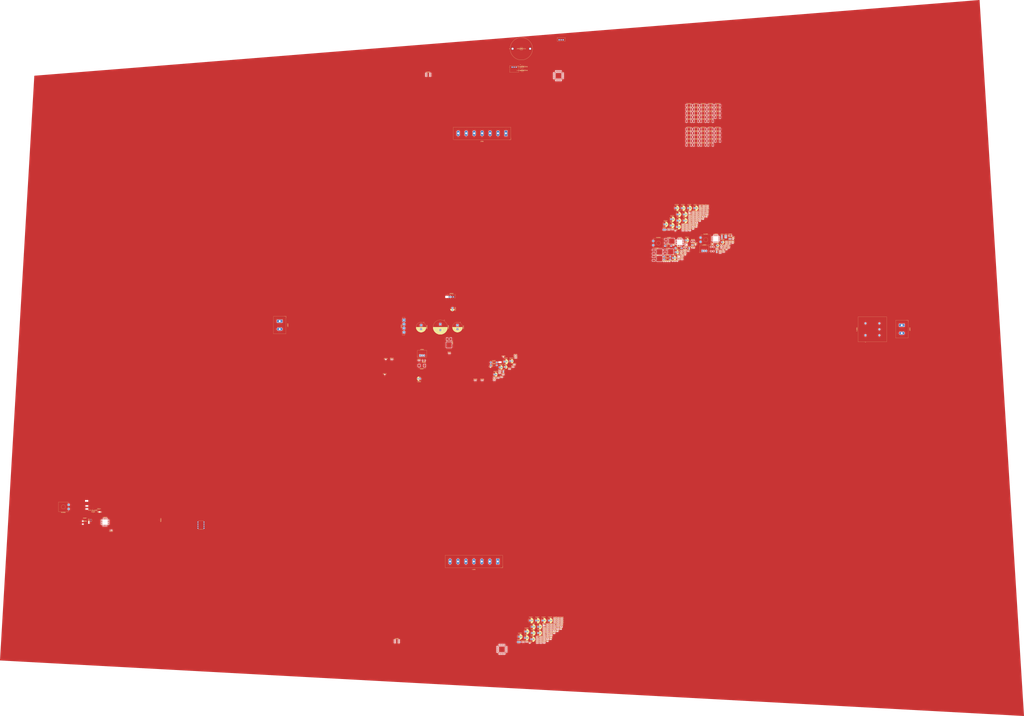
<source format=kicad_pcb>
(kicad_pcb (version 20171130) (host pcbnew "(5.1.5)-2")
  (layers (0 F.Cu signal) (31 B.Cu signal) (34 B.Paste user) (35 F.Paste user) (36 B.SilkS user) (37 F.SilkS user) (38 B.Mask user) (39 F.Mask user) (44 Edge.Cuts user))
  (net 0 "")
  (net 1 "Net-(C2001-Pad2)")
  (net 2 REG50_2)
  (net 3 "Net-(C2002-Pad2)")
  (net 4 -BATT_1)
  (net 5 +BATT_2)
  (net 6 "Net-(C2005-Pad1)")
  (net 7 "Net-(C2006-Pad1)")
  (net 8 "Net-(C2007-Pad1)")
  (net 9 "Net-(C2008-Pad1)")
  (net 10 VDD_5V)
  (net 11 "Net-(C2012-Pad2)")
  (net 12 "Net-(C2013-Pad2)")
  (net 13 "Net-(C2014-Pad2)")
  (net 14 "Net-(C2015-Pad2)")
  (net 15 "Net-(C2016-Pad2)")
  (net 16 VC6_2)
  (net 17 VC5_2)
  (net 18 VC4_2)
  (net 19 VC3_2)
  (net 20 VC2_2)
  (net 21 VC1_2)
  (net 22 V_BUS)
  (net 23 OSCIN)
  (net 24 OSCOUT)
  (net 25 OSC32_IN)
  (net 26 OSC32_OUT)
  (net 27 NRST)
  (net 28 VDD_3.3V)
  (net 29 "Net-(C3010-Pad2)")
  (net 30 "Net-(C4001-Pad2)")
  (net 31 REG50_1)
  (net 32 "Net-(C4002-Pad2)")
  (net 33 +BATT_1)
  (net 34 "Net-(C4005-Pad1)")
  (net 35 "Net-(C4006-Pad1)")
  (net 36 "Net-(C4007-Pad1)")
  (net 37 "Net-(C4008-Pad1)")
  (net 38 "Net-(C4012-Pad2)")
  (net 39 "Net-(C4013-Pad2)")
  (net 40 "Net-(C4014-Pad2)")
  (net 41 "Net-(C4015-Pad2)")
  (net 42 "Net-(C4016-Pad2)")
  (net 43 VC6_1)
  (net 44 VC5_1)
  (net 45 VC4_1)
  (net 46 VC3_1)
  (net 47 VC2_1)
  (net 48 VC1_1)
  (net 49 CHARGER_VDD_3.3V)
  (net 50 CHARGER_12V_DC)
  (net 51 "Net-(C5005-Pad1)")
  (net 52 "Net-(C5006-Pad2)")
  (net 53 "Net-(C5007-Pad2)")
  (net 54 V_RECTIFIED_DC)
  (net 55 "Net-(C5010-Pad1)")
  (net 56 "Net-(C5012-Pad1)")
  (net 57 "Net-(C5014-Pad1)")
  (net 58 "Net-(C6003-Pad2)")
  (net 59 "Net-(C6004-Pad2)")
  (net 60 V_BUS_12V_DC)
  (net 61 "Net-(C6006-Pad1)")
  (net 62 "Net-(C6007-Pad2)")
  (net 63 "Net-(C6007-Pad1)")
  (net 64 "Net-(C6008-Pad1)")
  (net 65 "Net-(C6010-Pad1)")
  (net 66 "Net-(C6016-Pad2)")
  (net 67 "Net-(C6016-Pad1)")
  (net 68 "Net-(C6017-Pad1)")
  (net 69 "Net-(D2001-Pad2)")
  (net 70 "Net-(D2001-Pad1)")
  (net 71 "Net-(D4001-Pad2)")
  (net 72 "Net-(D4001-Pad1)")
  (net 73 "Net-(D5001-Pad2)")
  (net 74 "Net-(D5001-Pad3)")
  (net 75 "Net-(D5003-Pad2)")
  (net 76 "Net-(D5003-Pad1)")
  (net 77 "Net-(D5004-Pad1)")
  (net 78 "Net-(D6002-Pad2)")
  (net 79 "Net-(D6002-Pad1)")
  (net 80 "Net-(D6004-Pad2)")
  (net 81 "Net-(D6004-Pad1)")
  (net 82 Transformer_AC_Output_2)
  (net 83 OUTPUT_AC_2)
  (net 84 OUTPUT_AC_1)
  (net 85 Transformer_AC_Output_1)
  (net 86 SWCLK_2)
  (net 87 SWDIO_2)
  (net 88 "Net-(J3002-Pad5)")
  (net 89 "Net-(J3002-Pad2)")
  (net 90 I2C_SDA)
  (net 91 I2C_SCL)
  (net 92 SWCLK_1)
  (net 93 SWDIO_1)
  (net 94 SWCLK_3)
  (net 95 SWDIO_3)
  (net 96 "Net-(Q2001-Pad1)")
  (net 97 "Net-(Q2002-Pad1)")
  (net 98 "Net-(Q2002-Pad3)")
  (net 99 "Net-(Q2003-Pad1)")
  (net 100 "Net-(Q2003-Pad3)")
  (net 101 "Net-(Q2004-Pad1)")
  (net 102 "Net-(Q2004-Pad3)")
  (net 103 "Net-(Q2005-Pad1)")
  (net 104 "Net-(Q2005-Pad3)")
  (net 105 "Net-(Q2006-Pad1)")
  (net 106 "Net-(Q2006-Pad3)")
  (net 107 "Net-(Q2007-Pad1)")
  (net 108 "Net-(Q2007-Pad3)")
  (net 109 "Net-(Q4001-Pad1)")
  (net 110 "Net-(Q4002-Pad1)")
  (net 111 "Net-(Q4002-Pad3)")
  (net 112 "Net-(Q4003-Pad1)")
  (net 113 "Net-(Q4003-Pad3)")
  (net 114 "Net-(Q4004-Pad1)")
  (net 115 "Net-(Q4004-Pad3)")
  (net 116 "Net-(Q4005-Pad1)")
  (net 117 "Net-(Q4005-Pad3)")
  (net 118 "Net-(Q4006-Pad1)")
  (net 119 "Net-(Q4006-Pad3)")
  (net 120 "Net-(Q4007-Pad1)")
  (net 121 "Net-(Q4007-Pad3)")
  (net 122 "Net-(Q6001-Pad2)")
  (net 123 "Net-(Q6002-Pad1)")
  (net 124 "Net-(Q6003-Pad1)")
  (net 125 "Net-(Q6003-Pad3)")
  (net 126 "Net-(R2001-Pad1)")
  (net 127 "Net-(R2002-Pad1)")
  (net 128 SCLK_H_2)
  (net 129 "Net-(R2003-Pad1)")
  (net 130 CS_H_2)
  (net 131 "Net-(R2004-Pad1)")
  (net 132 SDI_H_2)
  (net 133 "Net-(R2005-Pad1)")
  (net 134 "Net-(R2006-Pad1)")
  (net 135 "Net-(R2007-Pad1)")
  (net 136 "Net-(R2008-Pad2)")
  (net 137 "Net-(R2009-Pad2)")
  (net 138 DRDY_H_2)
  (net 139 "Net-(R2010-Pad2)")
  (net 140 ALERT_H_2)
  (net 141 "Net-(R2012-Pad2)")
  (net 142 FAULT_H_2)
  (net 143 "Net-(R2013-Pad2)")
  (net 144 SDO_H_2)
  (net 145 CB6_2)
  (net 146 CB5_2)
  (net 147 CB4_2)
  (net 148 CB3_2)
  (net 149 CB2_2)
  (net 150 CB1_2)
  (net 151 BATT_LOW_HIGH)
  (net 152 BOOT0)
  (net 153 BOOT1)
  (net 154 2_ADC_1)
  (net 155 Current_Sense_1)
  (net 156 2_ADC_2)
  (net 157 Current_Sense_2)
  (net 158 "Net-(R4001-Pad1)")
  (net 159 "Net-(R4002-Pad1)")
  (net 160 SCLK_H_1)
  (net 161 "Net-(R4003-Pad1)")
  (net 162 CS_H_1)
  (net 163 "Net-(R4004-Pad1)")
  (net 164 SDI_H_1)
  (net 165 "Net-(R4005-Pad1)")
  (net 166 "Net-(R4006-Pad1)")
  (net 167 "Net-(R4007-Pad1)")
  (net 168 "Net-(R4008-Pad2)")
  (net 169 "Net-(R4009-Pad2)")
  (net 170 DRDY_H_1)
  (net 171 "Net-(R4010-Pad2)")
  (net 172 ALERT_H_1)
  (net 173 "Net-(R4012-Pad2)")
  (net 174 FAULT_H_1)
  (net 175 "Net-(R4013-Pad2)")
  (net 176 SDO_H_1)
  (net 177 CB6_1)
  (net 178 CB5_1)
  (net 179 CB4_1)
  (net 180 CB3_1)
  (net 181 CB2_1)
  (net 182 CB1_1)
  (net 183 Line_On_Off_Digital)
  (net 184 1_ADC_1)
  (net 185 1_ADC_2)
  (net 186 V_RECTIFIED_DC_ADC)
  (net 187 "Net-(R5009-Pad1)")
  (net 188 "Net-(R5011-Pad1)")
  (net 189 "Net-(R5012-Pad1)")
  (net 190 V_BUS_ADC)
  (net 191 "Net-(R6003-Pad2)")
  (net 192 "Net-(R6005-Pad2)")
  (net 193 "Net-(U2002-Pad62)")
  (net 194 "Net-(U2002-Pad51)")
  (net 195 "Net-(U2002-Pad36)")
  (net 196 "Net-(U2002-Pad31)")
  (net 197 "Net-(U2002-Pad30)")
  (net 198 "Net-(U2002-Pad65)")
  (net 199 "Net-(U3003-Pad43)")
  (net 200 "Net-(U3003-Pad42)")
  (net 201 "Net-(U3003-Pad30)")
  (net 202 "Net-(U3003-Pad19)")
  (net 203 "Net-(U3003-Pad18)")
  (net 204 "Net-(U3003-Pad17)")
  (net 205 "Net-(U3003-Pad16)")
  (net 206 "Net-(U3003-Pad15)")
  (net 207 "Net-(U3003-Pad14)")
  (net 208 "Net-(U3003-Pad13)")
  (net 209 "Net-(U3003-Pad2)")
  (net 210 "Net-(U4002-Pad62)")
  (net 211 "Net-(U4002-Pad51)")
  (net 212 "Net-(U4002-Pad36)")
  (net 213 "Net-(U4002-Pad31)")
  (net 214 "Net-(U4002-Pad30)")
  (net 215 "Net-(U4002-Pad65)")
  (net 216 "Net-(U5002-Pad30)")
  (net 217 "Net-(U5002-Pad29)")
  (net 218 "Net-(U5002-Pad28)")
  (net 219 "Net-(U5002-Pad27)")
  (net 220 "Net-(U5002-Pad26)")
  (net 221 "Net-(U5002-Pad25)")
  (net 222 "Net-(U5002-Pad21)")
  (net 223 "Net-(U5002-Pad20)")
  (net 224 "Net-(U5002-Pad19)")
  (net 225 CC_CV_CHARGER_PWM)
  (net 226 "Net-(U5002-Pad15)")
  (net 227 "Net-(U5002-Pad14)")
  (net 228 "Net-(U5002-Pad13)")
  (net 229 "Net-(U5002-Pad12)")
  (net 230 "Net-(U5002-Pad11)")
  (net 231 "Net-(U5002-Pad10)")
  (net 232 INV_LOW_SIDE_PWM_1)
  (net 233 "Net-(U6002-Pad1)")
  (net 234 "Net-(U6003-Pad30)")
  (net 235 "Net-(U6003-Pad29)")
  (net 236 INV_LOW_SIDE_PWM_2)
  (net 237 "Net-(U6003-Pad26)")
  (net 238 "Net-(U6003-Pad25)")
  (net 239 INV_HIGH_SIDE_PWM_2)
  (net 240 "Net-(U6003-Pad20)")
  (net 241 "Net-(U6003-Pad19)")
  (net 242 INV_HIGH_SIDE_PWM_1)
  (net 243 "Net-(U6003-Pad15)")
  (net 244 "Net-(U6003-Pad13)")
  (net 245 "Net-(U6003-Pad12)")
  (net 246 "Net-(U6003-Pad11)")
  (net 247 "Net-(U6003-Pad10)")
  (net 248 "Net-(U6003-Pad9)")
  (net 249 "Net-(U6003-Pad8)")
  (net 250 "Net-(U6003-Pad7)")
  (net 251 "Net-(U6003-Pad6)")
  (net 252 "Net-(U6005-Pad1)")
  (net 253 "Net-(Y3002-Pad3)")
  (net 254 "Net-(Y3002-Pad2)")
  (net 255 GNDD)
  (net 256 "Net-(R2015-Pad1)")
  (net 257 "Net-(R2016-Pad1)")
  (net 258 "Net-(R2017-Pad1)")
  (net 259 "Net-(R2018-Pad1)")
  (net 260 "Net-(R2019-Pad1)")
  (net 261 "Net-(R2020-Pad1)")
  (net 262 "Net-(R2021-Pad1)")
  (net 263 "Net-(R2022-Pad2)")
  (net 264 "Net-(R2023-Pad1)")
  (net 265 "Net-(R2024-Pad2)")
  (net 266 "Net-(R2025-Pad1)")
  (net 267 "Net-(R2026-Pad2)")
  (net 268 "Net-(R2027-Pad1)")
  (net 269 "Net-(R2028-Pad2)")
  (net 270 "Net-(R2029-Pad1)")
  (net 271 "Net-(R2030-Pad2)")
  (net 272 "Net-(R2031-Pad1)")
  (net 273 "Net-(R2032-Pad2)")
  (net 274 "Net-(R4015-Pad1)")
  (net 275 "Net-(R4016-Pad1)")
  (net 276 "Net-(R4017-Pad1)")
  (net 277 "Net-(R4018-Pad1)")
  (net 278 "Net-(R4019-Pad1)")
  (net 279 "Net-(R4020-Pad1)")
  (net 280 "Net-(R4021-Pad1)")
  (net 281 "Net-(R4022-Pad2)")
  (net 282 "Net-(R4023-Pad1)")
  (net 283 "Net-(R4024-Pad2)")
  (net 284 "Net-(R4025-Pad1)")
  (net 285 "Net-(R4026-Pad2)")
  (net 286 "Net-(R4027-Pad1)")
  (net 287 "Net-(R4028-Pad2)")
  (net 288 "Net-(R4029-Pad1)")
  (net 289 "Net-(R4030-Pad2)")
  (net 290 "Net-(R4031-Pad1)")
  (net 291 "Net-(R4032-Pad2)")
  (net 292 "Net-(U6001-PadEPAD)")
  (net 293 "Net-(U6001-Pad10)")
  (net 294 "Net-(U6004-PadEPAD)")
  (net 295 "Net-(U6004-Pad10)")
  (module IR2125PBF:DIP254P762X533-8 (layer F.Cu) (at -68.58 515.62 180)
    (fp_text reference U5001 (at -3.329495 -11.843855) (layer F.SilkS) (effects (font (size 1.641031 1.641031) (thickness 0.015))))
    (fp_text value IR2125PBF)
    (pad 8 thru_hole circle (at 0 -7.62 180) (size 1.6764 1.6764) (drill 1.1176) (layers *.Cu *.Mask) (net 51 "Net-(C5005-Pad1)"))
    (pad 7 thru_hole circle (at 0 -5.08 180) (size 1.6764 1.6764) (drill 1.1176) (layers *.Cu *.Mask) (net 76 "Net-(D5003-Pad1)"))
    (pad 6 thru_hole circle (at 0 -2.54 180) (size 1.6764 1.6764) (drill 1.1176) (layers *.Cu *.Mask) (net 22 V_BUS))
    (pad 5 thru_hole circle (at 0 0 180) (size 1.6764 1.6764) (drill 1.1176) (layers *.Cu *.Mask) (net 22 V_BUS))
    (pad 4 thru_hole circle (at -7.62 0 180) (size 1.6764 1.6764) (drill 1.1176) (layers *.Cu *.Mask) (net 4 -BATT_1))
    (pad 3 thru_hole circle (at -7.62 -2.54 180) (size 1.6764 1.6764) (drill 1.1176) (layers *.Cu *.Mask) (net 55 "Net-(C5010-Pad1)"))
    (pad 2 thru_hole circle (at -7.62 -5.08 180) (size 1.6764 1.6764) (drill 1.1176) (layers *.Cu *.Mask) (net 225 CC_CV_CHARGER_PWM))
    (pad 1 thru_hole rect (at -7.62 -7.62 180) (size 1.6764 1.6764) (drill 1.1176) (layers *.Cu *.Mask) (net 50 CHARGER_12V_DC))
  )
  (module L7805CV:TO255P1040X460X1968-3 (layer F.Cu) (at 385.685001 -90.848999)
    (fp_text reference U3001 (at 0.995 -4.444) (layer F.SilkS) (effects (font (size 1.4 1.4) (thickness 0.015))))
    (fp_text value L7805CV)
    (pad 3 thru_hole circle (at 5.1 0) (size 1.91 1.91) (drill 1.27) (layers *.Cu *.Mask) (net 10 VDD_5V))
    (pad 2 thru_hole circle (at 2.55 0) (size 1.91 1.91) (drill 1.27) (layers *.Cu *.Mask) (net 4 -BATT_1))
    (pad 1 thru_hole rect (at 0 0) (size 1.91 1.91) (drill 1.27) (layers *.Cu *.Mask) (net 22 V_BUS))
  )
  (module R-78B12-2:CONV_R-78B12-2.0 (layer F.Cu) (at 329.130001 -54.284999)
    (fp_text reference PS6001 (at -2.54 -5.715) (layer F.SilkS) (effects (font (thickness 0.015))))
    (fp_text value R-78B12-2.0)
    (pad 3 thru_hole circle (at 2.54 -2.25) (size 1.8 1.8) (drill 1.2) (layers *.Cu *.Mask) (net 60 V_BUS_12V_DC))
    (pad 2 thru_hole circle (at 0 -2.25) (size 1.8 1.8) (drill 1.2) (layers *.Cu *.Mask) (net 4 -BATT_1))
    (pad 1 thru_hole rect (at -2.54 -2.25) (size 1.8 1.8) (drill 1.2) (layers *.Cu *.Mask) (net 22 V_BUS))
  )
  (module footprints2:LTC7001EMSE-PBF (layer F.Cu) (at 339.363101 -52.331199)
    (fp_text reference U6004 (at 0 0) (layer F.SilkS))
    (fp_text value LTC7001EMSE#PBF (at 0 0) (layer F.SilkS))
    (fp_text user * (at -2.4384 -2.4224) (layer F.SilkS))
    (fp_text user * (at -2.4384 -2.4224) (layer F.SilkS))
    (pad EPAD smd rect (at 0 0) (size 1.6764 1.8796) (layers F.Cu F.Paste F.Mask) (net 294 "Net-(U6004-PadEPAD)"))
    (pad 10 smd rect (at 2.1844 -1.000001) (size 1.397 0.2794) (layers F.Cu F.Paste F.Mask) (net 295 "Net-(U6004-Pad10)"))
    (pad 9 smd rect (at 2.1844 -0.499999) (size 1.397 0.2794) (layers F.Cu F.Paste F.Mask) (net 67 "Net-(C6016-Pad1)"))
    (pad 8 smd rect (at 2.1844 0) (size 1.397 0.2794) (layers F.Cu F.Paste F.Mask) (net 66 "Net-(C6016-Pad2)"))
    (pad 7 smd rect (at 2.1844 0.499999) (size 1.397 0.2794) (layers F.Cu F.Paste F.Mask) (net 192 "Net-(R6005-Pad2)"))
    (pad 6 smd rect (at 2.1844 1.000001) (size 1.397 0.2794) (layers F.Cu F.Paste F.Mask) (net 124 "Net-(Q6003-Pad1)"))
    (pad 5 smd rect (at -2.1844 1.000001) (size 1.397 0.2794) (layers F.Cu F.Paste F.Mask) (net 4 -BATT_1))
    (pad 4 smd rect (at -2.1844 0.499999) (size 1.397 0.2794) (layers F.Cu F.Paste F.Mask) (net 239 INV_HIGH_SIDE_PWM_2))
    (pad 3 smd rect (at -2.1844 0) (size 1.397 0.2794) (layers F.Cu F.Paste F.Mask) (net 4 -BATT_1))
    (pad 2 smd rect (at -2.1844 -0.499999) (size 1.397 0.2794) (layers F.Cu F.Paste F.Mask) (net 4 -BATT_1))
    (pad 1 smd rect (at -2.1844 -1.000001) (size 1.397 0.2794) (layers F.Cu F.Paste F.Mask) (net 60 V_BUS_12V_DC))
  )
  (module footprints2:LTC7001EMSE-PBF (layer F.Cu) (at 339.363101 -56.981199)
    (fp_text reference U6001 (at 0 0) (layer F.SilkS))
    (fp_text value LTC7001EMSE#PBF (at 0 0) (layer F.SilkS))
    (fp_text user * (at -2.4384 -2.4224) (layer F.SilkS))
    (fp_text user * (at -2.4384 -2.4224) (layer F.SilkS))
    (pad EPAD smd rect (at 0 0) (size 1.6764 1.8796) (layers F.Cu F.Paste F.Mask) (net 292 "Net-(U6001-PadEPAD)"))
    (pad 10 smd rect (at 2.1844 -1.000001) (size 1.397 0.2794) (layers F.Cu F.Paste F.Mask) (net 293 "Net-(U6001-Pad10)"))
    (pad 9 smd rect (at 2.1844 -0.499999) (size 1.397 0.2794) (layers F.Cu F.Paste F.Mask) (net 63 "Net-(C6007-Pad1)"))
    (pad 8 smd rect (at 2.1844 0) (size 1.397 0.2794) (layers F.Cu F.Paste F.Mask) (net 62 "Net-(C6007-Pad2)"))
    (pad 7 smd rect (at 2.1844 0.499999) (size 1.397 0.2794) (layers F.Cu F.Paste F.Mask) (net 191 "Net-(R6003-Pad2)"))
    (pad 6 smd rect (at 2.1844 1.000001) (size 1.397 0.2794) (layers F.Cu F.Paste F.Mask) (net 123 "Net-(Q6002-Pad1)"))
    (pad 5 smd rect (at -2.1844 1.000001) (size 1.397 0.2794) (layers F.Cu F.Paste F.Mask) (net 4 -BATT_1))
    (pad 4 smd rect (at -2.1844 0.499999) (size 1.397 0.2794) (layers F.Cu F.Paste F.Mask) (net 242 INV_HIGH_SIDE_PWM_1))
    (pad 3 smd rect (at -2.1844 0) (size 1.397 0.2794) (layers F.Cu F.Paste F.Mask) (net 4 -BATT_1))
    (pad 2 smd rect (at -2.1844 -0.499999) (size 1.397 0.2794) (layers F.Cu F.Paste F.Mask) (net 4 -BATT_1))
    (pad 1 smd rect (at -2.1844 -1.000001) (size 1.397 0.2794) (layers F.Cu F.Paste F.Mask) (net 60 V_BUS_12V_DC))
  )
  (module footprints:AIRD-03-471K (layer F.Cu) (at 327.101201 -79.679799)
    (fp_text reference L5001 (at 11.049 0) (layer F.SilkS))
    (fp_text value AIRD-03-471K (at 11.049 0) (layer F.SilkS))
    (fp_text user * (at 0 0) (layer F.SilkS))
    (pad 2 thru_hole circle (at 22.098 0) (size 2.9718 2.9718) (drill 2.4638) (layers *.Cu *.Mask) (net 77 "Net-(D5004-Pad1)"))
    (pad 1 thru_hole circle (at 0 0) (size 2.9718 2.9718) (drill 2.4638) (layers *.Cu *.Mask) (net 22 V_BUS))
  )
  (module Resistor_SMD:R_2512_6332Metric_Pad1.52x3.35mm_HandSolder (layer F.Cu) (at 548.855001 -3.324999)
    (fp_text reference R4038 (at 0 -2.62) (layer F.SilkS))
    (fp_text value 2.2)
    (pad 2 smd roundrect (at 2.9875 0) (size 1.525 3.35) (layers F.Cu F.Paste F.Mask) (roundrect_rratio 0.163934) (net 290 "Net-(R4031-Pad1)"))
    (pad 1 smd roundrect (at -2.9875 0) (size 1.525 3.35) (layers F.Cu F.Paste F.Mask) (roundrect_rratio 0.163934) (net 291 "Net-(R4032-Pad2)"))
  )
  (module Resistor_SMD:R_2512_6332Metric_Pad1.52x3.35mm_HandSolder (layer F.Cu) (at 557.905001 -8.214999)
    (fp_text reference R4037 (at 0 -2.62) (layer F.SilkS))
    (fp_text value 2.2)
    (pad 2 smd roundrect (at 2.9875 0) (size 1.525 3.35) (layers F.Cu F.Paste F.Mask) (roundrect_rratio 0.163934) (net 288 "Net-(R4029-Pad1)"))
    (pad 1 smd roundrect (at -2.9875 0) (size 1.525 3.35) (layers F.Cu F.Paste F.Mask) (roundrect_rratio 0.163934) (net 289 "Net-(R4030-Pad2)"))
  )
  (module Resistor_SMD:R_2512_6332Metric_Pad1.52x3.35mm_HandSolder (layer F.Cu) (at 548.855001 1.565001)
    (fp_text reference R4036 (at 0 -2.62) (layer F.SilkS))
    (fp_text value 2.2)
    (pad 2 smd roundrect (at 2.9875 0) (size 1.525 3.35) (layers F.Cu F.Paste F.Mask) (roundrect_rratio 0.163934) (net 286 "Net-(R4027-Pad1)"))
    (pad 1 smd roundrect (at -2.9875 0) (size 1.525 3.35) (layers F.Cu F.Paste F.Mask) (roundrect_rratio 0.163934) (net 287 "Net-(R4028-Pad2)"))
  )
  (module Resistor_SMD:R_2512_6332Metric_Pad1.52x3.35mm_HandSolder (layer F.Cu) (at 557.905001 -3.324999)
    (fp_text reference R4035 (at 0 -2.62) (layer F.SilkS))
    (fp_text value 2.2)
    (pad 2 smd roundrect (at 2.9875 0) (size 1.525 3.35) (layers F.Cu F.Paste F.Mask) (roundrect_rratio 0.163934) (net 284 "Net-(R4025-Pad1)"))
    (pad 1 smd roundrect (at -2.9875 0) (size 1.525 3.35) (layers F.Cu F.Paste F.Mask) (roundrect_rratio 0.163934) (net 285 "Net-(R4026-Pad2)"))
  )
  (module Resistor_SMD:R_2512_6332Metric_Pad1.52x3.35mm_HandSolder (layer F.Cu) (at 566.955001 -8.214999)
    (fp_text reference R4034 (at 0 -2.62) (layer F.SilkS))
    (fp_text value 2.2)
    (pad 2 smd roundrect (at 2.9875 0) (size 1.525 3.35) (layers F.Cu F.Paste F.Mask) (roundrect_rratio 0.163934) (net 282 "Net-(R4023-Pad1)"))
    (pad 1 smd roundrect (at -2.9875 0) (size 1.525 3.35) (layers F.Cu F.Paste F.Mask) (roundrect_rratio 0.163934) (net 283 "Net-(R4024-Pad2)"))
  )
  (module Resistor_SMD:R_2512_6332Metric_Pad1.52x3.35mm_HandSolder (layer F.Cu) (at 548.855001 6.455001)
    (fp_text reference R4033 (at 0 -2.62) (layer F.SilkS))
    (fp_text value 2.2)
    (pad 2 smd roundrect (at 2.9875 0) (size 1.525 3.35) (layers F.Cu F.Paste F.Mask) (roundrect_rratio 0.163934) (net 280 "Net-(R4021-Pad1)"))
    (pad 1 smd roundrect (at -2.9875 0) (size 1.525 3.35) (layers F.Cu F.Paste F.Mask) (roundrect_rratio 0.163934) (net 281 "Net-(R4022-Pad2)"))
  )
  (module Resistor_SMD:R_2512_6332Metric_Pad1.52x3.35mm_HandSolder (layer F.Cu) (at 557.905001 1.565001)
    (fp_text reference R4032 (at 0 -2.62) (layer F.SilkS))
    (fp_text value 2.2)
    (pad 2 smd roundrect (at 2.9875 0) (size 1.525 3.35) (layers F.Cu F.Paste F.Mask) (roundrect_rratio 0.163934) (net 291 "Net-(R4032-Pad2)"))
    (pad 1 smd roundrect (at -2.9875 0) (size 1.525 3.35) (layers F.Cu F.Paste F.Mask) (roundrect_rratio 0.163934) (net 120 "Net-(Q4007-Pad1)"))
  )
  (module Resistor_SMD:R_2512_6332Metric_Pad1.52x3.35mm_HandSolder (layer F.Cu) (at 566.955001 -3.324999)
    (fp_text reference R4031 (at 0 -2.62) (layer F.SilkS))
    (fp_text value 2.2)
    (pad 2 smd roundrect (at 2.9875 0) (size 1.525 3.35) (layers F.Cu F.Paste F.Mask) (roundrect_rratio 0.163934) (net 279 "Net-(R4020-Pad1)"))
    (pad 1 smd roundrect (at -2.9875 0) (size 1.525 3.35) (layers F.Cu F.Paste F.Mask) (roundrect_rratio 0.163934) (net 290 "Net-(R4031-Pad1)"))
  )
  (module Resistor_SMD:R_2512_6332Metric_Pad1.52x3.35mm_HandSolder (layer F.Cu) (at 548.855001 11.345001)
    (fp_text reference R4030 (at 0 -2.62) (layer F.SilkS))
    (fp_text value 2.2)
    (pad 2 smd roundrect (at 2.9875 0) (size 1.525 3.35) (layers F.Cu F.Paste F.Mask) (roundrect_rratio 0.163934) (net 289 "Net-(R4030-Pad2)"))
    (pad 1 smd roundrect (at -2.9875 0) (size 1.525 3.35) (layers F.Cu F.Paste F.Mask) (roundrect_rratio 0.163934) (net 118 "Net-(Q4006-Pad1)"))
  )
  (module Resistor_SMD:R_2512_6332Metric_Pad1.52x3.35mm_HandSolder (layer F.Cu) (at 576.005001 -8.214999)
    (fp_text reference R4029 (at 0 -2.62) (layer F.SilkS))
    (fp_text value 2.2)
    (pad 2 smd roundrect (at 2.9875 0) (size 1.525 3.35) (layers F.Cu F.Paste F.Mask) (roundrect_rratio 0.163934) (net 278 "Net-(R4019-Pad1)"))
    (pad 1 smd roundrect (at -2.9875 0) (size 1.525 3.35) (layers F.Cu F.Paste F.Mask) (roundrect_rratio 0.163934) (net 288 "Net-(R4029-Pad1)"))
  )
  (module Resistor_SMD:R_2512_6332Metric_Pad1.52x3.35mm_HandSolder (layer F.Cu) (at 557.905001 6.455001)
    (fp_text reference R4028 (at 0 -2.62) (layer F.SilkS))
    (fp_text value 2.2)
    (pad 2 smd roundrect (at 2.9875 0) (size 1.525 3.35) (layers F.Cu F.Paste F.Mask) (roundrect_rratio 0.163934) (net 287 "Net-(R4028-Pad2)"))
    (pad 1 smd roundrect (at -2.9875 0) (size 1.525 3.35) (layers F.Cu F.Paste F.Mask) (roundrect_rratio 0.163934) (net 116 "Net-(Q4005-Pad1)"))
  )
  (module Resistor_SMD:R_2512_6332Metric_Pad1.52x3.35mm_HandSolder (layer F.Cu) (at 566.955001 1.565001)
    (fp_text reference R4027 (at 0 -2.62) (layer F.SilkS))
    (fp_text value 2.2)
    (pad 2 smd roundrect (at 2.9875 0) (size 1.525 3.35) (layers F.Cu F.Paste F.Mask) (roundrect_rratio 0.163934) (net 274 "Net-(R4015-Pad1)"))
    (pad 1 smd roundrect (at -2.9875 0) (size 1.525 3.35) (layers F.Cu F.Paste F.Mask) (roundrect_rratio 0.163934) (net 286 "Net-(R4027-Pad1)"))
  )
  (module Resistor_SMD:R_2512_6332Metric_Pad1.52x3.35mm_HandSolder (layer F.Cu) (at 576.005001 -3.324999)
    (fp_text reference R4026 (at 0 -2.62) (layer F.SilkS))
    (fp_text value 2.2)
    (pad 2 smd roundrect (at 2.9875 0) (size 1.525 3.35) (layers F.Cu F.Paste F.Mask) (roundrect_rratio 0.163934) (net 285 "Net-(R4026-Pad2)"))
    (pad 1 smd roundrect (at -2.9875 0) (size 1.525 3.35) (layers F.Cu F.Paste F.Mask) (roundrect_rratio 0.163934) (net 114 "Net-(Q4004-Pad1)"))
  )
  (module Resistor_SMD:R_2512_6332Metric_Pad1.52x3.35mm_HandSolder (layer F.Cu) (at 557.905001 11.345001)
    (fp_text reference R4025 (at 0 -2.62) (layer F.SilkS))
    (fp_text value 2.2)
    (pad 2 smd roundrect (at 2.9875 0) (size 1.525 3.35) (layers F.Cu F.Paste F.Mask) (roundrect_rratio 0.163934) (net 277 "Net-(R4018-Pad1)"))
    (pad 1 smd roundrect (at -2.9875 0) (size 1.525 3.35) (layers F.Cu F.Paste F.Mask) (roundrect_rratio 0.163934) (net 284 "Net-(R4025-Pad1)"))
  )
  (module Resistor_SMD:R_2512_6332Metric_Pad1.52x3.35mm_HandSolder (layer F.Cu) (at 585.055001 -8.214999)
    (fp_text reference R4024 (at 0 -2.62) (layer F.SilkS))
    (fp_text value 2.2)
    (pad 2 smd roundrect (at 2.9875 0) (size 1.525 3.35) (layers F.Cu F.Paste F.Mask) (roundrect_rratio 0.163934) (net 283 "Net-(R4024-Pad2)"))
    (pad 1 smd roundrect (at -2.9875 0) (size 1.525 3.35) (layers F.Cu F.Paste F.Mask) (roundrect_rratio 0.163934) (net 112 "Net-(Q4003-Pad1)"))
  )
  (module Resistor_SMD:R_2512_6332Metric_Pad1.52x3.35mm_HandSolder (layer F.Cu) (at 566.955001 6.455001)
    (fp_text reference R4023 (at 0 -2.62) (layer F.SilkS))
    (fp_text value 2.2)
    (pad 2 smd roundrect (at 2.9875 0) (size 1.525 3.35) (layers F.Cu F.Paste F.Mask) (roundrect_rratio 0.163934) (net 276 "Net-(R4017-Pad1)"))
    (pad 1 smd roundrect (at -2.9875 0) (size 1.525 3.35) (layers F.Cu F.Paste F.Mask) (roundrect_rratio 0.163934) (net 282 "Net-(R4023-Pad1)"))
  )
  (module Resistor_SMD:R_2512_6332Metric_Pad1.52x3.35mm_HandSolder (layer F.Cu) (at 576.005001 1.565001)
    (fp_text reference R4022 (at 0 -2.62) (layer F.SilkS))
    (fp_text value 2.2)
    (pad 2 smd roundrect (at 2.9875 0) (size 1.525 3.35) (layers F.Cu F.Paste F.Mask) (roundrect_rratio 0.163934) (net 281 "Net-(R4022-Pad2)"))
    (pad 1 smd roundrect (at -2.9875 0) (size 1.525 3.35) (layers F.Cu F.Paste F.Mask) (roundrect_rratio 0.163934) (net 110 "Net-(Q4002-Pad1)"))
  )
  (module Resistor_SMD:R_2512_6332Metric_Pad1.52x3.35mm_HandSolder (layer F.Cu) (at 585.055001 -3.324999)
    (fp_text reference R4021 (at 0 -2.62) (layer F.SilkS))
    (fp_text value 2.2)
    (pad 2 smd roundrect (at 2.9875 0) (size 1.525 3.35) (layers F.Cu F.Paste F.Mask) (roundrect_rratio 0.163934) (net 275 "Net-(R4016-Pad1)"))
    (pad 1 smd roundrect (at -2.9875 0) (size 1.525 3.35) (layers F.Cu F.Paste F.Mask) (roundrect_rratio 0.163934) (net 280 "Net-(R4021-Pad1)"))
  )
  (module Resistor_SMD:R_2512_6332Metric_Pad1.52x3.35mm_HandSolder (layer F.Cu) (at 566.955001 11.345001)
    (fp_text reference R4020 (at 0 -2.62) (layer F.SilkS))
    (fp_text value 2.2)
    (pad 2 smd roundrect (at 2.9875 0) (size 1.525 3.35) (layers F.Cu F.Paste F.Mask) (roundrect_rratio 0.163934) (net 42 "Net-(C4016-Pad2)"))
    (pad 1 smd roundrect (at -2.9875 0) (size 1.525 3.35) (layers F.Cu F.Paste F.Mask) (roundrect_rratio 0.163934) (net 279 "Net-(R4020-Pad1)"))
  )
  (module Resistor_SMD:R_2512_6332Metric_Pad1.52x3.35mm_HandSolder (layer F.Cu) (at 576.005001 6.455001)
    (fp_text reference R4019 (at 0 -2.62) (layer F.SilkS))
    (fp_text value 2.2)
    (pad 2 smd roundrect (at 2.9875 0) (size 1.525 3.35) (layers F.Cu F.Paste F.Mask) (roundrect_rratio 0.163934) (net 41 "Net-(C4015-Pad2)"))
    (pad 1 smd roundrect (at -2.9875 0) (size 1.525 3.35) (layers F.Cu F.Paste F.Mask) (roundrect_rratio 0.163934) (net 278 "Net-(R4019-Pad1)"))
  )
  (module Resistor_SMD:R_2512_6332Metric_Pad1.52x3.35mm_HandSolder (layer F.Cu) (at 585.055001 1.565001)
    (fp_text reference R4018 (at 0 -2.62) (layer F.SilkS))
    (fp_text value 2.2)
    (pad 2 smd roundrect (at 2.9875 0) (size 1.525 3.35) (layers F.Cu F.Paste F.Mask) (roundrect_rratio 0.163934) (net 39 "Net-(C4013-Pad2)"))
    (pad 1 smd roundrect (at -2.9875 0) (size 1.525 3.35) (layers F.Cu F.Paste F.Mask) (roundrect_rratio 0.163934) (net 277 "Net-(R4018-Pad1)"))
  )
  (module Resistor_SMD:R_2512_6332Metric_Pad1.52x3.35mm_HandSolder (layer F.Cu) (at 576.005001 11.345001)
    (fp_text reference R4017 (at 0 -2.62) (layer F.SilkS))
    (fp_text value 2.2)
    (pad 2 smd roundrect (at 2.9875 0) (size 1.525 3.35) (layers F.Cu F.Paste F.Mask) (roundrect_rratio 0.163934) (net 38 "Net-(C4012-Pad2)"))
    (pad 1 smd roundrect (at -2.9875 0) (size 1.525 3.35) (layers F.Cu F.Paste F.Mask) (roundrect_rratio 0.163934) (net 276 "Net-(R4017-Pad1)"))
  )
  (module Resistor_SMD:R_2512_6332Metric_Pad1.52x3.35mm_HandSolder (layer F.Cu) (at 585.055001 6.455001)
    (fp_text reference R4016 (at 0 -2.62) (layer F.SilkS))
    (fp_text value 2.2)
    (pad 2 smd roundrect (at 2.9875 0) (size 1.525 3.35) (layers F.Cu F.Paste F.Mask) (roundrect_rratio 0.163934) (net 33 +BATT_1))
    (pad 1 smd roundrect (at -2.9875 0) (size 1.525 3.35) (layers F.Cu F.Paste F.Mask) (roundrect_rratio 0.163934) (net 275 "Net-(R4016-Pad1)"))
  )
  (module Resistor_SMD:R_2512_6332Metric_Pad1.52x3.35mm_HandSolder (layer F.Cu) (at 548.855001 -8.214999)
    (fp_text reference R4015 (at 0 -2.62) (layer F.SilkS))
    (fp_text value 2.2)
    (pad 2 smd roundrect (at 2.9875 0) (size 1.525 3.35) (layers F.Cu F.Paste F.Mask) (roundrect_rratio 0.163934) (net 40 "Net-(C4014-Pad2)"))
    (pad 1 smd roundrect (at -2.9875 0) (size 1.525 3.35) (layers F.Cu F.Paste F.Mask) (roundrect_rratio 0.163934) (net 274 "Net-(R4015-Pad1)"))
  )
  (module Resistor_SMD:R_2512_6332Metric_Pad1.52x3.35mm_HandSolder (layer F.Cu) (at 548.855001 26.565001)
    (fp_text reference R2038 (at 0 -2.62) (layer F.SilkS))
    (fp_text value 2.2)
    (pad 2 smd roundrect (at 2.9875 0) (size 1.525 3.35) (layers F.Cu F.Paste F.Mask) (roundrect_rratio 0.163934) (net 272 "Net-(R2031-Pad1)"))
    (pad 1 smd roundrect (at -2.9875 0) (size 1.525 3.35) (layers F.Cu F.Paste F.Mask) (roundrect_rratio 0.163934) (net 273 "Net-(R2032-Pad2)"))
  )
  (module Resistor_SMD:R_2512_6332Metric_Pad1.52x3.35mm_HandSolder (layer F.Cu) (at 557.905001 21.675001)
    (fp_text reference R2037 (at 0 -2.62) (layer F.SilkS))
    (fp_text value 2.2)
    (pad 2 smd roundrect (at 2.9875 0) (size 1.525 3.35) (layers F.Cu F.Paste F.Mask) (roundrect_rratio 0.163934) (net 270 "Net-(R2029-Pad1)"))
    (pad 1 smd roundrect (at -2.9875 0) (size 1.525 3.35) (layers F.Cu F.Paste F.Mask) (roundrect_rratio 0.163934) (net 271 "Net-(R2030-Pad2)"))
  )
  (module Resistor_SMD:R_2512_6332Metric_Pad1.52x3.35mm_HandSolder (layer F.Cu) (at 548.855001 31.455001)
    (fp_text reference R2036 (at 0 -2.62) (layer F.SilkS))
    (fp_text value 2.2)
    (pad 2 smd roundrect (at 2.9875 0) (size 1.525 3.35) (layers F.Cu F.Paste F.Mask) (roundrect_rratio 0.163934) (net 268 "Net-(R2027-Pad1)"))
    (pad 1 smd roundrect (at -2.9875 0) (size 1.525 3.35) (layers F.Cu F.Paste F.Mask) (roundrect_rratio 0.163934) (net 269 "Net-(R2028-Pad2)"))
  )
  (module Resistor_SMD:R_2512_6332Metric_Pad1.52x3.35mm_HandSolder (layer F.Cu) (at 557.905001 26.565001)
    (fp_text reference R2035 (at 0 -2.62) (layer F.SilkS))
    (fp_text value 2.2)
    (pad 2 smd roundrect (at 2.9875 0) (size 1.525 3.35) (layers F.Cu F.Paste F.Mask) (roundrect_rratio 0.163934) (net 266 "Net-(R2025-Pad1)"))
    (pad 1 smd roundrect (at -2.9875 0) (size 1.525 3.35) (layers F.Cu F.Paste F.Mask) (roundrect_rratio 0.163934) (net 267 "Net-(R2026-Pad2)"))
  )
  (module Resistor_SMD:R_2512_6332Metric_Pad1.52x3.35mm_HandSolder (layer F.Cu) (at 566.955001 21.675001)
    (fp_text reference R2034 (at 0 -2.62) (layer F.SilkS))
    (fp_text value 2.2)
    (pad 2 smd roundrect (at 2.9875 0) (size 1.525 3.35) (layers F.Cu F.Paste F.Mask) (roundrect_rratio 0.163934) (net 264 "Net-(R2023-Pad1)"))
    (pad 1 smd roundrect (at -2.9875 0) (size 1.525 3.35) (layers F.Cu F.Paste F.Mask) (roundrect_rratio 0.163934) (net 265 "Net-(R2024-Pad2)"))
  )
  (module Resistor_SMD:R_2512_6332Metric_Pad1.52x3.35mm_HandSolder (layer F.Cu) (at 548.855001 36.345001)
    (fp_text reference R2033 (at 0 -2.62) (layer F.SilkS))
    (fp_text value 2.2)
    (pad 2 smd roundrect (at 2.9875 0) (size 1.525 3.35) (layers F.Cu F.Paste F.Mask) (roundrect_rratio 0.163934) (net 262 "Net-(R2021-Pad1)"))
    (pad 1 smd roundrect (at -2.9875 0) (size 1.525 3.35) (layers F.Cu F.Paste F.Mask) (roundrect_rratio 0.163934) (net 263 "Net-(R2022-Pad2)"))
  )
  (module Resistor_SMD:R_2512_6332Metric_Pad1.52x3.35mm_HandSolder (layer F.Cu) (at 557.905001 31.455001)
    (fp_text reference R2032 (at 0 -2.62) (layer F.SilkS))
    (fp_text value 2.2)
    (pad 2 smd roundrect (at 2.9875 0) (size 1.525 3.35) (layers F.Cu F.Paste F.Mask) (roundrect_rratio 0.163934) (net 273 "Net-(R2032-Pad2)"))
    (pad 1 smd roundrect (at -2.9875 0) (size 1.525 3.35) (layers F.Cu F.Paste F.Mask) (roundrect_rratio 0.163934) (net 107 "Net-(Q2007-Pad1)"))
  )
  (module Resistor_SMD:R_2512_6332Metric_Pad1.52x3.35mm_HandSolder (layer F.Cu) (at 566.955001 26.565001)
    (fp_text reference R2031 (at 0 -2.62) (layer F.SilkS))
    (fp_text value 2.2)
    (pad 2 smd roundrect (at 2.9875 0) (size 1.525 3.35) (layers F.Cu F.Paste F.Mask) (roundrect_rratio 0.163934) (net 261 "Net-(R2020-Pad1)"))
    (pad 1 smd roundrect (at -2.9875 0) (size 1.525 3.35) (layers F.Cu F.Paste F.Mask) (roundrect_rratio 0.163934) (net 272 "Net-(R2031-Pad1)"))
  )
  (module Resistor_SMD:R_2512_6332Metric_Pad1.52x3.35mm_HandSolder (layer F.Cu) (at 548.855001 41.235001)
    (fp_text reference R2030 (at 0 -2.62) (layer F.SilkS))
    (fp_text value 2.2)
    (pad 2 smd roundrect (at 2.9875 0) (size 1.525 3.35) (layers F.Cu F.Paste F.Mask) (roundrect_rratio 0.163934) (net 271 "Net-(R2030-Pad2)"))
    (pad 1 smd roundrect (at -2.9875 0) (size 1.525 3.35) (layers F.Cu F.Paste F.Mask) (roundrect_rratio 0.163934) (net 105 "Net-(Q2006-Pad1)"))
  )
  (module Resistor_SMD:R_2512_6332Metric_Pad1.52x3.35mm_HandSolder (layer F.Cu) (at 576.005001 21.675001)
    (fp_text reference R2029 (at 0 -2.62) (layer F.SilkS))
    (fp_text value 2.2)
    (pad 2 smd roundrect (at 2.9875 0) (size 1.525 3.35) (layers F.Cu F.Paste F.Mask) (roundrect_rratio 0.163934) (net 260 "Net-(R2019-Pad1)"))
    (pad 1 smd roundrect (at -2.9875 0) (size 1.525 3.35) (layers F.Cu F.Paste F.Mask) (roundrect_rratio 0.163934) (net 270 "Net-(R2029-Pad1)"))
  )
  (module Resistor_SMD:R_2512_6332Metric_Pad1.52x3.35mm_HandSolder (layer F.Cu) (at 557.905001 36.345001)
    (fp_text reference R2028 (at 0 -2.62) (layer F.SilkS))
    (fp_text value 2.2)
    (pad 2 smd roundrect (at 2.9875 0) (size 1.525 3.35) (layers F.Cu F.Paste F.Mask) (roundrect_rratio 0.163934) (net 269 "Net-(R2028-Pad2)"))
    (pad 1 smd roundrect (at -2.9875 0) (size 1.525 3.35) (layers F.Cu F.Paste F.Mask) (roundrect_rratio 0.163934) (net 103 "Net-(Q2005-Pad1)"))
  )
  (module Resistor_SMD:R_2512_6332Metric_Pad1.52x3.35mm_HandSolder (layer F.Cu) (at 566.955001 31.455001)
    (fp_text reference R2027 (at 0 -2.62) (layer F.SilkS))
    (fp_text value 2.2)
    (pad 2 smd roundrect (at 2.9875 0) (size 1.525 3.35) (layers F.Cu F.Paste F.Mask) (roundrect_rratio 0.163934) (net 256 "Net-(R2015-Pad1)"))
    (pad 1 smd roundrect (at -2.9875 0) (size 1.525 3.35) (layers F.Cu F.Paste F.Mask) (roundrect_rratio 0.163934) (net 268 "Net-(R2027-Pad1)"))
  )
  (module Resistor_SMD:R_2512_6332Metric_Pad1.52x3.35mm_HandSolder (layer F.Cu) (at 576.005001 26.565001)
    (fp_text reference R2026 (at 0 -2.62) (layer F.SilkS))
    (fp_text value 2.2)
    (pad 2 smd roundrect (at 2.9875 0) (size 1.525 3.35) (layers F.Cu F.Paste F.Mask) (roundrect_rratio 0.163934) (net 267 "Net-(R2026-Pad2)"))
    (pad 1 smd roundrect (at -2.9875 0) (size 1.525 3.35) (layers F.Cu F.Paste F.Mask) (roundrect_rratio 0.163934) (net 101 "Net-(Q2004-Pad1)"))
  )
  (module Resistor_SMD:R_2512_6332Metric_Pad1.52x3.35mm_HandSolder (layer F.Cu) (at 557.905001 41.235001)
    (fp_text reference R2025 (at 0 -2.62) (layer F.SilkS))
    (fp_text value 2.2)
    (pad 2 smd roundrect (at 2.9875 0) (size 1.525 3.35) (layers F.Cu F.Paste F.Mask) (roundrect_rratio 0.163934) (net 259 "Net-(R2018-Pad1)"))
    (pad 1 smd roundrect (at -2.9875 0) (size 1.525 3.35) (layers F.Cu F.Paste F.Mask) (roundrect_rratio 0.163934) (net 266 "Net-(R2025-Pad1)"))
  )
  (module Resistor_SMD:R_2512_6332Metric_Pad1.52x3.35mm_HandSolder (layer F.Cu) (at 585.055001 21.675001)
    (fp_text reference R2024 (at 0 -2.62) (layer F.SilkS))
    (fp_text value 2.2)
    (pad 2 smd roundrect (at 2.9875 0) (size 1.525 3.35) (layers F.Cu F.Paste F.Mask) (roundrect_rratio 0.163934) (net 265 "Net-(R2024-Pad2)"))
    (pad 1 smd roundrect (at -2.9875 0) (size 1.525 3.35) (layers F.Cu F.Paste F.Mask) (roundrect_rratio 0.163934) (net 99 "Net-(Q2003-Pad1)"))
  )
  (module Resistor_SMD:R_2512_6332Metric_Pad1.52x3.35mm_HandSolder (layer F.Cu) (at 566.955001 36.345001)
    (fp_text reference R2023 (at 0 -2.62) (layer F.SilkS))
    (fp_text value 2.2)
    (pad 2 smd roundrect (at 2.9875 0) (size 1.525 3.35) (layers F.Cu F.Paste F.Mask) (roundrect_rratio 0.163934) (net 258 "Net-(R2017-Pad1)"))
    (pad 1 smd roundrect (at -2.9875 0) (size 1.525 3.35) (layers F.Cu F.Paste F.Mask) (roundrect_rratio 0.163934) (net 264 "Net-(R2023-Pad1)"))
  )
  (module Resistor_SMD:R_2512_6332Metric_Pad1.52x3.35mm_HandSolder (layer F.Cu) (at 576.005001 31.455001)
    (fp_text reference R2022 (at 0 -2.62) (layer F.SilkS))
    (fp_text value 2.2)
    (pad 2 smd roundrect (at 2.9875 0) (size 1.525 3.35) (layers F.Cu F.Paste F.Mask) (roundrect_rratio 0.163934) (net 263 "Net-(R2022-Pad2)"))
    (pad 1 smd roundrect (at -2.9875 0) (size 1.525 3.35) (layers F.Cu F.Paste F.Mask) (roundrect_rratio 0.163934) (net 97 "Net-(Q2002-Pad1)"))
  )
  (module Resistor_SMD:R_2512_6332Metric_Pad1.52x3.35mm_HandSolder (layer F.Cu) (at 585.055001 26.565001)
    (fp_text reference R2021 (at 0 -2.62) (layer F.SilkS))
    (fp_text value 2.2)
    (pad 2 smd roundrect (at 2.9875 0) (size 1.525 3.35) (layers F.Cu F.Paste F.Mask) (roundrect_rratio 0.163934) (net 257 "Net-(R2016-Pad1)"))
    (pad 1 smd roundrect (at -2.9875 0) (size 1.525 3.35) (layers F.Cu F.Paste F.Mask) (roundrect_rratio 0.163934) (net 262 "Net-(R2021-Pad1)"))
  )
  (module Resistor_SMD:R_2512_6332Metric_Pad1.52x3.35mm_HandSolder (layer F.Cu) (at 566.955001 41.235001)
    (fp_text reference R2020 (at 0 -2.62) (layer F.SilkS))
    (fp_text value 2.2)
    (pad 2 smd roundrect (at 2.9875 0) (size 1.525 3.35) (layers F.Cu F.Paste F.Mask) (roundrect_rratio 0.163934) (net 15 "Net-(C2016-Pad2)"))
    (pad 1 smd roundrect (at -2.9875 0) (size 1.525 3.35) (layers F.Cu F.Paste F.Mask) (roundrect_rratio 0.163934) (net 261 "Net-(R2020-Pad1)"))
  )
  (module Resistor_SMD:R_2512_6332Metric_Pad1.52x3.35mm_HandSolder (layer F.Cu) (at 576.005001 36.345001)
    (fp_text reference R2019 (at 0 -2.62) (layer F.SilkS))
    (fp_text value 2.2)
    (pad 2 smd roundrect (at 2.9875 0) (size 1.525 3.35) (layers F.Cu F.Paste F.Mask) (roundrect_rratio 0.163934) (net 14 "Net-(C2015-Pad2)"))
    (pad 1 smd roundrect (at -2.9875 0) (size 1.525 3.35) (layers F.Cu F.Paste F.Mask) (roundrect_rratio 0.163934) (net 260 "Net-(R2019-Pad1)"))
  )
  (module Resistor_SMD:R_2512_6332Metric_Pad1.52x3.35mm_HandSolder (layer F.Cu) (at 585.055001 31.455001)
    (fp_text reference R2018 (at 0 -2.62) (layer F.SilkS))
    (fp_text value 2.2)
    (pad 2 smd roundrect (at 2.9875 0) (size 1.525 3.35) (layers F.Cu F.Paste F.Mask) (roundrect_rratio 0.163934) (net 12 "Net-(C2013-Pad2)"))
    (pad 1 smd roundrect (at -2.9875 0) (size 1.525 3.35) (layers F.Cu F.Paste F.Mask) (roundrect_rratio 0.163934) (net 259 "Net-(R2018-Pad1)"))
  )
  (module Resistor_SMD:R_2512_6332Metric_Pad1.52x3.35mm_HandSolder (layer F.Cu) (at 576.005001 41.235001)
    (fp_text reference R2017 (at 0 -2.62) (layer F.SilkS))
    (fp_text value 2.2)
    (pad 2 smd roundrect (at 2.9875 0) (size 1.525 3.35) (layers F.Cu F.Paste F.Mask) (roundrect_rratio 0.163934) (net 11 "Net-(C2012-Pad2)"))
    (pad 1 smd roundrect (at -2.9875 0) (size 1.525 3.35) (layers F.Cu F.Paste F.Mask) (roundrect_rratio 0.163934) (net 258 "Net-(R2017-Pad1)"))
  )
  (module Resistor_SMD:R_2512_6332Metric_Pad1.52x3.35mm_HandSolder (layer F.Cu) (at 585.055001 36.345001)
    (fp_text reference R2016 (at 0 -2.62) (layer F.SilkS))
    (fp_text value 2.2)
    (pad 2 smd roundrect (at 2.9875 0) (size 1.525 3.35) (layers F.Cu F.Paste F.Mask) (roundrect_rratio 0.163934) (net 5 +BATT_2))
    (pad 1 smd roundrect (at -2.9875 0) (size 1.525 3.35) (layers F.Cu F.Paste F.Mask) (roundrect_rratio 0.163934) (net 257 "Net-(R2016-Pad1)"))
  )
  (module Resistor_SMD:R_2512_6332Metric_Pad1.52x3.35mm_HandSolder (layer F.Cu) (at 548.855001 21.675001)
    (fp_text reference R2015 (at 0 -2.62) (layer F.SilkS))
    (fp_text value 2.2)
    (pad 2 smd roundrect (at 2.9875 0) (size 1.525 3.35) (layers F.Cu F.Paste F.Mask) (roundrect_rratio 0.163934) (net 13 "Net-(C2014-Pad2)"))
    (pad 1 smd roundrect (at -2.9875 0) (size 1.525 3.35) (layers F.Cu F.Paste F.Mask) (roundrect_rratio 0.163934) (net 256 "Net-(R2015-Pad1)"))
  )
  (module Crystal:Crystal_C38-LF_D3.0mm_L8.0mm_Vertical (layer F.Cu) (at 552.47 167.18)
    (fp_text reference Y6001 (at 0.95 -2.7) (layer F.SilkS))
    (fp_text value AB308-8.000MHZ)
    (pad 2 thru_hole circle (at 1.9 0) (size 1 1) (drill 0.5) (layers *.Cu *.Mask) (net 59 "Net-(C6004-Pad2)"))
    (pad 1 thru_hole circle (at 0 0) (size 1 1) (drill 0.5) (layers *.Cu *.Mask) (net 58 "Net-(C6003-Pad2)"))
  )
  (module Crystal:Crystal_C38-LF_D3.0mm_L8.0mm_Vertical (layer F.Cu) (at -203.2 514.35 90)
    (fp_text reference Y5001 (at 0.95 -2.7 90) (layer F.SilkS))
    (fp_text value AB308-8.000MHZ)
    (pad 2 thru_hole circle (at 1.9 0 90) (size 1 1) (drill 0.5) (layers *.Cu *.Mask) (net 53 "Net-(C5007-Pad2)"))
    (pad 1 thru_hole circle (at 0 0 90) (size 1 1) (drill 0.5) (layers *.Cu *.Mask) (net 52 "Net-(C5006-Pad2)"))
  )
  (module Crystal:Crystal_SMD_Abracon_ABS25-4Pin_8.0x3.8mm (layer F.Cu) (at 578.33 172.26)
    (fp_text reference Y3002 (at 0 -5.08) (layer F.SilkS))
    (fp_text value ABS25-32.768KHZ-6-T)
    (pad 4 smd rect (at 1.6 -2.75 270) (size 1.3 1.9) (layers F.Cu F.Paste F.Mask) (net 26 OSC32_OUT))
    (pad 3 smd rect (at 1.6 2.75 270) (size 1.3 1.9) (layers F.Cu F.Paste F.Mask) (net 253 "Net-(Y3002-Pad3)"))
    (pad 2 smd rect (at -1.6 2.75 270) (size 1.3 1.9) (layers F.Cu F.Paste F.Mask) (net 254 "Net-(Y3002-Pad2)"))
    (pad 1 smd rect (at -1.6 -2.75 270) (size 1.3 1.9) (layers F.Cu F.Paste F.Mask) (net 25 OSC32_IN))
  )
  (module Crystal:Crystal_C38-LF_D3.0mm_L8.0mm_Vertical (layer F.Cu) (at 599.5 159.51)
    (fp_text reference Y3001 (at 0.95 -2.7) (layer F.SilkS))
    (fp_text value AB308-8.000MHZ)
    (pad 2 thru_hole circle (at 1.9 0) (size 1 1) (drill 0.5) (layers *.Cu *.Mask) (net 24 OSCOUT))
    (pad 1 thru_hole circle (at 0 0) (size 1 1) (drill 0.5) (layers *.Cu *.Mask) (net 23 OSCIN))
  )
  (module Package_TO_SOT_SMD:SOT-23-5 (layer F.Cu) (at 536.01 181.79)
    (fp_text reference U6005 (at 0 -2.9) (layer F.SilkS))
    (fp_text value MCP1416)
    (pad 5 smd rect (at 1.1 -0.95) (size 1.06 0.65) (layers F.Cu F.Paste F.Mask) (net 81 "Net-(D6004-Pad1)"))
    (pad 4 smd rect (at 1.1 0.95) (size 1.06 0.65) (layers F.Cu F.Paste F.Mask) (net 4 -BATT_1))
    (pad 3 smd rect (at -1.1 0.95) (size 1.06 0.65) (layers F.Cu F.Paste F.Mask) (net 236 INV_LOW_SIDE_PWM_2))
    (pad 2 smd rect (at -1.1 0) (size 1.06 0.65) (layers F.Cu F.Paste F.Mask) (net 60 V_BUS_12V_DC))
    (pad 1 smd rect (at -1.1 -0.95) (size 1.06 0.65) (layers F.Cu F.Paste F.Mask) (net 252 "Net-(U6005-Pad1)"))
  )
  (module Package_QFP:LQFP-32_7x7mm_P0.8mm (layer F.Cu) (at 537.34 163.66)
    (fp_text reference U6003 (at 0 -5.88) (layer F.SilkS))
    (fp_text value STM32F031K6Tx)
    (pad 32 smd roundrect (at -2.8 -4.175) (size 0.5 1.5) (layers F.Cu F.Paste F.Mask) (net 255 GNDD))
    (pad 31 smd roundrect (at -2 -4.175) (size 0.5 1.5) (layers F.Cu F.Paste F.Mask) (net 4 -BATT_1))
    (pad 30 smd roundrect (at -1.2 -4.175) (size 0.5 1.5) (layers F.Cu F.Paste F.Mask) (net 234 "Net-(U6003-Pad30)"))
    (pad 29 smd roundrect (at -0.4 -4.175) (size 0.5 1.5) (layers F.Cu F.Paste F.Mask) (net 235 "Net-(U6003-Pad29)"))
    (pad 28 smd roundrect (at 0.4 -4.175) (size 0.5 1.5) (layers F.Cu F.Paste F.Mask) (net 232 INV_LOW_SIDE_PWM_1))
    (pad 27 smd roundrect (at 1.2 -4.175) (size 0.5 1.5) (layers F.Cu F.Paste F.Mask) (net 236 INV_LOW_SIDE_PWM_2))
    (pad 26 smd roundrect (at 2 -4.175) (size 0.5 1.5) (layers F.Cu F.Paste F.Mask) (net 237 "Net-(U6003-Pad26)"))
    (pad 25 smd roundrect (at 2.8 -4.175) (size 0.5 1.5) (layers F.Cu F.Paste F.Mask) (net 238 "Net-(U6003-Pad25)"))
    (pad 24 smd roundrect (at 4.175 -2.8) (size 1.5 0.5) (layers F.Cu F.Paste F.Mask) (net 94 SWCLK_3))
    (pad 23 smd roundrect (at 4.175 -2) (size 1.5 0.5) (layers F.Cu F.Paste F.Mask) (net 95 SWDIO_3))
    (pad 22 smd roundrect (at 4.175 -1.2) (size 1.5 0.5) (layers F.Cu F.Paste F.Mask) (net 183 Line_On_Off_Digital))
    (pad 21 smd roundrect (at 4.175 -0.4) (size 1.5 0.5) (layers F.Cu F.Paste F.Mask) (net 239 INV_HIGH_SIDE_PWM_2))
    (pad 20 smd roundrect (at 4.175 0.4) (size 1.5 0.5) (layers F.Cu F.Paste F.Mask) (net 240 "Net-(U6003-Pad20)"))
    (pad 19 smd roundrect (at 4.175 1.2) (size 1.5 0.5) (layers F.Cu F.Paste F.Mask) (net 241 "Net-(U6003-Pad19)"))
    (pad 18 smd roundrect (at 4.175 2) (size 1.5 0.5) (layers F.Cu F.Paste F.Mask) (net 242 INV_HIGH_SIDE_PWM_1))
    (pad 17 smd roundrect (at 4.175 2.8) (size 1.5 0.5) (layers F.Cu F.Paste F.Mask) (net 28 VDD_3.3V))
    (pad 16 smd roundrect (at 2.8 4.175) (size 0.5 1.5) (layers F.Cu F.Paste F.Mask) (net 255 GNDD))
    (pad 15 smd roundrect (at 2 4.175) (size 0.5 1.5) (layers F.Cu F.Paste F.Mask) (net 243 "Net-(U6003-Pad15)"))
    (pad 14 smd roundrect (at 1.2 4.175) (size 0.5 1.5) (layers F.Cu F.Paste F.Mask) (net 151 BATT_LOW_HIGH))
    (pad 13 smd roundrect (at 0.4 4.175) (size 0.5 1.5) (layers F.Cu F.Paste F.Mask) (net 244 "Net-(U6003-Pad13)"))
    (pad 12 smd roundrect (at -0.4 4.175) (size 0.5 1.5) (layers F.Cu F.Paste F.Mask) (net 245 "Net-(U6003-Pad12)"))
    (pad 11 smd roundrect (at -1.2 4.175) (size 0.5 1.5) (layers F.Cu F.Paste F.Mask) (net 246 "Net-(U6003-Pad11)"))
    (pad 10 smd roundrect (at -2 4.175) (size 0.5 1.5) (layers F.Cu F.Paste F.Mask) (net 247 "Net-(U6003-Pad10)"))
    (pad 9 smd roundrect (at -2.8 4.175) (size 0.5 1.5) (layers F.Cu F.Paste F.Mask) (net 248 "Net-(U6003-Pad9)"))
    (pad 8 smd roundrect (at -4.175 2.8) (size 1.5 0.5) (layers F.Cu F.Paste F.Mask) (net 249 "Net-(U6003-Pad8)"))
    (pad 7 smd roundrect (at -4.175 2) (size 1.5 0.5) (layers F.Cu F.Paste F.Mask) (net 250 "Net-(U6003-Pad7)"))
    (pad 6 smd roundrect (at -4.175 1.2) (size 1.5 0.5) (layers F.Cu F.Paste F.Mask) (net 251 "Net-(U6003-Pad6)"))
    (pad 5 smd roundrect (at -4.175 0.4) (size 1.5 0.5) (layers F.Cu F.Paste F.Mask) (net 65 "Net-(C6010-Pad1)"))
    (pad 4 smd roundrect (at -4.175 -0.4) (size 1.5 0.5) (layers F.Cu F.Paste F.Mask) (net 61 "Net-(C6006-Pad1)"))
    (pad 3 smd roundrect (at -4.175 -1.2) (size 1.5 0.5) (layers F.Cu F.Paste F.Mask) (net 58 "Net-(C6003-Pad2)"))
    (pad 2 smd roundrect (at -4.175 -2) (size 1.5 0.5) (layers F.Cu F.Paste F.Mask) (net 59 "Net-(C6004-Pad2)"))
    (pad 1 smd roundrect (at -4.175 -2.8) (size 1.5 0.5) (layers F.Cu F.Paste F.Mask) (net 28 VDD_3.3V))
  )
  (module Package_TO_SOT_SMD:SOT-23-5 (layer F.Cu) (at 545.47 166.83)
    (fp_text reference U6002 (at 0 -2.9) (layer F.SilkS))
    (fp_text value MCP1416)
    (pad 5 smd rect (at 1.1 -0.95) (size 1.06 0.65) (layers F.Cu F.Paste F.Mask) (net 79 "Net-(D6002-Pad1)"))
    (pad 4 smd rect (at 1.1 0.95) (size 1.06 0.65) (layers F.Cu F.Paste F.Mask) (net 4 -BATT_1))
    (pad 3 smd rect (at -1.1 0.95) (size 1.06 0.65) (layers F.Cu F.Paste F.Mask) (net 232 INV_LOW_SIDE_PWM_1))
    (pad 2 smd rect (at -1.1 0) (size 1.06 0.65) (layers F.Cu F.Paste F.Mask) (net 60 V_BUS_12V_DC))
    (pad 1 smd rect (at -1.1 -0.95) (size 1.06 0.65) (layers F.Cu F.Paste F.Mask) (net 233 "Net-(U6002-Pad1)"))
  )
  (module Converter_DCDC:Converter_DCDC_RECOM_R-78E-0.5_THT (layer F.Cu) (at 210.82 306.07)
    (fp_text reference U5004 (at 2.54 -7.56) (layer F.SilkS))
    (fp_text value R-78C3.3-1.0)
    (pad 3 thru_hole oval (at 5.08 0) (size 1.5 2.3) (drill 1) (layers *.Cu *.Mask) (net 49 CHARGER_VDD_3.3V))
    (pad 2 thru_hole oval (at 2.54 0) (size 1.5 2.3) (drill 1) (layers *.Cu *.Mask) (net 4 -BATT_1))
    (pad 1 thru_hole rect (at 0 0) (size 1.5 2.3) (drill 1) (layers *.Cu *.Mask) (net 54 V_RECTIFIED_DC))
  )
  (module Package_TO_SOT_THT:TO-220-3_Vertical (layer F.Cu) (at 247.65 232.41)
    (fp_text reference U5003 (at 2.54 -4.27) (layer F.SilkS))
    (fp_text value SCD7812BTG)
    (pad 3 thru_hole oval (at 5.08 0) (size 1.905 2) (drill 1.1) (layers *.Cu *.Mask) (net 50 CHARGER_12V_DC))
    (pad 2 thru_hole oval (at 2.54 0) (size 1.905 2) (drill 1.1) (layers *.Cu *.Mask) (net 4 -BATT_1))
    (pad 1 thru_hole rect (at 0 0) (size 1.905 2) (drill 1.1) (layers *.Cu *.Mask) (net 54 V_RECTIFIED_DC))
  )
  (module Package_QFP:LQFP-32_7x7mm_P0.8mm (layer F.Cu) (at -185.42 515.62)
    (fp_text reference U5002 (at 0 -5.88) (layer F.SilkS))
    (fp_text value STM32F031K6Tx)
    (pad 32 smd roundrect (at -2.8 -4.175) (size 0.5 1.5) (layers F.Cu F.Paste F.Mask) (net 255 GNDD))
    (pad 31 smd roundrect (at -2 -4.175) (size 0.5 1.5) (layers F.Cu F.Paste F.Mask) (net 4 -BATT_1))
    (pad 30 smd roundrect (at -1.2 -4.175) (size 0.5 1.5) (layers F.Cu F.Paste F.Mask) (net 216 "Net-(U5002-Pad30)"))
    (pad 29 smd roundrect (at -0.4 -4.175) (size 0.5 1.5) (layers F.Cu F.Paste F.Mask) (net 217 "Net-(U5002-Pad29)"))
    (pad 28 smd roundrect (at 0.4 -4.175) (size 0.5 1.5) (layers F.Cu F.Paste F.Mask) (net 218 "Net-(U5002-Pad28)"))
    (pad 27 smd roundrect (at 1.2 -4.175) (size 0.5 1.5) (layers F.Cu F.Paste F.Mask) (net 219 "Net-(U5002-Pad27)"))
    (pad 26 smd roundrect (at 2 -4.175) (size 0.5 1.5) (layers F.Cu F.Paste F.Mask) (net 220 "Net-(U5002-Pad26)"))
    (pad 25 smd roundrect (at 2.8 -4.175) (size 0.5 1.5) (layers F.Cu F.Paste F.Mask) (net 221 "Net-(U5002-Pad25)"))
    (pad 24 smd roundrect (at 4.175 -2.8) (size 1.5 0.5) (layers F.Cu F.Paste F.Mask) (net 92 SWCLK_1))
    (pad 23 smd roundrect (at 4.175 -2) (size 1.5 0.5) (layers F.Cu F.Paste F.Mask) (net 93 SWDIO_1))
    (pad 22 smd roundrect (at 4.175 -1.2) (size 1.5 0.5) (layers F.Cu F.Paste F.Mask) (net 183 Line_On_Off_Digital))
    (pad 21 smd roundrect (at 4.175 -0.4) (size 1.5 0.5) (layers F.Cu F.Paste F.Mask) (net 222 "Net-(U5002-Pad21)"))
    (pad 20 smd roundrect (at 4.175 0.4) (size 1.5 0.5) (layers F.Cu F.Paste F.Mask) (net 223 "Net-(U5002-Pad20)"))
    (pad 19 smd roundrect (at 4.175 1.2) (size 1.5 0.5) (layers F.Cu F.Paste F.Mask) (net 224 "Net-(U5002-Pad19)"))
    (pad 18 smd roundrect (at 4.175 2) (size 1.5 0.5) (layers F.Cu F.Paste F.Mask) (net 225 CC_CV_CHARGER_PWM))
    (pad 17 smd roundrect (at 4.175 2.8) (size 1.5 0.5) (layers F.Cu F.Paste F.Mask) (net 49 CHARGER_VDD_3.3V))
    (pad 16 smd roundrect (at 2.8 4.175) (size 0.5 1.5) (layers F.Cu F.Paste F.Mask) (net 255 GNDD))
    (pad 15 smd roundrect (at 2 4.175) (size 0.5 1.5) (layers F.Cu F.Paste F.Mask) (net 226 "Net-(U5002-Pad15)"))
    (pad 14 smd roundrect (at 1.2 4.175) (size 0.5 1.5) (layers F.Cu F.Paste F.Mask) (net 227 "Net-(U5002-Pad14)"))
    (pad 13 smd roundrect (at 0.4 4.175) (size 0.5 1.5) (layers F.Cu F.Paste F.Mask) (net 228 "Net-(U5002-Pad13)"))
    (pad 12 smd roundrect (at -0.4 4.175) (size 0.5 1.5) (layers F.Cu F.Paste F.Mask) (net 229 "Net-(U5002-Pad12)"))
    (pad 11 smd roundrect (at -1.2 4.175) (size 0.5 1.5) (layers F.Cu F.Paste F.Mask) (net 230 "Net-(U5002-Pad11)"))
    (pad 10 smd roundrect (at -2 4.175) (size 0.5 1.5) (layers F.Cu F.Paste F.Mask) (net 231 "Net-(U5002-Pad10)"))
    (pad 9 smd roundrect (at -2.8 4.175) (size 0.5 1.5) (layers F.Cu F.Paste F.Mask) (net 186 V_RECTIFIED_DC_ADC))
    (pad 8 smd roundrect (at -4.175 2.8) (size 1.5 0.5) (layers F.Cu F.Paste F.Mask) (net 185 1_ADC_2))
    (pad 7 smd roundrect (at -4.175 2) (size 1.5 0.5) (layers F.Cu F.Paste F.Mask) (net 190 V_BUS_ADC))
    (pad 6 smd roundrect (at -4.175 1.2) (size 1.5 0.5) (layers F.Cu F.Paste F.Mask) (net 184 1_ADC_1))
    (pad 5 smd roundrect (at -4.175 0.4) (size 1.5 0.5) (layers F.Cu F.Paste F.Mask) (net 57 "Net-(C5014-Pad1)"))
    (pad 4 smd roundrect (at -4.175 -0.4) (size 1.5 0.5) (layers F.Cu F.Paste F.Mask) (net 56 "Net-(C5012-Pad1)"))
    (pad 3 smd roundrect (at -4.175 -1.2) (size 1.5 0.5) (layers F.Cu F.Paste F.Mask) (net 52 "Net-(C5006-Pad2)"))
    (pad 2 smd roundrect (at -4.175 -2) (size 1.5 0.5) (layers F.Cu F.Paste F.Mask) (net 53 "Net-(C5007-Pad2)"))
    (pad 1 smd roundrect (at -4.175 -2.8) (size 1.5 0.5) (layers F.Cu F.Paste F.Mask) (net 49 CHARGER_VDD_3.3V))
  )
  (module BQ76PL536APAPT:QFP50P1200X1200X120-65N (layer F.Cu) (at 313.69 675.64)
    (fp_text reference U4002 (at 1.753755 -9.937925) (layer F.SilkS) (effects (font (size 1.641079 1.641079) (thickness 0.015))))
    (fp_text value BQ76PL536APAPT)
    (pad 64 smd rect (at -3.7592 -5.715) (size 0.2794 1.4732) (layers F.Cu F.Paste F.Mask) (net 33 +BATT_1))
    (pad 63 smd rect (at -3.2512 -5.715) (size 0.2794 1.4732) (layers F.Cu F.Paste F.Mask) (net 33 +BATT_1))
    (pad 62 smd rect (at -2.7432 -5.715) (size 0.2794 1.4732) (layers F.Cu F.Paste F.Mask) (net 210 "Net-(U4002-Pad62)"))
    (pad 61 smd rect (at -2.2606 -5.715) (size 0.2794 1.4732) (layers F.Cu F.Paste F.Mask) (net 30 "Net-(C4001-Pad2)"))
    (pad 60 smd rect (at -1.7526 -5.715) (size 0.2794 1.4732) (layers F.Cu F.Paste F.Mask) (net 159 "Net-(R4002-Pad1)"))
    (pad 59 smd rect (at -1.2446 -5.715) (size 0.2794 1.4732) (layers F.Cu F.Paste F.Mask) (net 33 +BATT_1))
    (pad 58 smd rect (at -0.762 -5.715) (size 0.2794 1.4732) (layers F.Cu F.Paste F.Mask) (net 33 +BATT_1))
    (pad 57 smd rect (at -0.254 -5.715) (size 0.2794 1.4732) (layers F.Cu F.Paste F.Mask) (net 33 +BATT_1))
    (pad 56 smd rect (at 0.254 -5.715) (size 0.2794 1.4732) (layers F.Cu F.Paste F.Mask) (net 33 +BATT_1))
    (pad 55 smd rect (at 0.762 -5.715) (size 0.2794 1.4732) (layers F.Cu F.Paste F.Mask) (net 33 +BATT_1))
    (pad 54 smd rect (at 1.2446 -5.715) (size 0.2794 1.4732) (layers F.Cu F.Paste F.Mask) (net 33 +BATT_1))
    (pad 53 smd rect (at 1.7526 -5.715) (size 0.2794 1.4732) (layers F.Cu F.Paste F.Mask) (net 33 +BATT_1))
    (pad 52 smd rect (at 2.2606 -5.715) (size 0.2794 1.4732) (layers F.Cu F.Paste F.Mask) (net 33 +BATT_1))
    (pad 51 smd rect (at 2.7432 -5.715) (size 0.2794 1.4732) (layers F.Cu F.Paste F.Mask) (net 211 "Net-(U4002-Pad51)"))
    (pad 50 smd rect (at 3.2512 -5.715) (size 0.2794 1.4732) (layers F.Cu F.Paste F.Mask) (net 255 GNDD))
    (pad 49 smd rect (at 3.7592 -5.715) (size 0.2794 1.4732) (layers F.Cu F.Paste F.Mask) (net 255 GNDD))
    (pad 48 smd rect (at 5.715 -3.7592) (size 1.4732 0.2794) (layers F.Cu F.Paste F.Mask) (net 255 GNDD))
    (pad 47 smd rect (at 5.715 -3.2512) (size 1.4732 0.2794) (layers F.Cu F.Paste F.Mask) (net 255 GNDD))
    (pad 46 smd rect (at 5.715 -2.7432) (size 1.4732 0.2794) (layers F.Cu F.Paste F.Mask) (net 36 "Net-(C4007-Pad1)"))
    (pad 45 smd rect (at 5.715 -2.2606) (size 1.4732 0.2794) (layers F.Cu F.Paste F.Mask) (net 168 "Net-(R4008-Pad2)"))
    (pad 44 smd rect (at 5.715 -1.7526) (size 1.4732 0.2794) (layers F.Cu F.Paste F.Mask) (net 255 GNDD))
    (pad 43 smd rect (at 5.715 -1.2446) (size 1.4732 0.2794) (layers F.Cu F.Paste F.Mask) (net 163 "Net-(R4004-Pad1)"))
    (pad 42 smd rect (at 5.715 -0.762) (size 1.4732 0.2794) (layers F.Cu F.Paste F.Mask) (net 165 "Net-(R4005-Pad1)"))
    (pad 41 smd rect (at 5.715 -0.254) (size 1.4732 0.2794) (layers F.Cu F.Paste F.Mask) (net 175 "Net-(R4013-Pad2)"))
    (pad 40 smd rect (at 5.715 0.254) (size 1.4732 0.2794) (layers F.Cu F.Paste F.Mask) (net 161 "Net-(R4003-Pad1)"))
    (pad 39 smd rect (at 5.715 0.762) (size 1.4732 0.2794) (layers F.Cu F.Paste F.Mask) (net 173 "Net-(R4012-Pad2)"))
    (pad 38 smd rect (at 5.715 1.2446) (size 1.4732 0.2794) (layers F.Cu F.Paste F.Mask) (net 171 "Net-(R4010-Pad2)"))
    (pad 37 smd rect (at 5.715 1.7526) (size 1.4732 0.2794) (layers F.Cu F.Paste F.Mask) (net 169 "Net-(R4009-Pad2)"))
    (pad 36 smd rect (at 5.715 2.2606) (size 1.4732 0.2794) (layers F.Cu F.Paste F.Mask) (net 212 "Net-(U4002-Pad36)"))
    (pad 35 smd rect (at 5.715 2.7432) (size 1.4732 0.2794) (layers F.Cu F.Paste F.Mask) (net 255 GNDD))
    (pad 34 smd rect (at 5.715 3.2512) (size 1.4732 0.2794) (layers F.Cu F.Paste F.Mask) (net 255 GNDD))
    (pad 33 smd rect (at 5.715 3.7592) (size 1.4732 0.2794) (layers F.Cu F.Paste F.Mask) (net 255 GNDD))
    (pad 32 smd rect (at 3.7592 5.715) (size 0.2794 1.4732) (layers F.Cu F.Paste F.Mask) (net 31 REG50_1))
    (pad 31 smd rect (at 3.2512 5.715) (size 0.2794 1.4732) (layers F.Cu F.Paste F.Mask) (net 213 "Net-(U4002-Pad31)"))
    (pad 30 smd rect (at 2.7432 5.715) (size 0.2794 1.4732) (layers F.Cu F.Paste F.Mask) (net 214 "Net-(U4002-Pad30)"))
    (pad 29 smd rect (at 2.2606 5.715) (size 0.2794 1.4732) (layers F.Cu F.Paste F.Mask) (net 4 -BATT_1))
    (pad 28 smd rect (at 1.7526 5.715) (size 0.2794 1.4732) (layers F.Cu F.Paste F.Mask) (net 4 -BATT_1))
    (pad 27 smd rect (at 1.2446 5.715) (size 0.2794 1.4732) (layers F.Cu F.Paste F.Mask) (net 4 -BATT_1))
    (pad 26 smd rect (at 0.762 5.715) (size 0.2794 1.4732) (layers F.Cu F.Paste F.Mask) (net 4 -BATT_1))
    (pad 25 smd rect (at 0.254 5.715) (size 0.2794 1.4732) (layers F.Cu F.Paste F.Mask) (net 255 GNDD))
    (pad 24 smd rect (at -0.254 5.715) (size 0.2794 1.4732) (layers F.Cu F.Paste F.Mask) (net 4 -BATT_1))
    (pad 23 smd rect (at -0.762 5.715) (size 0.2794 1.4732) (layers F.Cu F.Paste F.Mask) (net 4 -BATT_1))
    (pad 22 smd rect (at -1.2446 5.715) (size 0.2794 1.4732) (layers F.Cu F.Paste F.Mask) (net 4 -BATT_1))
    (pad 21 smd rect (at -1.7526 5.715) (size 0.2794 1.4732) (layers F.Cu F.Paste F.Mask) (net 4 -BATT_1))
    (pad 20 smd rect (at -2.2606 5.715) (size 0.2794 1.4732) (layers F.Cu F.Paste F.Mask) (net 32 "Net-(C4002-Pad2)"))
    (pad 19 smd rect (at -2.7432 5.715) (size 0.2794 1.4732) (layers F.Cu F.Paste F.Mask) (net 167 "Net-(R4007-Pad1)"))
    (pad 18 smd rect (at -3.2512 5.715) (size 0.2794 1.4732) (layers F.Cu F.Paste F.Mask) (net 36 "Net-(C4007-Pad1)"))
    (pad 17 smd rect (at -3.7592 5.715) (size 0.2794 1.4732) (layers F.Cu F.Paste F.Mask) (net 37 "Net-(C4008-Pad1)"))
    (pad 65 smd rect (at 0 0) (size 7.0104 7.0104) (layers F.Cu F.Paste F.Mask) (net 215 "Net-(U4002-Pad65)"))
    (pad 16 smd rect (at -5.715 3.7592) (size 1.4732 0.2794) (layers F.Cu F.Paste F.Mask) (net 34 "Net-(C4005-Pad1)"))
    (pad 15 smd rect (at -5.715 3.2512) (size 1.4732 0.2794) (layers F.Cu F.Paste F.Mask) (net 4 -BATT_1))
    (pad 14 smd rect (at -5.715 2.7432) (size 1.4732 0.2794) (layers F.Cu F.Paste F.Mask) (net 255 GNDD))
    (pad 13 smd rect (at -5.715 2.2606) (size 1.4732 0.2794) (layers F.Cu F.Paste F.Mask) (net 4 -BATT_1))
    (pad 12 smd rect (at -5.715 1.7526) (size 1.4732 0.2794) (layers F.Cu F.Paste F.Mask) (net 182 CB1_1))
    (pad 11 smd rect (at -5.715 1.2446) (size 1.4732 0.2794) (layers F.Cu F.Paste F.Mask) (net 48 VC1_1))
    (pad 10 smd rect (at -5.715 0.762) (size 1.4732 0.2794) (layers F.Cu F.Paste F.Mask) (net 181 CB2_1))
    (pad 9 smd rect (at -5.715 0.254) (size 1.4732 0.2794) (layers F.Cu F.Paste F.Mask) (net 47 VC2_1))
    (pad 8 smd rect (at -5.715 -0.254) (size 1.4732 0.2794) (layers F.Cu F.Paste F.Mask) (net 180 CB3_1))
    (pad 7 smd rect (at -5.715 -0.762) (size 1.4732 0.2794) (layers F.Cu F.Paste F.Mask) (net 46 VC3_1))
    (pad 6 smd rect (at -5.715 -1.2446) (size 1.4732 0.2794) (layers F.Cu F.Paste F.Mask) (net 179 CB4_1))
    (pad 5 smd rect (at -5.715 -1.7526) (size 1.4732 0.2794) (layers F.Cu F.Paste F.Mask) (net 45 VC4_1))
    (pad 4 smd rect (at -5.715 -2.2606) (size 1.4732 0.2794) (layers F.Cu F.Paste F.Mask) (net 178 CB5_1))
    (pad 3 smd rect (at -5.715 -2.7432) (size 1.4732 0.2794) (layers F.Cu F.Paste F.Mask) (net 44 VC5_1))
    (pad 2 smd rect (at -5.715 -3.2512) (size 1.4732 0.2794) (layers F.Cu F.Paste F.Mask) (net 177 CB6_1))
    (pad 1 smd rect (at -5.715 -3.7592) (size 1.4732 0.2794) (layers F.Cu F.Paste F.Mask) (net 43 VC6_1))
  )
  (module Package_SO:SOIC-8_3.9x4.9mm_P1.27mm (layer F.Cu) (at 181.61 665.48)
    (fp_text reference U4001 (at 0 -3.4) (layer F.SilkS))
    (fp_text value ACS712ELCTR-30A-T)
    (pad 8 smd roundrect (at 2.475 -1.905) (size 1.95 0.6) (layers F.Cu F.Paste F.Mask) (net 10 VDD_5V))
    (pad 7 smd roundrect (at 2.475 -0.635) (size 1.95 0.6) (layers F.Cu F.Paste F.Mask) (net 155 Current_Sense_1))
    (pad 6 smd roundrect (at 2.475 0.635) (size 1.95 0.6) (layers F.Cu F.Paste F.Mask) (net 35 "Net-(C4006-Pad1)"))
    (pad 5 smd roundrect (at 2.475 1.905) (size 1.95 0.6) (layers F.Cu F.Paste F.Mask) (net 4 -BATT_1))
    (pad 4 smd roundrect (at -2.475 1.905) (size 1.95 0.6) (layers F.Cu F.Paste F.Mask) (net 33 +BATT_1))
    (pad 3 smd roundrect (at -2.475 0.635) (size 1.95 0.6) (layers F.Cu F.Paste F.Mask) (net 33 +BATT_1))
    (pad 2 smd roundrect (at -2.475 -0.635) (size 1.95 0.6) (layers F.Cu F.Paste F.Mask) (net 22 V_BUS))
    (pad 1 smd roundrect (at -2.475 -1.905) (size 1.95 0.6) (layers F.Cu F.Paste F.Mask) (net 22 V_BUS))
  )
  (module Package_QFP:LQFP-48_7x7mm_P0.5mm (layer F.Cu) (at 582.65 159.36)
    (fp_text reference U3003 (at 0 -5.85) (layer F.SilkS))
    (fp_text value STM32F103C8Tx)
    (pad 48 smd roundrect (at -2.75 -4.1625) (size 0.3 1.475) (layers F.Cu F.Paste F.Mask) (net 28 VDD_3.3V))
    (pad 47 smd roundrect (at -2.25 -4.1625) (size 0.3 1.475) (layers F.Cu F.Paste F.Mask) (net 255 GNDD))
    (pad 46 smd roundrect (at -1.75 -4.1625) (size 0.3 1.475) (layers F.Cu F.Paste F.Mask) (net 170 DRDY_H_1))
    (pad 45 smd roundrect (at -1.25 -4.1625) (size 0.3 1.475) (layers F.Cu F.Paste F.Mask) (net 172 ALERT_H_1))
    (pad 44 smd roundrect (at -0.75 -4.1625) (size 0.3 1.475) (layers F.Cu F.Paste F.Mask) (net 152 BOOT0))
    (pad 43 smd roundrect (at -0.25 -4.1625) (size 0.3 1.475) (layers F.Cu F.Paste F.Mask) (net 199 "Net-(U3003-Pad43)"))
    (pad 42 smd roundrect (at 0.25 -4.1625) (size 0.3 1.475) (layers F.Cu F.Paste F.Mask) (net 200 "Net-(U3003-Pad42)"))
    (pad 41 smd roundrect (at 0.75 -4.1625) (size 0.3 1.475) (layers F.Cu F.Paste F.Mask) (net 164 SDI_H_1))
    (pad 40 smd roundrect (at 1.25 -4.1625) (size 0.3 1.475) (layers F.Cu F.Paste F.Mask) (net 176 SDO_H_1))
    (pad 39 smd roundrect (at 1.75 -4.1625) (size 0.3 1.475) (layers F.Cu F.Paste F.Mask) (net 160 SCLK_H_1))
    (pad 38 smd roundrect (at 2.25 -4.1625) (size 0.3 1.475) (layers F.Cu F.Paste F.Mask) (net 162 CS_H_1))
    (pad 37 smd roundrect (at 2.75 -4.1625) (size 0.3 1.475) (layers F.Cu F.Paste F.Mask) (net 86 SWCLK_2))
    (pad 36 smd roundrect (at 4.1625 -2.75) (size 1.475 0.3) (layers F.Cu F.Paste F.Mask) (net 28 VDD_3.3V))
    (pad 35 smd roundrect (at 4.1625 -2.25) (size 1.475 0.3) (layers F.Cu F.Paste F.Mask) (net 255 GNDD))
    (pad 34 smd roundrect (at 4.1625 -1.75) (size 1.475 0.3) (layers F.Cu F.Paste F.Mask) (net 87 SWDIO_2))
    (pad 33 smd roundrect (at 4.1625 -1.25) (size 1.475 0.3) (layers F.Cu F.Paste F.Mask) (net 140 ALERT_H_2))
    (pad 32 smd roundrect (at 4.1625 -0.75) (size 1.475 0.3) (layers F.Cu F.Paste F.Mask) (net 138 DRDY_H_2))
    (pad 31 smd roundrect (at 4.1625 -0.25) (size 1.475 0.3) (layers F.Cu F.Paste F.Mask) (net 174 FAULT_H_1))
    (pad 30 smd roundrect (at 4.1625 0.25) (size 1.475 0.3) (layers F.Cu F.Paste F.Mask) (net 201 "Net-(U3003-Pad30)"))
    (pad 29 smd roundrect (at 4.1625 0.75) (size 1.475 0.3) (layers F.Cu F.Paste F.Mask) (net 142 FAULT_H_2))
    (pad 28 smd roundrect (at 4.1625 1.25) (size 1.475 0.3) (layers F.Cu F.Paste F.Mask) (net 132 SDI_H_2))
    (pad 27 smd roundrect (at 4.1625 1.75) (size 1.475 0.3) (layers F.Cu F.Paste F.Mask) (net 144 SDO_H_2))
    (pad 26 smd roundrect (at 4.1625 2.25) (size 1.475 0.3) (layers F.Cu F.Paste F.Mask) (net 128 SCLK_H_2))
    (pad 25 smd roundrect (at 4.1625 2.75) (size 1.475 0.3) (layers F.Cu F.Paste F.Mask) (net 130 CS_H_2))
    (pad 24 smd roundrect (at 2.75 4.1625) (size 0.3 1.475) (layers F.Cu F.Paste F.Mask) (net 28 VDD_3.3V))
    (pad 23 smd roundrect (at 2.25 4.1625) (size 0.3 1.475) (layers F.Cu F.Paste F.Mask) (net 255 GNDD))
    (pad 22 smd roundrect (at 1.75 4.1625) (size 0.3 1.475) (layers F.Cu F.Paste F.Mask) (net 90 I2C_SDA))
    (pad 21 smd roundrect (at 1.25 4.1625) (size 0.3 1.475) (layers F.Cu F.Paste F.Mask) (net 91 I2C_SCL))
    (pad 20 smd roundrect (at 0.75 4.1625) (size 0.3 1.475) (layers F.Cu F.Paste F.Mask) (net 153 BOOT1))
    (pad 19 smd roundrect (at 0.25 4.1625) (size 0.3 1.475) (layers F.Cu F.Paste F.Mask) (net 202 "Net-(U3003-Pad19)"))
    (pad 18 smd roundrect (at -0.25 4.1625) (size 0.3 1.475) (layers F.Cu F.Paste F.Mask) (net 203 "Net-(U3003-Pad18)"))
    (pad 17 smd roundrect (at -0.75 4.1625) (size 0.3 1.475) (layers F.Cu F.Paste F.Mask) (net 204 "Net-(U3003-Pad17)"))
    (pad 16 smd roundrect (at -1.25 4.1625) (size 0.3 1.475) (layers F.Cu F.Paste F.Mask) (net 205 "Net-(U3003-Pad16)"))
    (pad 15 smd roundrect (at -1.75 4.1625) (size 0.3 1.475) (layers F.Cu F.Paste F.Mask) (net 206 "Net-(U3003-Pad15)"))
    (pad 14 smd roundrect (at -2.25 4.1625) (size 0.3 1.475) (layers F.Cu F.Paste F.Mask) (net 207 "Net-(U3003-Pad14)"))
    (pad 13 smd roundrect (at -2.75 4.1625) (size 0.3 1.475) (layers F.Cu F.Paste F.Mask) (net 208 "Net-(U3003-Pad13)"))
    (pad 12 smd roundrect (at -4.1625 2.75) (size 1.475 0.3) (layers F.Cu F.Paste F.Mask) (net 151 BATT_LOW_HIGH))
    (pad 11 smd roundrect (at -4.1625 2.25) (size 1.475 0.3) (layers F.Cu F.Paste F.Mask) (net 156 2_ADC_2))
    (pad 10 smd roundrect (at -4.1625 1.75) (size 1.475 0.3) (layers F.Cu F.Paste F.Mask) (net 154 2_ADC_1))
    (pad 9 smd roundrect (at -4.1625 1.25) (size 1.475 0.3) (layers F.Cu F.Paste F.Mask) (net 28 VDD_3.3V))
    (pad 8 smd roundrect (at -4.1625 0.75) (size 1.475 0.3) (layers F.Cu F.Paste F.Mask) (net 255 GNDD))
    (pad 7 smd roundrect (at -4.1625 0.25) (size 1.475 0.3) (layers F.Cu F.Paste F.Mask) (net 27 NRST))
    (pad 6 smd roundrect (at -4.1625 -0.25) (size 1.475 0.3) (layers F.Cu F.Paste F.Mask) (net 24 OSCOUT))
    (pad 5 smd roundrect (at -4.1625 -0.75) (size 1.475 0.3) (layers F.Cu F.Paste F.Mask) (net 23 OSCIN))
    (pad 4 smd roundrect (at -4.1625 -1.25) (size 1.475 0.3) (layers F.Cu F.Paste F.Mask) (net 26 OSC32_OUT))
    (pad 3 smd roundrect (at -4.1625 -1.75) (size 1.475 0.3) (layers F.Cu F.Paste F.Mask) (net 25 OSC32_IN))
    (pad 2 smd roundrect (at -4.1625 -2.25) (size 1.475 0.3) (layers F.Cu F.Paste F.Mask) (net 209 "Net-(U3003-Pad2)"))
    (pad 1 smd roundrect (at -4.1625 -2.75) (size 1.475 0.3) (layers F.Cu F.Paste F.Mask) (net 29 "Net-(C3010-Pad2)"))
  )
  (module Converter_DCDC:Converter_DCDC_RECOM_R-78E-0.5_THT (layer F.Cu) (at 565.696 174.51)
    (fp_text reference U3002 (at 2.54 -7.56) (layer F.SilkS))
    (fp_text value R-78C3.3-1.0)
    (pad 3 thru_hole oval (at 5.08 0) (size 1.5 2.3) (drill 1) (layers *.Cu *.Mask) (net 28 VDD_3.3V))
    (pad 2 thru_hole oval (at 2.54 0) (size 1.5 2.3) (drill 1) (layers *.Cu *.Mask) (net 4 -BATT_1))
    (pad 1 thru_hole rect (at 0 0) (size 1.5 2.3) (drill 1) (layers *.Cu *.Mask) (net 22 V_BUS))
  )
  (module BQ76PL536APAPT:QFP50P1200X1200X120-65N (layer F.Cu) (at 384.81 -45.72)
    (fp_text reference U2002 (at 1.753755 -9.937925) (layer F.SilkS) (effects (font (size 1.641079 1.641079) (thickness 0.015))))
    (fp_text value BQ76PL536APAPT)
    (pad 64 smd rect (at -3.7592 -5.715) (size 0.2794 1.4732) (layers F.Cu F.Paste F.Mask) (net 5 +BATT_2))
    (pad 63 smd rect (at -3.2512 -5.715) (size 0.2794 1.4732) (layers F.Cu F.Paste F.Mask) (net 5 +BATT_2))
    (pad 62 smd rect (at -2.7432 -5.715) (size 0.2794 1.4732) (layers F.Cu F.Paste F.Mask) (net 193 "Net-(U2002-Pad62)"))
    (pad 61 smd rect (at -2.2606 -5.715) (size 0.2794 1.4732) (layers F.Cu F.Paste F.Mask) (net 1 "Net-(C2001-Pad2)"))
    (pad 60 smd rect (at -1.7526 -5.715) (size 0.2794 1.4732) (layers F.Cu F.Paste F.Mask) (net 127 "Net-(R2002-Pad1)"))
    (pad 59 smd rect (at -1.2446 -5.715) (size 0.2794 1.4732) (layers F.Cu F.Paste F.Mask) (net 5 +BATT_2))
    (pad 58 smd rect (at -0.762 -5.715) (size 0.2794 1.4732) (layers F.Cu F.Paste F.Mask) (net 5 +BATT_2))
    (pad 57 smd rect (at -0.254 -5.715) (size 0.2794 1.4732) (layers F.Cu F.Paste F.Mask) (net 5 +BATT_2))
    (pad 56 smd rect (at 0.254 -5.715) (size 0.2794 1.4732) (layers F.Cu F.Paste F.Mask) (net 5 +BATT_2))
    (pad 55 smd rect (at 0.762 -5.715) (size 0.2794 1.4732) (layers F.Cu F.Paste F.Mask) (net 5 +BATT_2))
    (pad 54 smd rect (at 1.2446 -5.715) (size 0.2794 1.4732) (layers F.Cu F.Paste F.Mask) (net 5 +BATT_2))
    (pad 53 smd rect (at 1.7526 -5.715) (size 0.2794 1.4732) (layers F.Cu F.Paste F.Mask) (net 5 +BATT_2))
    (pad 52 smd rect (at 2.2606 -5.715) (size 0.2794 1.4732) (layers F.Cu F.Paste F.Mask) (net 5 +BATT_2))
    (pad 51 smd rect (at 2.7432 -5.715) (size 0.2794 1.4732) (layers F.Cu F.Paste F.Mask) (net 194 "Net-(U2002-Pad51)"))
    (pad 50 smd rect (at 3.2512 -5.715) (size 0.2794 1.4732) (layers F.Cu F.Paste F.Mask) (net 255 GNDD))
    (pad 49 smd rect (at 3.7592 -5.715) (size 0.2794 1.4732) (layers F.Cu F.Paste F.Mask) (net 255 GNDD))
    (pad 48 smd rect (at 5.715 -3.7592) (size 1.4732 0.2794) (layers F.Cu F.Paste F.Mask) (net 255 GNDD))
    (pad 47 smd rect (at 5.715 -3.2512) (size 1.4732 0.2794) (layers F.Cu F.Paste F.Mask) (net 255 GNDD))
    (pad 46 smd rect (at 5.715 -2.7432) (size 1.4732 0.2794) (layers F.Cu F.Paste F.Mask) (net 8 "Net-(C2007-Pad1)"))
    (pad 45 smd rect (at 5.715 -2.2606) (size 1.4732 0.2794) (layers F.Cu F.Paste F.Mask) (net 136 "Net-(R2008-Pad2)"))
    (pad 44 smd rect (at 5.715 -1.7526) (size 1.4732 0.2794) (layers F.Cu F.Paste F.Mask) (net 255 GNDD))
    (pad 43 smd rect (at 5.715 -1.2446) (size 1.4732 0.2794) (layers F.Cu F.Paste F.Mask) (net 131 "Net-(R2004-Pad1)"))
    (pad 42 smd rect (at 5.715 -0.762) (size 1.4732 0.2794) (layers F.Cu F.Paste F.Mask) (net 133 "Net-(R2005-Pad1)"))
    (pad 41 smd rect (at 5.715 -0.254) (size 1.4732 0.2794) (layers F.Cu F.Paste F.Mask) (net 143 "Net-(R2013-Pad2)"))
    (pad 40 smd rect (at 5.715 0.254) (size 1.4732 0.2794) (layers F.Cu F.Paste F.Mask) (net 129 "Net-(R2003-Pad1)"))
    (pad 39 smd rect (at 5.715 0.762) (size 1.4732 0.2794) (layers F.Cu F.Paste F.Mask) (net 141 "Net-(R2012-Pad2)"))
    (pad 38 smd rect (at 5.715 1.2446) (size 1.4732 0.2794) (layers F.Cu F.Paste F.Mask) (net 139 "Net-(R2010-Pad2)"))
    (pad 37 smd rect (at 5.715 1.7526) (size 1.4732 0.2794) (layers F.Cu F.Paste F.Mask) (net 137 "Net-(R2009-Pad2)"))
    (pad 36 smd rect (at 5.715 2.2606) (size 1.4732 0.2794) (layers F.Cu F.Paste F.Mask) (net 195 "Net-(U2002-Pad36)"))
    (pad 35 smd rect (at 5.715 2.7432) (size 1.4732 0.2794) (layers F.Cu F.Paste F.Mask) (net 255 GNDD))
    (pad 34 smd rect (at 5.715 3.2512) (size 1.4732 0.2794) (layers F.Cu F.Paste F.Mask) (net 255 GNDD))
    (pad 33 smd rect (at 5.715 3.7592) (size 1.4732 0.2794) (layers F.Cu F.Paste F.Mask) (net 255 GNDD))
    (pad 32 smd rect (at 3.7592 5.715) (size 0.2794 1.4732) (layers F.Cu F.Paste F.Mask) (net 2 REG50_2))
    (pad 31 smd rect (at 3.2512 5.715) (size 0.2794 1.4732) (layers F.Cu F.Paste F.Mask) (net 196 "Net-(U2002-Pad31)"))
    (pad 30 smd rect (at 2.7432 5.715) (size 0.2794 1.4732) (layers F.Cu F.Paste F.Mask) (net 197 "Net-(U2002-Pad30)"))
    (pad 29 smd rect (at 2.2606 5.715) (size 0.2794 1.4732) (layers F.Cu F.Paste F.Mask) (net 4 -BATT_1))
    (pad 28 smd rect (at 1.7526 5.715) (size 0.2794 1.4732) (layers F.Cu F.Paste F.Mask) (net 4 -BATT_1))
    (pad 27 smd rect (at 1.2446 5.715) (size 0.2794 1.4732) (layers F.Cu F.Paste F.Mask) (net 4 -BATT_1))
    (pad 26 smd rect (at 0.762 5.715) (size 0.2794 1.4732) (layers F.Cu F.Paste F.Mask) (net 4 -BATT_1))
    (pad 25 smd rect (at 0.254 5.715) (size 0.2794 1.4732) (layers F.Cu F.Paste F.Mask) (net 255 GNDD))
    (pad 24 smd rect (at -0.254 5.715) (size 0.2794 1.4732) (layers F.Cu F.Paste F.Mask) (net 4 -BATT_1))
    (pad 23 smd rect (at -0.762 5.715) (size 0.2794 1.4732) (layers F.Cu F.Paste F.Mask) (net 4 -BATT_1))
    (pad 22 smd rect (at -1.2446 5.715) (size 0.2794 1.4732) (layers F.Cu F.Paste F.Mask) (net 4 -BATT_1))
    (pad 21 smd rect (at -1.7526 5.715) (size 0.2794 1.4732) (layers F.Cu F.Paste F.Mask) (net 4 -BATT_1))
    (pad 20 smd rect (at -2.2606 5.715) (size 0.2794 1.4732) (layers F.Cu F.Paste F.Mask) (net 3 "Net-(C2002-Pad2)"))
    (pad 19 smd rect (at -2.7432 5.715) (size 0.2794 1.4732) (layers F.Cu F.Paste F.Mask) (net 135 "Net-(R2007-Pad1)"))
    (pad 18 smd rect (at -3.2512 5.715) (size 0.2794 1.4732) (layers F.Cu F.Paste F.Mask) (net 8 "Net-(C2007-Pad1)"))
    (pad 17 smd rect (at -3.7592 5.715) (size 0.2794 1.4732) (layers F.Cu F.Paste F.Mask) (net 9 "Net-(C2008-Pad1)"))
    (pad 65 smd rect (at 0 0) (size 7.0104 7.0104) (layers F.Cu F.Paste F.Mask) (net 198 "Net-(U2002-Pad65)"))
    (pad 16 smd rect (at -5.715 3.7592) (size 1.4732 0.2794) (layers F.Cu F.Paste F.Mask) (net 6 "Net-(C2005-Pad1)"))
    (pad 15 smd rect (at -5.715 3.2512) (size 1.4732 0.2794) (layers F.Cu F.Paste F.Mask) (net 4 -BATT_1))
    (pad 14 smd rect (at -5.715 2.7432) (size 1.4732 0.2794) (layers F.Cu F.Paste F.Mask) (net 255 GNDD))
    (pad 13 smd rect (at -5.715 2.2606) (size 1.4732 0.2794) (layers F.Cu F.Paste F.Mask) (net 4 -BATT_1))
    (pad 12 smd rect (at -5.715 1.7526) (size 1.4732 0.2794) (layers F.Cu F.Paste F.Mask) (net 150 CB1_2))
    (pad 11 smd rect (at -5.715 1.2446) (size 1.4732 0.2794) (layers F.Cu F.Paste F.Mask) (net 21 VC1_2))
    (pad 10 smd rect (at -5.715 0.762) (size 1.4732 0.2794) (layers F.Cu F.Paste F.Mask) (net 149 CB2_2))
    (pad 9 smd rect (at -5.715 0.254) (size 1.4732 0.2794) (layers F.Cu F.Paste F.Mask) (net 20 VC2_2))
    (pad 8 smd rect (at -5.715 -0.254) (size 1.4732 0.2794) (layers F.Cu F.Paste F.Mask) (net 148 CB3_2))
    (pad 7 smd rect (at -5.715 -0.762) (size 1.4732 0.2794) (layers F.Cu F.Paste F.Mask) (net 19 VC3_2))
    (pad 6 smd rect (at -5.715 -1.2446) (size 1.4732 0.2794) (layers F.Cu F.Paste F.Mask) (net 147 CB4_2))
    (pad 5 smd rect (at -5.715 -1.7526) (size 1.4732 0.2794) (layers F.Cu F.Paste F.Mask) (net 18 VC4_2))
    (pad 4 smd rect (at -5.715 -2.2606) (size 1.4732 0.2794) (layers F.Cu F.Paste F.Mask) (net 146 CB5_2))
    (pad 3 smd rect (at -5.715 -2.7432) (size 1.4732 0.2794) (layers F.Cu F.Paste F.Mask) (net 17 VC5_2))
    (pad 2 smd rect (at -5.715 -3.2512) (size 1.4732 0.2794) (layers F.Cu F.Paste F.Mask) (net 145 CB6_2))
    (pad 1 smd rect (at -5.715 -3.7592) (size 1.4732 0.2794) (layers F.Cu F.Paste F.Mask) (net 16 VC6_2))
  )
  (module Package_SO:SOIC-8_3.9x4.9mm_P1.27mm (layer F.Cu) (at 220.98 -46.99)
    (fp_text reference U2001 (at 0 -3.4) (layer F.SilkS))
    (fp_text value ACS712ELCTR-30A-T)
    (pad 8 smd roundrect (at 2.475 -1.905) (size 1.95 0.6) (layers F.Cu F.Paste F.Mask) (net 10 VDD_5V))
    (pad 7 smd roundrect (at 2.475 -0.635) (size 1.95 0.6) (layers F.Cu F.Paste F.Mask) (net 157 Current_Sense_2))
    (pad 6 smd roundrect (at 2.475 0.635) (size 1.95 0.6) (layers F.Cu F.Paste F.Mask) (net 7 "Net-(C2006-Pad1)"))
    (pad 5 smd roundrect (at 2.475 1.905) (size 1.95 0.6) (layers F.Cu F.Paste F.Mask) (net 4 -BATT_1))
    (pad 4 smd roundrect (at -2.475 1.905) (size 1.95 0.6) (layers F.Cu F.Paste F.Mask) (net 5 +BATT_2))
    (pad 3 smd roundrect (at -2.475 0.635) (size 1.95 0.6) (layers F.Cu F.Paste F.Mask) (net 5 +BATT_2))
    (pad 2 smd roundrect (at -2.475 -0.635) (size 1.95 0.6) (layers F.Cu F.Paste F.Mask) (net 22 V_BUS))
    (pad 1 smd roundrect (at -2.475 -1.905) (size 1.95 0.6) (layers F.Cu F.Paste F.Mask) (net 22 V_BUS))
  )
  (module Resistor_SMD:R_0603_1608Metric_Pad1.05x0.95mm_HandSolder (layer F.Cu) (at 366.77 654.15)
    (fp_text reference TH4002 (at 0 -1.43) (layer F.SilkS))
    (fp_text value ERT-J1VG103FA)
    (pad 2 smd roundrect (at 0.875 0) (size 1.05 0.95) (layers F.Cu F.Paste F.Mask) (net 166 "Net-(R4006-Pad1)"))
    (pad 1 smd roundrect (at -0.875 0) (size 1.05 0.95) (layers F.Cu F.Paste F.Mask) (net 31 REG50_1))
  )
  (module Resistor_SMD:R_0603_1608Metric_Pad1.05x0.95mm_HandSolder (layer F.Cu) (at 371.12 649.6)
    (fp_text reference TH4001 (at 0 -1.43) (layer F.SilkS))
    (fp_text value ERT-J1VG103FA)
    (pad 2 smd roundrect (at 0.875 0) (size 1.05 0.95) (layers F.Cu F.Paste F.Mask) (net 158 "Net-(R4001-Pad1)"))
    (pad 1 smd roundrect (at -0.875 0) (size 1.05 0.95) (layers F.Cu F.Paste F.Mask) (net 31 REG50_1))
  )
  (module Resistor_SMD:R_0603_1608Metric_Pad1.05x0.95mm_HandSolder (layer F.Cu) (at 554.51 141.05)
    (fp_text reference TH2002 (at 0 -1.43) (layer F.SilkS))
    (fp_text value ERT-J1VG103FA)
    (pad 2 smd roundrect (at 0.875 0) (size 1.05 0.95) (layers F.Cu F.Paste F.Mask) (net 134 "Net-(R2006-Pad1)"))
    (pad 1 smd roundrect (at -0.875 0) (size 1.05 0.95) (layers F.Cu F.Paste F.Mask) (net 2 REG50_2))
  )
  (module Resistor_SMD:R_0603_1608Metric_Pad1.05x0.95mm_HandSolder (layer F.Cu) (at 571.76 125.67)
    (fp_text reference TH2001 (at 0 -1.43) (layer F.SilkS))
    (fp_text value ERT-J1VG103FA)
    (pad 2 smd roundrect (at 0.875 0) (size 1.05 0.95) (layers F.Cu F.Paste F.Mask) (net 126 "Net-(R2001-Pad1)"))
    (pad 1 smd roundrect (at -0.875 0) (size 1.05 0.95) (layers F.Cu F.Paste F.Mask) (net 2 REG50_2))
  )
  (module Button_Switch_THT:SW_CW_GPTS203211B (layer F.Cu) (at 503.95 162.08)
    (fp_text reference SW6001 (at 6.7 -4.35) (layer F.SilkS))
    (fp_text value SW_Push)
    (pad 2 thru_hole circle (at 0 5.3) (size 2.4 2.4) (drill 1.2) (layers *.Cu *.Mask) (net 61 "Net-(C6006-Pad1)"))
    (pad 1 thru_hole circle (at 0 0) (size 2.4 2.4) (drill 1.2) (layers *.Cu *.Mask) (net 4 -BATT_1))
  )
  (module Button_Switch_THT:SW_CW_GPTS203211B (layer F.Cu) (at -231.14 499.11 180)
    (fp_text reference SW5001 (at 6.7 -4.35) (layer F.SilkS))
    (fp_text value SW_Push)
    (pad 2 thru_hole circle (at 0 5.3 180) (size 2.4 2.4) (drill 1.2) (layers *.Cu *.Mask) (net 56 "Net-(C5012-Pad1)"))
    (pad 1 thru_hole circle (at 0 0 180) (size 2.4 2.4) (drill 1.2) (layers *.Cu *.Mask) (net 4 -BATT_1))
  )
  (module Button_Switch_THT:SW_CW_GPTS203211B (layer F.Cu) (at 563.5 157.81)
    (fp_text reference SW3001 (at 6.7 -4.35) (layer F.SilkS))
    (fp_text value SW_Push)
    (pad 2 thru_hole circle (at 0 5.3) (size 2.4 2.4) (drill 1.2) (layers *.Cu *.Mask) (net 4 -BATT_1))
    (pad 1 thru_hole circle (at 0 0) (size 2.4 2.4) (drill 1.2) (layers *.Cu *.Mask) (net 27 NRST))
  )
  (module Resistor_SMD:R_0603_1608Metric_Pad1.05x0.95mm_HandSolder (layer F.Cu) (at 535.76 185.37)
    (fp_text reference R6008 (at 0 -1.43) (layer F.SilkS))
    (fp_text value 10k)
    (pad 2 smd roundrect (at 0.875 0) (size 1.05 0.95) (layers F.Cu F.Paste F.Mask) (net 80 "Net-(D6004-Pad2)"))
    (pad 1 smd roundrect (at -0.875 0) (size 1.05 0.95) (layers F.Cu F.Paste F.Mask) (net 4 -BATT_1))
  )
  (module Resistor_SMD:R_0402_1005Metric (layer F.Cu) (at 552.72 170.62)
    (fp_text reference R6007 (at 0 -1.17) (layer F.SilkS))
    (fp_text value 10)
    (pad 2 smd roundrect (at 0.485 0) (size 0.59 0.64) (layers F.Cu F.Paste F.Mask) (net 124 "Net-(Q6003-Pad1)"))
    (pad 1 smd roundrect (at -0.485 0) (size 0.59 0.64) (layers F.Cu F.Paste F.Mask) (net 68 "Net-(C6017-Pad1)"))
  )
  (module Resistor_SMD:R_0603_1608Metric_Pad1.05x0.95mm_HandSolder (layer F.Cu) (at 539.2 177.78)
    (fp_text reference R6006 (at 0 -1.43) (layer F.SilkS))
    (fp_text value 22_2W)
    (pad 2 smd roundrect (at 0.875 0) (size 1.05 0.95) (layers F.Cu F.Paste F.Mask) (net 81 "Net-(D6004-Pad1)"))
    (pad 1 smd roundrect (at -0.875 0) (size 1.05 0.95) (layers F.Cu F.Paste F.Mask) (net 80 "Net-(D6004-Pad2)"))
  )
  (module Resistor_SMD:R_1210_3225Metric_Pad1.42x2.65mm_HandSolder (layer F.Cu) (at 553.92 162.6)
    (fp_text reference R6005 (at 0 -2.28) (layer F.SilkS))
    (fp_text value 100k_5W)
    (pad 2 smd roundrect (at 1.4875 0) (size 1.425 2.65) (layers F.Cu F.Paste F.Mask) (roundrect_rratio 0.175439) (net 192 "Net-(R6005-Pad2)"))
    (pad 1 smd roundrect (at -1.4875 0) (size 1.425 2.65) (layers F.Cu F.Paste F.Mask) (roundrect_rratio 0.175439) (net 124 "Net-(Q6003-Pad1)"))
  )
  (module Resistor_SMD:R_0402_1005Metric (layer F.Cu) (at 534.23 187.62)
    (fp_text reference R6004 (at 0 -1.17) (layer F.SilkS))
    (fp_text value 10)
    (pad 2 smd roundrect (at 0.485 0) (size 0.59 0.64) (layers F.Cu F.Paste F.Mask) (net 123 "Net-(Q6002-Pad1)"))
    (pad 1 smd roundrect (at -0.485 0) (size 0.59 0.64) (layers F.Cu F.Paste F.Mask) (net 64 "Net-(C6008-Pad1)"))
  )
  (module Resistor_SMD:R_1210_3225Metric_Pad1.42x2.65mm_HandSolder (layer F.Cu) (at 544.14 171.47)
    (fp_text reference R6003 (at 0 -2.28) (layer F.SilkS))
    (fp_text value 100k_5W)
    (pad 2 smd roundrect (at 1.4875 0) (size 1.425 2.65) (layers F.Cu F.Paste F.Mask) (roundrect_rratio 0.175439) (net 191 "Net-(R6003-Pad2)"))
    (pad 1 smd roundrect (at -1.4875 0) (size 1.425 2.65) (layers F.Cu F.Paste F.Mask) (roundrect_rratio 0.175439) (net 123 "Net-(Q6002-Pad1)"))
  )
  (module Resistor_SMD:R_0603_1608Metric_Pad1.05x0.95mm_HandSolder (layer F.Cu) (at 540.61 180.29)
    (fp_text reference R6002 (at 0 -1.43) (layer F.SilkS))
    (fp_text value 10k)
    (pad 2 smd roundrect (at 0.875 0) (size 1.05 0.95) (layers F.Cu F.Paste F.Mask) (net 78 "Net-(D6002-Pad2)"))
    (pad 1 smd roundrect (at -0.875 0) (size 1.05 0.95) (layers F.Cu F.Paste F.Mask) (net 4 -BATT_1))
  )
  (module Resistor_SMD:R_0603_1608Metric_Pad1.05x0.95mm_HandSolder (layer F.Cu) (at 543.95 177.34)
    (fp_text reference R6001 (at 0 -1.43) (layer F.SilkS))
    (fp_text value 22_2W)
    (pad 2 smd roundrect (at 0.875 0) (size 1.05 0.95) (layers F.Cu F.Paste F.Mask) (net 79 "Net-(D6002-Pad1)"))
    (pad 1 smd roundrect (at -0.875 0) (size 1.05 0.95) (layers F.Cu F.Paste F.Mask) (net 78 "Net-(D6002-Pad2)"))
  )
  (module Resistor_SMD:R_0603_1608Metric_Pad1.05x0.95mm_HandSolder (layer F.Cu) (at 313.38 333.53)
    (fp_text reference R5016 (at 0 -1.43) (layer F.SilkS))
    (fp_text value 910k)
    (pad 2 smd roundrect (at 0.875 0) (size 1.05 0.95) (layers F.Cu F.Paste F.Mask) (net 190 V_BUS_ADC))
    (pad 1 smd roundrect (at -0.875 0) (size 1.05 0.95) (layers F.Cu F.Paste F.Mask) (net 4 -BATT_1))
  )
  (module Resistor_SMD:R_0805_2012Metric_Pad1.15x1.40mm_HandSolder (layer F.Cu) (at 311.11 325.78)
    (fp_text reference R5015 (at 0 -1.65) (layer F.SilkS))
    (fp_text value 5k)
    (pad 2 smd roundrect (at 1.025 0) (size 1.15 1.4) (layers F.Cu F.Paste F.Mask) (roundrect_rratio 0.217391) (net 190 V_BUS_ADC))
    (pad 1 smd roundrect (at -1.025 0) (size 1.15 1.4) (layers F.Cu F.Paste F.Mask) (roundrect_rratio 0.217391) (net 4 -BATT_1))
  )
  (module Resistor_SMD:R_0603_1608Metric_Pad1.05x0.95mm_HandSolder (layer F.Cu) (at 327.64 320.66)
    (fp_text reference R5014 (at 0 -1.43) (layer F.SilkS))
    (fp_text value 33k)
    (pad 2 smd roundrect (at 0.875 0) (size 1.05 0.95) (layers F.Cu F.Paste F.Mask) (net 22 V_BUS))
    (pad 1 smd roundrect (at -0.875 0) (size 1.05 0.95) (layers F.Cu F.Paste F.Mask) (net 190 V_BUS_ADC))
  )
  (module Resistor_SMD:R_0402_1005Metric (layer F.Cu) (at 167.64 311.15)
    (fp_text reference R5013 (at 0 -1.17) (layer F.SilkS))
    (fp_text value 5.6k)
    (pad 2 smd roundrect (at 0.485 0) (size 0.59 0.64) (layers F.Cu F.Paste F.Mask) (net 189 "Net-(R5012-Pad1)"))
    (pad 1 smd roundrect (at -0.485 0) (size 0.59 0.64) (layers F.Cu F.Paste F.Mask) (net 4 -BATT_1))
  )
  (module Resistor_SMD:R_0603_1608Metric_Pad1.05x0.95mm_HandSolder (layer F.Cu) (at 175.26 311.15)
    (fp_text reference R5012 (at 0 -1.43) (layer F.SilkS))
    (fp_text value 10k)
    (pad 2 smd roundrect (at 0.875 0) (size 1.05 0.95) (layers F.Cu F.Paste F.Mask) (net 188 "Net-(R5011-Pad1)"))
    (pad 1 smd roundrect (at -0.875 0) (size 1.05 0.95) (layers F.Cu F.Paste F.Mask) (net 189 "Net-(R5012-Pad1)"))
  )
  (module Resistor_SMD:R_0603_1608Metric_Pad1.05x0.95mm_HandSolder (layer F.Cu) (at 323.29 323.17)
    (fp_text reference R5011 (at 0 -1.43) (layer F.SilkS))
    (fp_text value 500k)
    (pad 2 smd roundrect (at 0.875 0) (size 1.05 0.95) (layers F.Cu F.Paste F.Mask) (net 186 V_RECTIFIED_DC_ADC))
    (pad 1 smd roundrect (at -0.875 0) (size 1.05 0.95) (layers F.Cu F.Paste F.Mask) (net 188 "Net-(R5011-Pad1)"))
  )
  (module Resistor_SMD:R_0603_1608Metric_Pad1.05x0.95mm_HandSolder (layer F.Cu) (at 309.03 334.46)
    (fp_text reference R5010 (at 0 -1.43) (layer F.SilkS))
    (fp_text value 1k)
    (pad 2 smd roundrect (at 0.875 0) (size 1.05 0.95) (layers F.Cu F.Paste F.Mask) (net 187 "Net-(R5009-Pad1)"))
    (pad 1 smd roundrect (at -0.875 0) (size 1.05 0.95) (layers F.Cu F.Paste F.Mask) (net 4 -BATT_1))
  )
  (module Resistor_SMD:R_0603_1608Metric_Pad1.05x0.95mm_HandSolder (layer F.Cu) (at 280.2 337.48)
    (fp_text reference R5009 (at 0 -1.43) (layer F.SilkS))
    (fp_text value 10k)
    (pad 2 smd roundrect (at 0.875 0) (size 1.05 0.95) (layers F.Cu F.Paste F.Mask) (net 186 V_RECTIFIED_DC_ADC))
    (pad 1 smd roundrect (at -0.875 0) (size 1.05 0.95) (layers F.Cu F.Paste F.Mask) (net 187 "Net-(R5009-Pad1)"))
  )
  (module Resistor_SMD:R_0603_1608Metric_Pad1.05x0.95mm_HandSolder (layer F.Cu) (at 288.9 337.48)
    (fp_text reference R5008 (at 0 -1.43) (layer F.SilkS))
    (fp_text value 33k)
    (pad 2 smd roundrect (at 0.875 0) (size 1.05 0.95) (layers F.Cu F.Paste F.Mask) (net 54 V_RECTIFIED_DC))
    (pad 1 smd roundrect (at -0.875 0) (size 1.05 0.95) (layers F.Cu F.Paste F.Mask) (net 186 V_RECTIFIED_DC_ADC))
  )
  (module Resistor_SMD:R_0805_2012Metric_Pad1.15x1.40mm_HandSolder (layer F.Cu) (at 304.48 334.68)
    (fp_text reference R5007 (at 0 -1.65) (layer F.SilkS))
    (fp_text value 2k)
    (pad 2 smd roundrect (at 1.025 0) (size 1.15 1.4) (layers F.Cu F.Paste F.Mask) (roundrect_rratio 0.217391) (net 185 1_ADC_2))
    (pad 1 smd roundrect (at -1.025 0) (size 1.15 1.4) (layers F.Cu F.Paste F.Mask) (roundrect_rratio 0.217391) (net 4 -BATT_1))
  )
  (module Resistor_SMD:R_0603_1608Metric_Pad1.05x0.95mm_HandSolder (layer F.Cu) (at 304.13 337.41)
    (fp_text reference R5006 (at 0 -1.43) (layer F.SilkS))
    (fp_text value 1k)
    (pad 2 smd roundrect (at 0.875 0) (size 1.05 0.95) (layers F.Cu F.Paste F.Mask) (net 157 Current_Sense_2))
    (pad 1 smd roundrect (at -0.875 0) (size 1.05 0.95) (layers F.Cu F.Paste F.Mask) (net 185 1_ADC_2))
  )
  (module Resistor_SMD:R_0805_2012Metric_Pad1.15x1.40mm_HandSolder (layer F.Cu) (at 330.72 306.52)
    (fp_text reference R5005 (at 0 -1.65) (layer F.SilkS))
    (fp_text value 2k)
    (pad 2 smd roundrect (at 1.025 0) (size 1.15 1.4) (layers F.Cu F.Paste F.Mask) (roundrect_rratio 0.217391) (net 184 1_ADC_1))
    (pad 1 smd roundrect (at -1.025 0) (size 1.15 1.4) (layers F.Cu F.Paste F.Mask) (roundrect_rratio 0.217391) (net 4 -BATT_1))
  )
  (module Resistor_SMD:R_0603_1608Metric_Pad1.05x0.95mm_HandSolder (layer F.Cu) (at 310.91 328.51)
    (fp_text reference R5004 (at 0 -1.43) (layer F.SilkS))
    (fp_text value 1k)
    (pad 2 smd roundrect (at 0.875 0) (size 1.05 0.95) (layers F.Cu F.Paste F.Mask) (net 155 Current_Sense_1))
    (pad 1 smd roundrect (at -0.875 0) (size 1.05 0.95) (layers F.Cu F.Paste F.Mask) (net 184 1_ADC_1))
  )
  (module Resistor_SMD:R_0805_2012Metric_Pad1.15x1.40mm_HandSolder (layer F.Cu) (at -116.84 513.08 270)
    (fp_text reference R5003 (at 0 -1.65 90) (layer F.SilkS))
    (fp_text value 3.3k)
    (pad 2 smd roundrect (at 1.025 0 270) (size 1.15 1.4) (layers F.Cu F.Paste F.Mask) (roundrect_rratio 0.217391) (net 183 Line_On_Off_Digital))
    (pad 1 smd roundrect (at -1.025 0 270) (size 1.15 1.4) (layers F.Cu F.Paste F.Mask) (roundrect_rratio 0.217391) (net 4 -BATT_1))
  )
  (module Resistor_SMD:R_0603_1608Metric_Pad1.05x0.95mm_HandSolder (layer F.Cu) (at 331.06 309.25)
    (fp_text reference R5002 (at 0 -1.43) (layer F.SilkS))
    (fp_text value 10k)
    (pad 2 smd roundrect (at 0.875 0) (size 1.05 0.95) (layers F.Cu F.Paste F.Mask) (net 77 "Net-(D5004-Pad1)"))
    (pad 1 smd roundrect (at -0.875 0) (size 1.05 0.95) (layers F.Cu F.Paste F.Mask) (net 75 "Net-(D5003-Pad2)"))
  )
  (module Resistor_SMD:R_0603_1608Metric_Pad1.05x0.95mm_HandSolder (layer F.Cu) (at 247.65 303.53)
    (fp_text reference R5001 (at 0 -1.43) (layer F.SilkS))
    (fp_text value 22_2W)
    (pad 2 smd roundrect (at 0.875 0) (size 1.05 0.95) (layers F.Cu F.Paste F.Mask) (net 76 "Net-(D5003-Pad1)"))
    (pad 1 smd roundrect (at -0.875 0) (size 1.05 0.95) (layers F.Cu F.Paste F.Mask) (net 75 "Net-(D5003-Pad2)"))
  )
  (module Resistor_SMD:R_0603_1608Metric_Pad1.05x0.95mm_HandSolder (layer F.Cu) (at 380.2 639.24)
    (fp_text reference R4056 (at 0 -1.43) (layer F.SilkS))
    (fp_text value 1k)
    (pad 2 smd roundrect (at 0.875 0) (size 1.05 0.95) (layers F.Cu F.Paste F.Mask) (net 42 "Net-(C4016-Pad2)"))
    (pad 1 smd roundrect (at -0.875 0) (size 1.05 0.95) (layers F.Cu F.Paste F.Mask) (net 48 VC1_1))
  )
  (module Resistor_SMD:R_0603_1608Metric_Pad1.05x0.95mm_HandSolder (layer F.Cu) (at 362.67 660.28)
    (fp_text reference R4055 (at 0 -1.43) (layer F.SilkS))
    (fp_text value 1k)
    (pad 2 smd roundrect (at 0.875 0) (size 1.05 0.95) (layers F.Cu F.Paste F.Mask) (net 41 "Net-(C4015-Pad2)"))
    (pad 1 smd roundrect (at -0.875 0) (size 1.05 0.95) (layers F.Cu F.Paste F.Mask) (net 47 VC2_1))
  )
  (module Resistor_SMD:R_0603_1608Metric_Pad1.05x0.95mm_HandSolder (layer F.Cu) (at 384.55 636.73)
    (fp_text reference R4054 (at 0 -1.43) (layer F.SilkS))
    (fp_text value 1k)
    (pad 2 smd roundrect (at 0.875 0) (size 1.05 0.95) (layers F.Cu F.Paste F.Mask) (net 40 "Net-(C4014-Pad2)"))
    (pad 1 smd roundrect (at -0.875 0) (size 1.05 0.95) (layers F.Cu F.Paste F.Mask) (net 46 VC3_1))
  )
  (module Resistor_SMD:R_0603_1608Metric_Pad1.05x0.95mm_HandSolder (layer F.Cu) (at 380.2 641.75)
    (fp_text reference R4053 (at 0 -1.43) (layer F.SilkS))
    (fp_text value 1k)
    (pad 2 smd roundrect (at 0.875 0) (size 1.05 0.95) (layers F.Cu F.Paste F.Mask) (net 39 "Net-(C4013-Pad2)"))
    (pad 1 smd roundrect (at -0.875 0) (size 1.05 0.95) (layers F.Cu F.Paste F.Mask) (net 45 VC4_1))
  )
  (module Resistor_SMD:R_0603_1608Metric_Pad1.05x0.95mm_HandSolder (layer F.Cu) (at 388.9 636.73)
    (fp_text reference R4052 (at 0 -1.43) (layer F.SilkS))
    (fp_text value 1k)
    (pad 2 smd roundrect (at 0.875 0) (size 1.05 0.95) (layers F.Cu F.Paste F.Mask) (net 38 "Net-(C4012-Pad2)"))
    (pad 1 smd roundrect (at -0.875 0) (size 1.05 0.95) (layers F.Cu F.Paste F.Mask) (net 44 VC5_1))
  )
  (module Resistor_SMD:R_0603_1608Metric_Pad1.05x0.95mm_HandSolder (layer F.Cu) (at 375.47 649.6)
    (fp_text reference R4051 (at 0 -1.43) (layer F.SilkS))
    (fp_text value 1k)
    (pad 2 smd roundrect (at 0.875 0) (size 1.05 0.95) (layers F.Cu F.Paste F.Mask) (net 33 +BATT_1))
    (pad 1 smd roundrect (at -0.875 0) (size 1.05 0.95) (layers F.Cu F.Paste F.Mask) (net 43 VC6_1))
  )
  (module Resistor_SMD:R_0603_1608Metric_Pad1.05x0.95mm_HandSolder (layer F.Cu) (at 362.67 662.79)
    (fp_text reference R4050 (at 0 -1.43) (layer F.SilkS))
    (fp_text value 1k)
    (pad 2 smd roundrect (at 0.875 0) (size 1.05 0.95) (layers F.Cu F.Paste F.Mask) (net 121 "Net-(Q4007-Pad3)"))
    (pad 1 smd roundrect (at -0.875 0) (size 1.05 0.95) (layers F.Cu F.Paste F.Mask) (net 182 CB1_1))
  )
  (module Resistor_SMD:R_0603_1608Metric_Pad1.05x0.95mm_HandSolder (layer F.Cu) (at 384.55 641.75)
    (fp_text reference R4049 (at 0 -1.43) (layer F.SilkS))
    (fp_text value 1k)
    (pad 2 smd roundrect (at 0.875 0) (size 1.05 0.95) (layers F.Cu F.Paste F.Mask) (net 119 "Net-(Q4006-Pad3)"))
    (pad 1 smd roundrect (at -0.875 0) (size 1.05 0.95) (layers F.Cu F.Paste F.Mask) (net 181 CB2_1))
  )
  (module Resistor_SMD:R_0603_1608Metric_Pad1.05x0.95mm_HandSolder (layer F.Cu) (at 366.77 651.64)
    (fp_text reference R4048 (at 0 -1.43) (layer F.SilkS))
    (fp_text value 1k)
    (pad 2 smd roundrect (at 0.875 0) (size 1.05 0.95) (layers F.Cu F.Paste F.Mask) (net 117 "Net-(Q4005-Pad3)"))
    (pad 1 smd roundrect (at -0.875 0) (size 1.05 0.95) (layers F.Cu F.Paste F.Mask) (net 180 CB3_1))
  )
  (module Resistor_SMD:R_0603_1608Metric_Pad1.05x0.95mm_HandSolder (layer F.Cu) (at 366.77 656.66)
    (fp_text reference R4047 (at 0 -1.43) (layer F.SilkS))
    (fp_text value 1k)
    (pad 2 smd roundrect (at 0.875 0) (size 1.05 0.95) (layers F.Cu F.Paste F.Mask) (net 115 "Net-(Q4004-Pad3)"))
    (pad 1 smd roundrect (at -0.875 0) (size 1.05 0.95) (layers F.Cu F.Paste F.Mask) (net 179 CB4_1))
  )
  (module Resistor_SMD:R_0603_1608Metric_Pad1.05x0.95mm_HandSolder (layer F.Cu) (at 379.92 647.09)
    (fp_text reference R4046 (at 0 -1.43) (layer F.SilkS))
    (fp_text value 1k)
    (pad 2 smd roundrect (at 0.875 0) (size 1.05 0.95) (layers F.Cu F.Paste F.Mask) (net 113 "Net-(Q4003-Pad3)"))
    (pad 1 smd roundrect (at -0.875 0) (size 1.05 0.95) (layers F.Cu F.Paste F.Mask) (net 178 CB5_1))
  )
  (module Resistor_SMD:R_0603_1608Metric_Pad1.05x0.95mm_HandSolder (layer F.Cu) (at 384.27 644.26)
    (fp_text reference R4045 (at 0 -1.43) (layer F.SilkS))
    (fp_text value 1k)
    (pad 2 smd roundrect (at 0.875 0) (size 1.05 0.95) (layers F.Cu F.Paste F.Mask) (net 111 "Net-(Q4002-Pad3)"))
    (pad 1 smd roundrect (at -0.875 0) (size 1.05 0.95) (layers F.Cu F.Paste F.Mask) (net 177 CB6_1))
  )
  (module Resistor_SMD:R_0603_1608Metric_Pad1.05x0.95mm_HandSolder (layer F.Cu) (at 367.02 661.68)
    (fp_text reference R4044 (at 0 -1.43) (layer F.SilkS))
    (fp_text value 1M)
    (pad 2 smd roundrect (at 0.875 0) (size 1.05 0.95) (layers F.Cu F.Paste F.Mask) (net 121 "Net-(Q4007-Pad3)"))
    (pad 1 smd roundrect (at -0.875 0) (size 1.05 0.95) (layers F.Cu F.Paste F.Mask) (net 4 -BATT_1))
  )
  (module Resistor_SMD:R_0603_1608Metric_Pad1.05x0.95mm_HandSolder (layer F.Cu) (at 362.67 665.3)
    (fp_text reference R4043 (at 0 -1.43) (layer F.SilkS))
    (fp_text value 1M)
    (pad 2 smd roundrect (at 0.875 0) (size 1.05 0.95) (layers F.Cu F.Paste F.Mask) (net 119 "Net-(Q4006-Pad3)"))
    (pad 1 smd roundrect (at -0.875 0) (size 1.05 0.95) (layers F.Cu F.Paste F.Mask) (net 42 "Net-(C4016-Pad2)"))
  )
  (module Resistor_SMD:R_0603_1608Metric_Pad1.05x0.95mm_HandSolder (layer F.Cu) (at 375.47 652.11)
    (fp_text reference R4042 (at 0 -1.43) (layer F.SilkS))
    (fp_text value 1M)
    (pad 2 smd roundrect (at 0.875 0) (size 1.05 0.95) (layers F.Cu F.Paste F.Mask) (net 117 "Net-(Q4005-Pad3)"))
    (pad 1 smd roundrect (at -0.875 0) (size 1.05 0.95) (layers F.Cu F.Paste F.Mask) (net 41 "Net-(C4015-Pad2)"))
  )
  (module Resistor_SMD:R_0603_1608Metric_Pad1.05x0.95mm_HandSolder (layer F.Cu) (at 388.9 639.24)
    (fp_text reference R4041 (at 0 -1.43) (layer F.SilkS))
    (fp_text value 1M)
    (pad 2 smd roundrect (at 0.875 0) (size 1.05 0.95) (layers F.Cu F.Paste F.Mask) (net 115 "Net-(Q4004-Pad3)"))
    (pad 1 smd roundrect (at -0.875 0) (size 1.05 0.95) (layers F.Cu F.Paste F.Mask) (net 40 "Net-(C4014-Pad2)"))
  )
  (module Resistor_SMD:R_0603_1608Metric_Pad1.05x0.95mm_HandSolder (layer F.Cu) (at 379.82 649.6)
    (fp_text reference R4040 (at 0 -1.43) (layer F.SilkS))
    (fp_text value 1M)
    (pad 2 smd roundrect (at 0.875 0) (size 1.05 0.95) (layers F.Cu F.Paste F.Mask) (net 113 "Net-(Q4003-Pad3)"))
    (pad 1 smd roundrect (at -0.875 0) (size 1.05 0.95) (layers F.Cu F.Paste F.Mask) (net 39 "Net-(C4013-Pad2)"))
  )
  (module Resistor_SMD:R_0603_1608Metric_Pad1.05x0.95mm_HandSolder (layer F.Cu) (at 371.37 657.13)
    (fp_text reference R4039 (at 0 -1.43) (layer F.SilkS))
    (fp_text value 1M)
    (pad 2 smd roundrect (at 0.875 0) (size 1.05 0.95) (layers F.Cu F.Paste F.Mask) (net 111 "Net-(Q4002-Pad3)"))
    (pad 1 smd roundrect (at -0.875 0) (size 1.05 0.95) (layers F.Cu F.Paste F.Mask) (net 38 "Net-(C4012-Pad2)"))
  )
  (module Resistor_SMD:R_0805_2012Metric_Pad1.15x1.40mm_HandSolder (layer F.Cu) (at 340.48 666.55)
    (fp_text reference R4014 (at 0 -1.65) (layer F.SilkS))
    (fp_text value 2.7k)
    (pad 2 smd roundrect (at 1.025 0) (size 1.15 1.4) (layers F.Cu F.Paste F.Mask) (roundrect_rratio 0.217391) (net 71 "Net-(D4001-Pad2)"))
    (pad 1 smd roundrect (at -1.025 0) (size 1.15 1.4) (layers F.Cu F.Paste F.Mask) (roundrect_rratio 0.217391) (net 31 REG50_1))
  )
  (module Resistor_SMD:R_0603_1608Metric_Pad1.05x0.95mm_HandSolder (layer F.Cu) (at 384.55 639.24)
    (fp_text reference R4013 (at 0 -1.43) (layer F.SilkS))
    (fp_text value 100)
    (pad 2 smd roundrect (at 0.875 0) (size 1.05 0.95) (layers F.Cu F.Paste F.Mask) (net 175 "Net-(R4013-Pad2)"))
    (pad 1 smd roundrect (at -0.875 0) (size 1.05 0.95) (layers F.Cu F.Paste F.Mask) (net 176 SDO_H_1))
  )
  (module Resistor_SMD:R_0603_1608Metric_Pad1.05x0.95mm_HandSolder (layer F.Cu) (at 358.32 667.81)
    (fp_text reference R4012 (at 0 -1.43) (layer F.SilkS))
    (fp_text value 100)
    (pad 2 smd roundrect (at 0.875 0) (size 1.05 0.95) (layers F.Cu F.Paste F.Mask) (net 173 "Net-(R4012-Pad2)"))
    (pad 1 smd roundrect (at -0.875 0) (size 1.05 0.95) (layers F.Cu F.Paste F.Mask) (net 174 FAULT_H_1))
  )
  (module Resistor_SMD:R_0603_1608Metric_Pad1.05x0.95mm_HandSolder (layer F.Cu) (at 371.12 652.11)
    (fp_text reference R4011 (at 0 -1.43) (layer F.SilkS))
    (fp_text value 100)
    (pad 2 smd roundrect (at 0.875 0) (size 1.05 0.95) (layers F.Cu F.Paste F.Mask) (net 109 "Net-(Q4001-Pad1)"))
    (pad 1 smd roundrect (at -0.875 0) (size 1.05 0.95) (layers F.Cu F.Paste F.Mask) (net 168 "Net-(R4008-Pad2)"))
  )
  (module Resistor_SMD:R_0603_1608Metric_Pad1.05x0.95mm_HandSolder (layer F.Cu) (at 362.67 667.81)
    (fp_text reference R4010 (at 0 -1.43) (layer F.SilkS))
    (fp_text value 100)
    (pad 2 smd roundrect (at 0.875 0) (size 1.05 0.95) (layers F.Cu F.Paste F.Mask) (net 171 "Net-(R4010-Pad2)"))
    (pad 1 smd roundrect (at -0.875 0) (size 1.05 0.95) (layers F.Cu F.Paste F.Mask) (net 172 ALERT_H_1))
  )
  (module Resistor_SMD:R_0603_1608Metric_Pad1.05x0.95mm_HandSolder (layer F.Cu) (at 375.47 654.62)
    (fp_text reference R4009 (at 0 -1.43) (layer F.SilkS))
    (fp_text value 100)
    (pad 2 smd roundrect (at 0.875 0) (size 1.05 0.95) (layers F.Cu F.Paste F.Mask) (net 169 "Net-(R4009-Pad2)"))
    (pad 1 smd roundrect (at -0.875 0) (size 1.05 0.95) (layers F.Cu F.Paste F.Mask) (net 170 DRDY_H_1))
  )
  (module Resistor_SMD:R_0402_1005Metric (layer F.Cu) (at 348.66 667.87)
    (fp_text reference R4008 (at 0 -1.17) (layer F.SilkS))
    (fp_text value 100k)
    (pad 2 smd roundrect (at 0.485 0) (size 0.59 0.64) (layers F.Cu F.Paste F.Mask) (net 168 "Net-(R4008-Pad2)"))
    (pad 1 smd roundrect (at -0.485 0) (size 0.59 0.64) (layers F.Cu F.Paste F.Mask) (net 31 REG50_1))
  )
  (module Resistor_SMD:R_0603_1608Metric_Pad1.05x0.95mm_HandSolder (layer F.Cu) (at 367.02 659.17)
    (fp_text reference R4007 (at 0 -1.43) (layer F.SilkS))
    (fp_text value 1k82)
    (pad 2 smd roundrect (at 0.875 0) (size 1.05 0.95) (layers F.Cu F.Paste F.Mask) (net 32 "Net-(C4002-Pad2)"))
    (pad 1 smd roundrect (at -0.875 0) (size 1.05 0.95) (layers F.Cu F.Paste F.Mask) (net 167 "Net-(R4007-Pad1)"))
  )
  (module Resistor_SMD:R_0603_1608Metric_Pad1.05x0.95mm_HandSolder (layer F.Cu) (at 384.27 646.77)
    (fp_text reference R4006 (at 0 -1.43) (layer F.SilkS))
    (fp_text value 1k47)
    (pad 2 smd roundrect (at 0.875 0) (size 1.05 0.95) (layers F.Cu F.Paste F.Mask) (net 32 "Net-(C4002-Pad2)"))
    (pad 1 smd roundrect (at -0.875 0) (size 1.05 0.95) (layers F.Cu F.Paste F.Mask) (net 166 "Net-(R4006-Pad1)"))
  )
  (module Resistor_SMD:R_0603_1608Metric_Pad1.05x0.95mm_HandSolder (layer F.Cu) (at 371.37 659.64)
    (fp_text reference R4005 (at 0 -1.43) (layer F.SilkS))
    (fp_text value 100)
    (pad 2 smd roundrect (at 0.875 0) (size 1.05 0.95) (layers F.Cu F.Paste F.Mask) (net 164 SDI_H_1))
    (pad 1 smd roundrect (at -0.875 0) (size 1.05 0.95) (layers F.Cu F.Paste F.Mask) (net 165 "Net-(R4005-Pad1)"))
  )
  (module Resistor_SMD:R_0603_1608Metric_Pad1.05x0.95mm_HandSolder (layer F.Cu) (at 367.02 664.19)
    (fp_text reference R4004 (at 0 -1.43) (layer F.SilkS))
    (fp_text value 100)
    (pad 2 smd roundrect (at 0.875 0) (size 1.05 0.95) (layers F.Cu F.Paste F.Mask) (net 162 CS_H_1))
    (pad 1 smd roundrect (at -0.875 0) (size 1.05 0.95) (layers F.Cu F.Paste F.Mask) (net 163 "Net-(R4004-Pad1)"))
  )
  (module Resistor_SMD:R_0603_1608Metric_Pad1.05x0.95mm_HandSolder (layer F.Cu) (at 388.62 644.26)
    (fp_text reference R4003 (at 0 -1.43) (layer F.SilkS))
    (fp_text value 100)
    (pad 2 smd roundrect (at 0.875 0) (size 1.05 0.95) (layers F.Cu F.Paste F.Mask) (net 160 SCLK_H_1))
    (pad 1 smd roundrect (at -0.875 0) (size 1.05 0.95) (layers F.Cu F.Paste F.Mask) (net 161 "Net-(R4003-Pad1)"))
  )
  (module Resistor_SMD:R_0603_1608Metric_Pad1.05x0.95mm_HandSolder (layer F.Cu) (at 388.9 641.75)
    (fp_text reference R4002 (at 0 -1.43) (layer F.SilkS))
    (fp_text value 1k82)
    (pad 2 smd roundrect (at 0.875 0) (size 1.05 0.95) (layers F.Cu F.Paste F.Mask) (net 30 "Net-(C4001-Pad2)"))
    (pad 1 smd roundrect (at -0.875 0) (size 1.05 0.95) (layers F.Cu F.Paste F.Mask) (net 159 "Net-(R4002-Pad1)"))
  )
  (module Resistor_SMD:R_0603_1608Metric_Pad1.05x0.95mm_HandSolder (layer F.Cu) (at 371.12 654.62)
    (fp_text reference R4001 (at 0 -1.43) (layer F.SilkS))
    (fp_text value 1k47)
    (pad 2 smd roundrect (at 0.875 0) (size 1.05 0.95) (layers F.Cu F.Paste F.Mask) (net 30 "Net-(C4001-Pad2)"))
    (pad 1 smd roundrect (at -0.875 0) (size 1.05 0.95) (layers F.Cu F.Paste F.Mask) (net 158 "Net-(R4001-Pad1)"))
  )
  (module Resistor_SMD:R_0805_2012Metric_Pad1.15x1.40mm_HandSolder (layer F.Cu) (at 589.88 167.86)
    (fp_text reference R3009 (at 0 -1.65) (layer F.SilkS))
    (fp_text value 2k)
    (pad 2 smd roundrect (at 1.025 0) (size 1.15 1.4) (layers F.Cu F.Paste F.Mask) (roundrect_rratio 0.217391) (net 4 -BATT_1))
    (pad 1 smd roundrect (at -1.025 0) (size 1.15 1.4) (layers F.Cu F.Paste F.Mask) (roundrect_rratio 0.217391) (net 156 2_ADC_2))
  )
  (module Resistor_SMD:R_0603_1608Metric_Pad1.05x0.95mm_HandSolder (layer F.Cu) (at 588.23 177.3)
    (fp_text reference R3008 (at 0 -1.43) (layer F.SilkS))
    (fp_text value 1k)
    (pad 2 smd roundrect (at 0.875 0) (size 1.05 0.95) (layers F.Cu F.Paste F.Mask) (net 156 2_ADC_2))
    (pad 1 smd roundrect (at -0.875 0) (size 1.05 0.95) (layers F.Cu F.Paste F.Mask) (net 157 Current_Sense_2))
  )
  (module Resistor_SMD:R_0805_2012Metric_Pad1.15x1.40mm_HandSolder (layer F.Cu) (at 589.88 170.81)
    (fp_text reference R3007 (at 0 -1.65) (layer F.SilkS))
    (fp_text value 2k)
    (pad 2 smd roundrect (at 1.025 0) (size 1.15 1.4) (layers F.Cu F.Paste F.Mask) (roundrect_rratio 0.217391) (net 4 -BATT_1))
    (pad 1 smd roundrect (at -1.025 0) (size 1.15 1.4) (layers F.Cu F.Paste F.Mask) (roundrect_rratio 0.217391) (net 154 2_ADC_1))
  )
  (module Resistor_SMD:R_0603_1608Metric_Pad1.05x0.95mm_HandSolder (layer F.Cu) (at 594.43 168.26)
    (fp_text reference R3006 (at 0 -1.43) (layer F.SilkS))
    (fp_text value 1k)
    (pad 2 smd roundrect (at 0.875 0) (size 1.05 0.95) (layers F.Cu F.Paste F.Mask) (net 154 2_ADC_1))
    (pad 1 smd roundrect (at -0.875 0) (size 1.05 0.95) (layers F.Cu F.Paste F.Mask) (net 155 Current_Sense_1))
  )
  (module Resistor_SMD:R_0402_1005Metric (layer F.Cu) (at 604.38 158.03)
    (fp_text reference R3005 (at 0 -1.17) (layer F.SilkS))
    (fp_text value 100k)
    (pad 2 smd roundrect (at 0.485 0) (size 0.59 0.64) (layers F.Cu F.Paste F.Mask) (net 153 BOOT1))
    (pad 1 smd roundrect (at -0.485 0) (size 0.59 0.64) (layers F.Cu F.Paste F.Mask) (net 88 "Net-(J3002-Pad5)"))
  )
  (module Resistor_SMD:R_0402_1005Metric (layer F.Cu) (at 578.43 166.03)
    (fp_text reference R3004 (at 0 -1.17) (layer F.SilkS))
    (fp_text value 100k)
    (pad 2 smd roundrect (at 0.485 0) (size 0.59 0.64) (layers F.Cu F.Paste F.Mask) (net 152 BOOT0))
    (pad 1 smd roundrect (at -0.485 0) (size 0.59 0.64) (layers F.Cu F.Paste F.Mask) (net 89 "Net-(J3002-Pad2)"))
  )
  (module Resistor_SMD:R_0603_1608Metric_Pad1.05x0.95mm_HandSolder (layer F.Cu) (at 600.45 163.24)
    (fp_text reference R3003 (at 0 -1.43) (layer F.SilkS))
    (fp_text value 10k)
    (pad 2 smd roundrect (at 0.875 0) (size 1.05 0.95) (layers F.Cu F.Paste F.Mask) (net 27 NRST))
    (pad 1 smd roundrect (at -0.875 0) (size 1.05 0.95) (layers F.Cu F.Paste F.Mask) (net 28 VDD_3.3V))
  )
  (module Resistor_SMD:R_0603_1608Metric_Pad1.05x0.95mm_HandSolder (layer F.Cu) (at 588.23 174.79)
    (fp_text reference R3002 (at 0 -1.43) (layer F.SilkS))
    (fp_text value 1M)
    (pad 2 smd roundrect (at 0.875 0) (size 1.05 0.95) (layers F.Cu F.Paste F.Mask) (net 24 OSCOUT))
    (pad 1 smd roundrect (at -0.875 0) (size 1.05 0.95) (layers F.Cu F.Paste F.Mask) (net 23 OSCIN))
  )
  (module Resistor_SMD:R_0805_2012Metric_Pad1.15x1.40mm_HandSolder (layer F.Cu) (at 584.28 172.06)
    (fp_text reference R3001 (at 0 -1.65) (layer F.SilkS))
    (fp_text value 3.3k)
    (pad 2 smd roundrect (at 1.025 0) (size 1.15 1.4) (layers F.Cu F.Paste F.Mask) (roundrect_rratio 0.217391) (net 4 -BATT_1))
    (pad 1 smd roundrect (at -1.025 0) (size 1.15 1.4) (layers F.Cu F.Paste F.Mask) (roundrect_rratio 0.217391) (net 151 BATT_LOW_HIGH))
  )
  (module Resistor_SMD:R_0603_1608Metric_Pad1.05x0.95mm_HandSolder (layer F.Cu) (at 550.16 140.58)
    (fp_text reference R2056 (at 0 -1.43) (layer F.SilkS))
    (fp_text value 1k)
    (pad 2 smd roundrect (at 0.875 0) (size 1.05 0.95) (layers F.Cu F.Paste F.Mask) (net 15 "Net-(C2016-Pad2)"))
    (pad 1 smd roundrect (at -0.875 0) (size 1.05 0.95) (layers F.Cu F.Paste F.Mask) (net 21 VC1_2))
  )
  (module Resistor_SMD:R_0603_1608Metric_Pad1.05x0.95mm_HandSolder (layer F.Cu) (at 545.81 149.22)
    (fp_text reference R2055 (at 0 -1.43) (layer F.SilkS))
    (fp_text value 1k)
    (pad 2 smd roundrect (at 0.875 0) (size 1.05 0.95) (layers F.Cu F.Paste F.Mask) (net 14 "Net-(C2015-Pad2)"))
    (pad 1 smd roundrect (at -0.875 0) (size 1.05 0.95) (layers F.Cu F.Paste F.Mask) (net 20 VC2_2))
  )
  (module Resistor_SMD:R_0603_1608Metric_Pad1.05x0.95mm_HandSolder (layer F.Cu) (at 558.61 136.03)
    (fp_text reference R2054 (at 0 -1.43) (layer F.SilkS))
    (fp_text value 1k)
    (pad 2 smd roundrect (at 0.875 0) (size 1.05 0.95) (layers F.Cu F.Paste F.Mask) (net 13 "Net-(C2014-Pad2)"))
    (pad 1 smd roundrect (at -0.875 0) (size 1.05 0.95) (layers F.Cu F.Paste F.Mask) (net 19 VC3_2))
  )
  (module Resistor_SMD:R_0603_1608Metric_Pad1.05x0.95mm_HandSolder (layer F.Cu) (at 554.51 138.54)
    (fp_text reference R2053 (at 0 -1.43) (layer F.SilkS))
    (fp_text value 1k)
    (pad 2 smd roundrect (at 0.875 0) (size 1.05 0.95) (layers F.Cu F.Paste F.Mask) (net 12 "Net-(C2013-Pad2)"))
    (pad 1 smd roundrect (at -0.875 0) (size 1.05 0.95) (layers F.Cu F.Paste F.Mask) (net 18 VC4_2))
  )
  (module Resistor_SMD:R_0603_1608Metric_Pad1.05x0.95mm_HandSolder (layer F.Cu) (at 562.96 131.01)
    (fp_text reference R2052 (at 0 -1.43) (layer F.SilkS))
    (fp_text value 1k)
    (pad 2 smd roundrect (at 0.875 0) (size 1.05 0.95) (layers F.Cu F.Paste F.Mask) (net 11 "Net-(C2012-Pad2)"))
    (pad 1 smd roundrect (at -0.875 0) (size 1.05 0.95) (layers F.Cu F.Paste F.Mask) (net 17 VC5_2))
  )
  (module Resistor_SMD:R_0603_1608Metric_Pad1.05x0.95mm_HandSolder (layer F.Cu) (at 572.04 120.65)
    (fp_text reference R2051 (at 0 -1.43) (layer F.SilkS))
    (fp_text value 1k)
    (pad 2 smd roundrect (at 0.875 0) (size 1.05 0.95) (layers F.Cu F.Paste F.Mask) (net 5 +BATT_2))
    (pad 1 smd roundrect (at -0.875 0) (size 1.05 0.95) (layers F.Cu F.Paste F.Mask) (net 16 VC6_2))
  )
  (module Resistor_SMD:R_0603_1608Metric_Pad1.05x0.95mm_HandSolder (layer F.Cu) (at 558.61 133.52)
    (fp_text reference R2050 (at 0 -1.43) (layer F.SilkS))
    (fp_text value 1k)
    (pad 2 smd roundrect (at 0.875 0) (size 1.05 0.95) (layers F.Cu F.Paste F.Mask) (net 108 "Net-(Q2007-Pad3)"))
    (pad 1 smd roundrect (at -0.875 0) (size 1.05 0.95) (layers F.Cu F.Paste F.Mask) (net 150 CB1_2))
  )
  (module Resistor_SMD:R_0603_1608Metric_Pad1.05x0.95mm_HandSolder (layer F.Cu) (at 545.81 146.71)
    (fp_text reference R2049 (at 0 -1.43) (layer F.SilkS))
    (fp_text value 1k)
    (pad 2 smd roundrect (at 0.875 0) (size 1.05 0.95) (layers F.Cu F.Paste F.Mask) (net 106 "Net-(Q2006-Pad3)"))
    (pad 1 smd roundrect (at -0.875 0) (size 1.05 0.95) (layers F.Cu F.Paste F.Mask) (net 149 CB2_2))
  )
  (module Resistor_SMD:R_0603_1608Metric_Pad1.05x0.95mm_HandSolder (layer F.Cu) (at 550.16 143.09)
    (fp_text reference R2048 (at 0 -1.43) (layer F.SilkS))
    (fp_text value 1k)
    (pad 2 smd roundrect (at 0.875 0) (size 1.05 0.95) (layers F.Cu F.Paste F.Mask) (net 104 "Net-(Q2005-Pad3)"))
    (pad 1 smd roundrect (at -0.875 0) (size 1.05 0.95) (layers F.Cu F.Paste F.Mask) (net 148 CB3_2))
  )
  (module Resistor_SMD:R_0603_1608Metric_Pad1.05x0.95mm_HandSolder (layer F.Cu) (at 567.41 125.67)
    (fp_text reference R2047 (at 0 -1.43) (layer F.SilkS))
    (fp_text value 1k)
    (pad 2 smd roundrect (at 0.875 0) (size 1.05 0.95) (layers F.Cu F.Paste F.Mask) (net 102 "Net-(Q2004-Pad3)"))
    (pad 1 smd roundrect (at -0.875 0) (size 1.05 0.95) (layers F.Cu F.Paste F.Mask) (net 147 CB4_2))
  )
  (module Resistor_SMD:R_0603_1608Metric_Pad1.05x0.95mm_HandSolder (layer F.Cu) (at 563.06 128.5)
    (fp_text reference R2046 (at 0 -1.43) (layer F.SilkS))
    (fp_text value 1k)
    (pad 2 smd roundrect (at 0.875 0) (size 1.05 0.95) (layers F.Cu F.Paste F.Mask) (net 100 "Net-(Q2003-Pad3)"))
    (pad 1 smd roundrect (at -0.875 0) (size 1.05 0.95) (layers F.Cu F.Paste F.Mask) (net 146 CB5_2))
  )
  (module Resistor_SMD:R_0603_1608Metric_Pad1.05x0.95mm_HandSolder (layer F.Cu) (at 554.26 136.03)
    (fp_text reference R2045 (at 0 -1.43) (layer F.SilkS))
    (fp_text value 1k)
    (pad 2 smd roundrect (at 0.875 0) (size 1.05 0.95) (layers F.Cu F.Paste F.Mask) (net 98 "Net-(Q2002-Pad3)"))
    (pad 1 smd roundrect (at -0.875 0) (size 1.05 0.95) (layers F.Cu F.Paste F.Mask) (net 145 CB6_2))
  )
  (module Resistor_SMD:R_0603_1608Metric_Pad1.05x0.95mm_HandSolder (layer F.Cu) (at 567.69 123.16)
    (fp_text reference R2044 (at 0 -1.43) (layer F.SilkS))
    (fp_text value 1M)
    (pad 2 smd roundrect (at 0.875 0) (size 1.05 0.95) (layers F.Cu F.Paste F.Mask) (net 108 "Net-(Q2007-Pad3)"))
    (pad 1 smd roundrect (at -0.875 0) (size 1.05 0.95) (layers F.Cu F.Paste F.Mask) (net 4 -BATT_1))
  )
  (module Resistor_SMD:R_0603_1608Metric_Pad1.05x0.95mm_HandSolder (layer F.Cu) (at 558.71 125.99)
    (fp_text reference R2043 (at 0 -1.43) (layer F.SilkS))
    (fp_text value 1M)
    (pad 2 smd roundrect (at 0.875 0) (size 1.05 0.95) (layers F.Cu F.Paste F.Mask) (net 106 "Net-(Q2006-Pad3)"))
    (pad 1 smd roundrect (at -0.875 0) (size 1.05 0.95) (layers F.Cu F.Paste F.Mask) (net 15 "Net-(C2016-Pad2)"))
  )
  (module Resistor_SMD:R_0603_1608Metric_Pad1.05x0.95mm_HandSolder (layer F.Cu) (at 541.46 149.22)
    (fp_text reference R2042 (at 0 -1.43) (layer F.SilkS))
    (fp_text value 1M)
    (pad 2 smd roundrect (at 0.875 0) (size 1.05 0.95) (layers F.Cu F.Paste F.Mask) (net 104 "Net-(Q2005-Pad3)"))
    (pad 1 smd roundrect (at -0.875 0) (size 1.05 0.95) (layers F.Cu F.Paste F.Mask) (net 14 "Net-(C2015-Pad2)"))
  )
  (module Resistor_SMD:R_0603_1608Metric_Pad1.05x0.95mm_HandSolder (layer F.Cu) (at 572.04 118.14)
    (fp_text reference R2041 (at 0 -1.43) (layer F.SilkS))
    (fp_text value 1M)
    (pad 2 smd roundrect (at 0.875 0) (size 1.05 0.95) (layers F.Cu F.Paste F.Mask) (net 102 "Net-(Q2004-Pad3)"))
    (pad 1 smd roundrect (at -0.875 0) (size 1.05 0.95) (layers F.Cu F.Paste F.Mask) (net 13 "Net-(C2014-Pad2)"))
  )
  (module Resistor_SMD:R_0603_1608Metric_Pad1.05x0.95mm_HandSolder (layer F.Cu) (at 550.16 145.6)
    (fp_text reference R2040 (at 0 -1.43) (layer F.SilkS))
    (fp_text value 1M)
    (pad 2 smd roundrect (at 0.875 0) (size 1.05 0.95) (layers F.Cu F.Paste F.Mask) (net 100 "Net-(Q2003-Pad3)"))
    (pad 1 smd roundrect (at -0.875 0) (size 1.05 0.95) (layers F.Cu F.Paste F.Mask) (net 12 "Net-(C2013-Pad2)"))
  )
  (module Resistor_SMD:R_0603_1608Metric_Pad1.05x0.95mm_HandSolder (layer F.Cu) (at 549.91 135.56)
    (fp_text reference R2039 (at 0 -1.43) (layer F.SilkS))
    (fp_text value 1M)
    (pad 2 smd roundrect (at 0.875 0) (size 1.05 0.95) (layers F.Cu F.Paste F.Mask) (net 98 "Net-(Q2002-Pad3)"))
    (pad 1 smd roundrect (at -0.875 0) (size 1.05 0.95) (layers F.Cu F.Paste F.Mask) (net 11 "Net-(C2012-Pad2)"))
  )
  (module Resistor_SMD:R_0805_2012Metric_Pad1.15x1.40mm_HandSolder (layer F.Cu) (at 523.62 147.96)
    (fp_text reference R2014 (at 0 -1.65) (layer F.SilkS))
    (fp_text value 2.7k)
    (pad 2 smd roundrect (at 1.025 0) (size 1.15 1.4) (layers F.Cu F.Paste F.Mask) (roundrect_rratio 0.217391) (net 69 "Net-(D2001-Pad2)"))
    (pad 1 smd roundrect (at -1.025 0) (size 1.15 1.4) (layers F.Cu F.Paste F.Mask) (roundrect_rratio 0.217391) (net 2 REG50_2))
  )
  (module Resistor_SMD:R_0603_1608Metric_Pad1.05x0.95mm_HandSolder (layer F.Cu) (at 554.26 131.01)
    (fp_text reference R2013 (at 0 -1.43) (layer F.SilkS))
    (fp_text value 100)
    (pad 2 smd roundrect (at 0.875 0) (size 1.05 0.95) (layers F.Cu F.Paste F.Mask) (net 143 "Net-(R2013-Pad2)"))
    (pad 1 smd roundrect (at -0.875 0) (size 1.05 0.95) (layers F.Cu F.Paste F.Mask) (net 144 SDO_H_2))
  )
  (module Resistor_SMD:R_0603_1608Metric_Pad1.05x0.95mm_HandSolder (layer F.Cu) (at 567.69 118.14)
    (fp_text reference R2012 (at 0 -1.43) (layer F.SilkS))
    (fp_text value 100)
    (pad 2 smd roundrect (at 0.875 0) (size 1.05 0.95) (layers F.Cu F.Paste F.Mask) (net 141 "Net-(R2012-Pad2)"))
    (pad 1 smd roundrect (at -0.875 0) (size 1.05 0.95) (layers F.Cu F.Paste F.Mask) (net 142 FAULT_H_2))
  )
  (module Resistor_SMD:R_0603_1608Metric_Pad1.05x0.95mm_HandSolder (layer F.Cu) (at 563.34 120.65)
    (fp_text reference R2011 (at 0 -1.43) (layer F.SilkS))
    (fp_text value 100)
    (pad 2 smd roundrect (at 0.875 0) (size 1.05 0.95) (layers F.Cu F.Paste F.Mask) (net 96 "Net-(Q2001-Pad1)"))
    (pad 1 smd roundrect (at -0.875 0) (size 1.05 0.95) (layers F.Cu F.Paste F.Mask) (net 136 "Net-(R2008-Pad2)"))
  )
  (module Resistor_SMD:R_0603_1608Metric_Pad1.05x0.95mm_HandSolder (layer F.Cu) (at 541.46 144.2)
    (fp_text reference R2010 (at 0 -1.43) (layer F.SilkS))
    (fp_text value 100)
    (pad 2 smd roundrect (at 0.875 0) (size 1.05 0.95) (layers F.Cu F.Paste F.Mask) (net 139 "Net-(R2010-Pad2)"))
    (pad 1 smd roundrect (at -0.875 0) (size 1.05 0.95) (layers F.Cu F.Paste F.Mask) (net 140 ALERT_H_2))
  )
  (module Resistor_SMD:R_0603_1608Metric_Pad1.05x0.95mm_HandSolder (layer F.Cu) (at 549.91 133.05)
    (fp_text reference R2009 (at 0 -1.43) (layer F.SilkS))
    (fp_text value 100)
    (pad 2 smd roundrect (at 0.875 0) (size 1.05 0.95) (layers F.Cu F.Paste F.Mask) (net 137 "Net-(R2009-Pad2)"))
    (pad 1 smd roundrect (at -0.875 0) (size 1.05 0.95) (layers F.Cu F.Paste F.Mask) (net 138 DRDY_H_2))
  )
  (module Resistor_SMD:R_0402_1005Metric (layer F.Cu) (at 531.8 149.28)
    (fp_text reference R2008 (at 0 -1.17) (layer F.SilkS))
    (fp_text value 100k)
    (pad 2 smd roundrect (at 0.485 0) (size 0.59 0.64) (layers F.Cu F.Paste F.Mask) (net 136 "Net-(R2008-Pad2)"))
    (pad 1 smd roundrect (at -0.485 0) (size 0.59 0.64) (layers F.Cu F.Paste F.Mask) (net 2 REG50_2))
  )
  (module Resistor_SMD:R_0603_1608Metric_Pad1.05x0.95mm_HandSolder (layer F.Cu) (at 545.81 141.69)
    (fp_text reference R2007 (at 0 -1.43) (layer F.SilkS))
    (fp_text value 1k82)
    (pad 2 smd roundrect (at 0.875 0) (size 1.05 0.95) (layers F.Cu F.Paste F.Mask) (net 3 "Net-(C2002-Pad2)"))
    (pad 1 smd roundrect (at -0.875 0) (size 1.05 0.95) (layers F.Cu F.Paste F.Mask) (net 135 "Net-(R2007-Pad1)"))
  )
  (module Resistor_SMD:R_0603_1608Metric_Pad1.05x0.95mm_HandSolder (layer F.Cu) (at 563.34 123.16)
    (fp_text reference R2006 (at 0 -1.43) (layer F.SilkS))
    (fp_text value 1k47)
    (pad 2 smd roundrect (at 0.875 0) (size 1.05 0.95) (layers F.Cu F.Paste F.Mask) (net 3 "Net-(C2002-Pad2)"))
    (pad 1 smd roundrect (at -0.875 0) (size 1.05 0.95) (layers F.Cu F.Paste F.Mask) (net 134 "Net-(R2006-Pad1)"))
  )
  (module Resistor_SMD:R_0603_1608Metric_Pad1.05x0.95mm_HandSolder (layer F.Cu) (at 554.36 128.5)
    (fp_text reference R2005 (at 0 -1.43) (layer F.SilkS))
    (fp_text value 100)
    (pad 2 smd roundrect (at 0.875 0) (size 1.05 0.95) (layers F.Cu F.Paste F.Mask) (net 132 SDI_H_2))
    (pad 1 smd roundrect (at -0.875 0) (size 1.05 0.95) (layers F.Cu F.Paste F.Mask) (net 133 "Net-(R2005-Pad1)"))
  )
  (module Resistor_SMD:R_0603_1608Metric_Pad1.05x0.95mm_HandSolder (layer F.Cu) (at 563.06 125.99)
    (fp_text reference R2004 (at 0 -1.43) (layer F.SilkS))
    (fp_text value 100)
    (pad 2 smd roundrect (at 0.875 0) (size 1.05 0.95) (layers F.Cu F.Paste F.Mask) (net 130 CS_H_2))
    (pad 1 smd roundrect (at -0.875 0) (size 1.05 0.95) (layers F.Cu F.Paste F.Mask) (net 131 "Net-(R2004-Pad1)"))
  )
  (module Resistor_SMD:R_0603_1608Metric_Pad1.05x0.95mm_HandSolder (layer F.Cu) (at 541.46 146.71)
    (fp_text reference R2003 (at 0 -1.43) (layer F.SilkS))
    (fp_text value 100)
    (pad 2 smd roundrect (at 0.875 0) (size 1.05 0.95) (layers F.Cu F.Paste F.Mask) (net 128 SCLK_H_2))
    (pad 1 smd roundrect (at -0.875 0) (size 1.05 0.95) (layers F.Cu F.Paste F.Mask) (net 129 "Net-(R2003-Pad1)"))
  )
  (module Resistor_SMD:R_0603_1608Metric_Pad1.05x0.95mm_HandSolder (layer F.Cu) (at 549.91 138.07)
    (fp_text reference R2002 (at 0 -1.43) (layer F.SilkS))
    (fp_text value 1k82)
    (pad 2 smd roundrect (at 0.875 0) (size 1.05 0.95) (layers F.Cu F.Paste F.Mask) (net 1 "Net-(C2001-Pad2)"))
    (pad 1 smd roundrect (at -0.875 0) (size 1.05 0.95) (layers F.Cu F.Paste F.Mask) (net 127 "Net-(R2002-Pad1)"))
  )
  (module Resistor_SMD:R_0603_1608Metric_Pad1.05x0.95mm_HandSolder (layer F.Cu) (at 554.26 133.52)
    (fp_text reference R2001 (at 0 -1.43) (layer F.SilkS))
    (fp_text value 1k47)
    (pad 2 smd roundrect (at 0.875 0) (size 1.05 0.95) (layers F.Cu F.Paste F.Mask) (net 1 "Net-(C2001-Pad2)"))
    (pad 1 smd roundrect (at -0.875 0) (size 1.05 0.95) (layers F.Cu F.Paste F.Mask) (net 126 "Net-(R2001-Pad1)"))
  )
  (module Package_TO_SOT_SMD:TO-252-2_TabPin1 (layer F.Cu) (at 523.29 175.78)
    (fp_text reference Q6004 (at -0.575 -4.55) (layer F.SilkS))
    (fp_text value STD140N6F7)
    (pad 1 smd rect (at 2.825 0) (size 7 7) (layers F.Cu F.Mask) (net 80 "Net-(D6004-Pad2)"))
    (pad 2 smd rect (at -4.575 2.28) (size 3.5 2) (layers F.Cu F.Paste F.Mask) (net 125 "Net-(Q6003-Pad3)"))
    (pad 1 smd rect (at -4.575 -2.3) (size 3.5 2) (layers F.Cu F.Paste F.Mask) (net 80 "Net-(D6004-Pad2)"))
  )
  (module Package_TO_SOT_SMD:TO-252-2_TabPin1 (layer F.Cu) (at 509.08 184.33)
    (fp_text reference Q6003 (at -0.575 -4.55) (layer F.SilkS))
    (fp_text value STD140N6F7)
    (pad 1 smd rect (at 2.825 0) (size 7 7) (layers F.Cu F.Mask) (net 124 "Net-(Q6003-Pad1)"))
    (pad 2 smd rect (at -4.575 2.28) (size 3.5 2) (layers F.Cu F.Paste F.Mask) (net 22 V_BUS))
    (pad 1 smd rect (at -4.575 -2.3) (size 3.5 2) (layers F.Cu F.Paste F.Mask) (net 124 "Net-(Q6003-Pad1)"))
  )
  (module Package_TO_SOT_SMD:TO-252-2_TabPin1 (layer F.Cu) (at 509.08 175.78)
    (fp_text reference Q6002 (at -0.575 -4.55) (layer F.SilkS))
    (fp_text value STD140N6F7)
    (pad 1 smd rect (at 2.825 0) (size 7 7) (layers F.Cu F.Mask) (net 123 "Net-(Q6002-Pad1)"))
    (pad 2 smd rect (at -4.575 2.28) (size 3.5 2) (layers F.Cu F.Paste F.Mask) (net 22 V_BUS))
    (pad 1 smd rect (at -4.575 -2.3) (size 3.5 2) (layers F.Cu F.Paste F.Mask) (net 123 "Net-(Q6002-Pad1)"))
  )
  (module Package_TO_SOT_SMD:TO-252-2_TabPin1 (layer F.Cu) (at 524.53 162.23)
    (fp_text reference Q6001 (at -0.575 -4.55) (layer F.SilkS))
    (fp_text value STD140N6F7)
    (pad 1 smd rect (at 2.825 0) (size 7 7) (layers F.Cu F.Mask) (net 78 "Net-(D6002-Pad2)"))
    (pad 2 smd rect (at -4.575 2.28) (size 3.5 2) (layers F.Cu F.Paste F.Mask) (net 122 "Net-(Q6001-Pad2)"))
    (pad 1 smd rect (at -4.575 -2.3) (size 3.5 2) (layers F.Cu F.Paste F.Mask) (net 78 "Net-(D6002-Pad2)"))
  )
  (module Package_TO_SOT_SMD:TO-252-2_TabPin1 (layer F.Cu) (at 247.12 290.04 270)
    (fp_text reference Q5001 (at -0.575 -4.55 90) (layer F.SilkS))
    (fp_text value STD140N6F7)
    (pad 1 smd rect (at 2.825 0 270) (size 7 7) (layers F.Cu F.Mask) (net 75 "Net-(D5003-Pad2)"))
    (pad 2 smd rect (at -4.575 2.28 270) (size 3.5 2) (layers F.Cu F.Paste F.Mask) (net 54 V_RECTIFIED_DC))
    (pad 1 smd rect (at -4.575 -2.3 270) (size 3.5 2) (layers F.Cu F.Paste F.Mask) (net 75 "Net-(D5003-Pad2)"))
  )
  (module Package_SON:Texas_DQK (layer F.Cu) (at 379.62 652.63)
    (fp_text reference Q4007 (at 0 -1.9) (layer F.SilkS))
    (fp_text value CSD16301Q2)
    (pad 1 smd roundrect (at -0.975 -0.65) (size 0.45 0.3) (layers F.Cu F.Paste F.Mask) (roundrect_rratio 0.167) (net 120 "Net-(Q4007-Pad1)"))
    (pad 2 smd roundrect (at -0.975 0) (size 0.45 0.3) (layers F.Cu F.Paste F.Mask) (roundrect_rratio 0.167) (net 120 "Net-(Q4007-Pad1)"))
    (pad 3 smd roundrect (at -0.975 0.65) (size 0.45 0.3) (layers F.Cu F.Paste F.Mask) (roundrect_rratio 0.167) (net 121 "Net-(Q4007-Pad3)"))
    (pad 4 smd roundrect (at 0.975 0.65) (size 0.45 0.3) (layers F.Cu F.Paste F.Mask) (roundrect_rratio 0.167) (net 4 -BATT_1))
    (pad 5 smd roundrect (at 0.975 0) (size 0.45 0.3) (layers F.Cu F.Paste F.Mask) (roundrect_rratio 0.167) (net 120 "Net-(Q4007-Pad1)"))
    (pad 6 smd roundrect (at 0.975 -0.65) (size 0.45 0.3) (layers F.Cu F.Paste F.Mask) (roundrect_rratio 0.167) (net 120 "Net-(Q4007-Pad1)"))
    (pad 7 smd roundrect (at 0.095 0.65) (size 0.75 0.3) (layers F.Cu F.Mask) (roundrect_rratio 0.167) (net 4 -BATT_1))
    (pad 8 smd roundrect (at 0 -0.325) (size 1 0.95) (layers F.Cu F.Mask) (roundrect_rratio 0.053) (net 120 "Net-(Q4007-Pad1)"))
  )
  (module Package_SON:Texas_DQK (layer F.Cu) (at 383.97 650.12)
    (fp_text reference Q4006 (at 0 -1.9) (layer F.SilkS))
    (fp_text value CSD16301Q2)
    (pad 1 smd roundrect (at -0.975 -0.65) (size 0.45 0.3) (layers F.Cu F.Paste F.Mask) (roundrect_rratio 0.167) (net 118 "Net-(Q4006-Pad1)"))
    (pad 2 smd roundrect (at -0.975 0) (size 0.45 0.3) (layers F.Cu F.Paste F.Mask) (roundrect_rratio 0.167) (net 118 "Net-(Q4006-Pad1)"))
    (pad 3 smd roundrect (at -0.975 0.65) (size 0.45 0.3) (layers F.Cu F.Paste F.Mask) (roundrect_rratio 0.167) (net 119 "Net-(Q4006-Pad3)"))
    (pad 4 smd roundrect (at 0.975 0.65) (size 0.45 0.3) (layers F.Cu F.Paste F.Mask) (roundrect_rratio 0.167) (net 42 "Net-(C4016-Pad2)"))
    (pad 5 smd roundrect (at 0.975 0) (size 0.45 0.3) (layers F.Cu F.Paste F.Mask) (roundrect_rratio 0.167) (net 118 "Net-(Q4006-Pad1)"))
    (pad 6 smd roundrect (at 0.975 -0.65) (size 0.45 0.3) (layers F.Cu F.Paste F.Mask) (roundrect_rratio 0.167) (net 118 "Net-(Q4006-Pad1)"))
    (pad 7 smd roundrect (at 0.095 0.65) (size 0.75 0.3) (layers F.Cu F.Mask) (roundrect_rratio 0.167) (net 42 "Net-(C4016-Pad2)"))
    (pad 8 smd roundrect (at 0 -0.325) (size 1 0.95) (layers F.Cu F.Mask) (roundrect_rratio 0.053) (net 118 "Net-(Q4006-Pad1)"))
  )
  (module Package_SON:Texas_DQK (layer F.Cu) (at 366.82 667.22)
    (fp_text reference Q4005 (at 0 -1.9) (layer F.SilkS))
    (fp_text value CSD16301Q2)
    (pad 1 smd roundrect (at -0.975 -0.65) (size 0.45 0.3) (layers F.Cu F.Paste F.Mask) (roundrect_rratio 0.167) (net 116 "Net-(Q4005-Pad1)"))
    (pad 2 smd roundrect (at -0.975 0) (size 0.45 0.3) (layers F.Cu F.Paste F.Mask) (roundrect_rratio 0.167) (net 116 "Net-(Q4005-Pad1)"))
    (pad 3 smd roundrect (at -0.975 0.65) (size 0.45 0.3) (layers F.Cu F.Paste F.Mask) (roundrect_rratio 0.167) (net 117 "Net-(Q4005-Pad3)"))
    (pad 4 smd roundrect (at 0.975 0.65) (size 0.45 0.3) (layers F.Cu F.Paste F.Mask) (roundrect_rratio 0.167) (net 41 "Net-(C4015-Pad2)"))
    (pad 5 smd roundrect (at 0.975 0) (size 0.45 0.3) (layers F.Cu F.Paste F.Mask) (roundrect_rratio 0.167) (net 116 "Net-(Q4005-Pad1)"))
    (pad 6 smd roundrect (at 0.975 -0.65) (size 0.45 0.3) (layers F.Cu F.Paste F.Mask) (roundrect_rratio 0.167) (net 116 "Net-(Q4005-Pad1)"))
    (pad 7 smd roundrect (at 0.095 0.65) (size 0.75 0.3) (layers F.Cu F.Mask) (roundrect_rratio 0.167) (net 41 "Net-(C4015-Pad2)"))
    (pad 8 smd roundrect (at 0 -0.325) (size 1 0.95) (layers F.Cu F.Mask) (roundrect_rratio 0.053) (net 116 "Net-(Q4005-Pad1)"))
  )
  (module Package_SON:Texas_DQK (layer F.Cu) (at 371.17 662.67)
    (fp_text reference Q4004 (at 0 -1.9) (layer F.SilkS))
    (fp_text value CSD16301Q2)
    (pad 1 smd roundrect (at -0.975 -0.65) (size 0.45 0.3) (layers F.Cu F.Paste F.Mask) (roundrect_rratio 0.167) (net 114 "Net-(Q4004-Pad1)"))
    (pad 2 smd roundrect (at -0.975 0) (size 0.45 0.3) (layers F.Cu F.Paste F.Mask) (roundrect_rratio 0.167) (net 114 "Net-(Q4004-Pad1)"))
    (pad 3 smd roundrect (at -0.975 0.65) (size 0.45 0.3) (layers F.Cu F.Paste F.Mask) (roundrect_rratio 0.167) (net 115 "Net-(Q4004-Pad3)"))
    (pad 4 smd roundrect (at 0.975 0.65) (size 0.45 0.3) (layers F.Cu F.Paste F.Mask) (roundrect_rratio 0.167) (net 40 "Net-(C4014-Pad2)"))
    (pad 5 smd roundrect (at 0.975 0) (size 0.45 0.3) (layers F.Cu F.Paste F.Mask) (roundrect_rratio 0.167) (net 114 "Net-(Q4004-Pad1)"))
    (pad 6 smd roundrect (at 0.975 -0.65) (size 0.45 0.3) (layers F.Cu F.Paste F.Mask) (roundrect_rratio 0.167) (net 114 "Net-(Q4004-Pad1)"))
    (pad 7 smd roundrect (at 0.095 0.65) (size 0.75 0.3) (layers F.Cu F.Mask) (roundrect_rratio 0.167) (net 40 "Net-(C4014-Pad2)"))
    (pad 8 smd roundrect (at 0 -0.325) (size 1 0.95) (layers F.Cu F.Mask) (roundrect_rratio 0.053) (net 114 "Net-(Q4004-Pad1)"))
  )
  (module Package_SON:Texas_DQK (layer F.Cu) (at 388.42 647.29)
    (fp_text reference Q4003 (at 0 -1.9) (layer F.SilkS))
    (fp_text value CSD16301Q2)
    (pad 1 smd roundrect (at -0.975 -0.65) (size 0.45 0.3) (layers F.Cu F.Paste F.Mask) (roundrect_rratio 0.167) (net 112 "Net-(Q4003-Pad1)"))
    (pad 2 smd roundrect (at -0.975 0) (size 0.45 0.3) (layers F.Cu F.Paste F.Mask) (roundrect_rratio 0.167) (net 112 "Net-(Q4003-Pad1)"))
    (pad 3 smd roundrect (at -0.975 0.65) (size 0.45 0.3) (layers F.Cu F.Paste F.Mask) (roundrect_rratio 0.167) (net 113 "Net-(Q4003-Pad3)"))
    (pad 4 smd roundrect (at 0.975 0.65) (size 0.45 0.3) (layers F.Cu F.Paste F.Mask) (roundrect_rratio 0.167) (net 39 "Net-(C4013-Pad2)"))
    (pad 5 smd roundrect (at 0.975 0) (size 0.45 0.3) (layers F.Cu F.Paste F.Mask) (roundrect_rratio 0.167) (net 112 "Net-(Q4003-Pad1)"))
    (pad 6 smd roundrect (at 0.975 -0.65) (size 0.45 0.3) (layers F.Cu F.Paste F.Mask) (roundrect_rratio 0.167) (net 112 "Net-(Q4003-Pad1)"))
    (pad 7 smd roundrect (at 0.095 0.65) (size 0.75 0.3) (layers F.Cu F.Mask) (roundrect_rratio 0.167) (net 39 "Net-(C4013-Pad2)"))
    (pad 8 smd roundrect (at 0 -0.325) (size 1 0.95) (layers F.Cu F.Mask) (roundrect_rratio 0.053) (net 112 "Net-(Q4003-Pad1)"))
  )
  (module Package_SON:Texas_DQK (layer F.Cu) (at 375.52 657.65)
    (fp_text reference Q4002 (at 0 -1.9) (layer F.SilkS))
    (fp_text value CSD16301Q2)
    (pad 1 smd roundrect (at -0.975 -0.65) (size 0.45 0.3) (layers F.Cu F.Paste F.Mask) (roundrect_rratio 0.167) (net 110 "Net-(Q4002-Pad1)"))
    (pad 2 smd roundrect (at -0.975 0) (size 0.45 0.3) (layers F.Cu F.Paste F.Mask) (roundrect_rratio 0.167) (net 110 "Net-(Q4002-Pad1)"))
    (pad 3 smd roundrect (at -0.975 0.65) (size 0.45 0.3) (layers F.Cu F.Paste F.Mask) (roundrect_rratio 0.167) (net 111 "Net-(Q4002-Pad3)"))
    (pad 4 smd roundrect (at 0.975 0.65) (size 0.45 0.3) (layers F.Cu F.Paste F.Mask) (roundrect_rratio 0.167) (net 38 "Net-(C4012-Pad2)"))
    (pad 5 smd roundrect (at 0.975 0) (size 0.45 0.3) (layers F.Cu F.Paste F.Mask) (roundrect_rratio 0.167) (net 110 "Net-(Q4002-Pad1)"))
    (pad 6 smd roundrect (at 0.975 -0.65) (size 0.45 0.3) (layers F.Cu F.Paste F.Mask) (roundrect_rratio 0.167) (net 110 "Net-(Q4002-Pad1)"))
    (pad 7 smd roundrect (at 0.095 0.65) (size 0.75 0.3) (layers F.Cu F.Mask) (roundrect_rratio 0.167) (net 38 "Net-(C4012-Pad2)"))
    (pad 8 smd roundrect (at 0 -0.325) (size 1 0.95) (layers F.Cu F.Mask) (roundrect_rratio 0.053) (net 110 "Net-(Q4002-Pad1)"))
  )
  (module Package_TO_SOT_SMD:SOT-23 (layer F.Cu) (at 366.82 645.6)
    (fp_text reference Q4001 (at 0 -2.5) (layer F.SilkS))
    (fp_text value 2N7002)
    (pad 3 smd rect (at 1 0) (size 0.9 0.8) (layers F.Cu F.Paste F.Mask) (net 72 "Net-(D4001-Pad1)"))
    (pad 2 smd rect (at -1 0.95) (size 0.9 0.8) (layers F.Cu F.Paste F.Mask) (net 4 -BATT_1))
    (pad 1 smd rect (at -1 -0.95) (size 0.9 0.8) (layers F.Cu F.Paste F.Mask) (net 109 "Net-(Q4001-Pad1)"))
  )
  (module Package_SON:Texas_DQK (layer F.Cu) (at 558.66 139.06)
    (fp_text reference Q2007 (at 0 -1.9) (layer F.SilkS))
    (fp_text value CSD16301Q2)
    (pad 1 smd roundrect (at -0.975 -0.65) (size 0.45 0.3) (layers F.Cu F.Paste F.Mask) (roundrect_rratio 0.167) (net 107 "Net-(Q2007-Pad1)"))
    (pad 2 smd roundrect (at -0.975 0) (size 0.45 0.3) (layers F.Cu F.Paste F.Mask) (roundrect_rratio 0.167) (net 107 "Net-(Q2007-Pad1)"))
    (pad 3 smd roundrect (at -0.975 0.65) (size 0.45 0.3) (layers F.Cu F.Paste F.Mask) (roundrect_rratio 0.167) (net 108 "Net-(Q2007-Pad3)"))
    (pad 4 smd roundrect (at 0.975 0.65) (size 0.45 0.3) (layers F.Cu F.Paste F.Mask) (roundrect_rratio 0.167) (net 4 -BATT_1))
    (pad 5 smd roundrect (at 0.975 0) (size 0.45 0.3) (layers F.Cu F.Paste F.Mask) (roundrect_rratio 0.167) (net 107 "Net-(Q2007-Pad1)"))
    (pad 6 smd roundrect (at 0.975 -0.65) (size 0.45 0.3) (layers F.Cu F.Paste F.Mask) (roundrect_rratio 0.167) (net 107 "Net-(Q2007-Pad1)"))
    (pad 7 smd roundrect (at 0.095 0.65) (size 0.75 0.3) (layers F.Cu F.Mask) (roundrect_rratio 0.167) (net 4 -BATT_1))
    (pad 8 smd roundrect (at 0 -0.325) (size 1 0.95) (layers F.Cu F.Mask) (roundrect_rratio 0.053) (net 107 "Net-(Q2007-Pad1)"))
  )
  (module Package_SON:Texas_DQK (layer F.Cu) (at 554.31 144.08)
    (fp_text reference Q2006 (at 0 -1.9) (layer F.SilkS))
    (fp_text value CSD16301Q2)
    (pad 1 smd roundrect (at -0.975 -0.65) (size 0.45 0.3) (layers F.Cu F.Paste F.Mask) (roundrect_rratio 0.167) (net 105 "Net-(Q2006-Pad1)"))
    (pad 2 smd roundrect (at -0.975 0) (size 0.45 0.3) (layers F.Cu F.Paste F.Mask) (roundrect_rratio 0.167) (net 105 "Net-(Q2006-Pad1)"))
    (pad 3 smd roundrect (at -0.975 0.65) (size 0.45 0.3) (layers F.Cu F.Paste F.Mask) (roundrect_rratio 0.167) (net 106 "Net-(Q2006-Pad3)"))
    (pad 4 smd roundrect (at 0.975 0.65) (size 0.45 0.3) (layers F.Cu F.Paste F.Mask) (roundrect_rratio 0.167) (net 15 "Net-(C2016-Pad2)"))
    (pad 5 smd roundrect (at 0.975 0) (size 0.45 0.3) (layers F.Cu F.Paste F.Mask) (roundrect_rratio 0.167) (net 105 "Net-(Q2006-Pad1)"))
    (pad 6 smd roundrect (at 0.975 -0.65) (size 0.45 0.3) (layers F.Cu F.Paste F.Mask) (roundrect_rratio 0.167) (net 105 "Net-(Q2006-Pad1)"))
    (pad 7 smd roundrect (at 0.095 0.65) (size 0.75 0.3) (layers F.Cu F.Mask) (roundrect_rratio 0.167) (net 15 "Net-(C2016-Pad2)"))
    (pad 8 smd roundrect (at 0 -0.325) (size 1 0.95) (layers F.Cu F.Mask) (roundrect_rratio 0.053) (net 105 "Net-(Q2006-Pad1)"))
  )
  (module Package_SON:Texas_DQK (layer F.Cu) (at 571.56 128.7)
    (fp_text reference Q2005 (at 0 -1.9) (layer F.SilkS))
    (fp_text value CSD16301Q2)
    (pad 1 smd roundrect (at -0.975 -0.65) (size 0.45 0.3) (layers F.Cu F.Paste F.Mask) (roundrect_rratio 0.167) (net 103 "Net-(Q2005-Pad1)"))
    (pad 2 smd roundrect (at -0.975 0) (size 0.45 0.3) (layers F.Cu F.Paste F.Mask) (roundrect_rratio 0.167) (net 103 "Net-(Q2005-Pad1)"))
    (pad 3 smd roundrect (at -0.975 0.65) (size 0.45 0.3) (layers F.Cu F.Paste F.Mask) (roundrect_rratio 0.167) (net 104 "Net-(Q2005-Pad3)"))
    (pad 4 smd roundrect (at 0.975 0.65) (size 0.45 0.3) (layers F.Cu F.Paste F.Mask) (roundrect_rratio 0.167) (net 14 "Net-(C2015-Pad2)"))
    (pad 5 smd roundrect (at 0.975 0) (size 0.45 0.3) (layers F.Cu F.Paste F.Mask) (roundrect_rratio 0.167) (net 103 "Net-(Q2005-Pad1)"))
    (pad 6 smd roundrect (at 0.975 -0.65) (size 0.45 0.3) (layers F.Cu F.Paste F.Mask) (roundrect_rratio 0.167) (net 103 "Net-(Q2005-Pad1)"))
    (pad 7 smd roundrect (at 0.095 0.65) (size 0.75 0.3) (layers F.Cu F.Mask) (roundrect_rratio 0.167) (net 14 "Net-(C2015-Pad2)"))
    (pad 8 smd roundrect (at 0 -0.325) (size 1 0.95) (layers F.Cu F.Mask) (roundrect_rratio 0.053) (net 103 "Net-(Q2005-Pad1)"))
  )
  (module Package_SON:Texas_DQK (layer F.Cu) (at 549.96 148.63)
    (fp_text reference Q2004 (at 0 -1.9) (layer F.SilkS))
    (fp_text value CSD16301Q2)
    (pad 1 smd roundrect (at -0.975 -0.65) (size 0.45 0.3) (layers F.Cu F.Paste F.Mask) (roundrect_rratio 0.167) (net 101 "Net-(Q2004-Pad1)"))
    (pad 2 smd roundrect (at -0.975 0) (size 0.45 0.3) (layers F.Cu F.Paste F.Mask) (roundrect_rratio 0.167) (net 101 "Net-(Q2004-Pad1)"))
    (pad 3 smd roundrect (at -0.975 0.65) (size 0.45 0.3) (layers F.Cu F.Paste F.Mask) (roundrect_rratio 0.167) (net 102 "Net-(Q2004-Pad3)"))
    (pad 4 smd roundrect (at 0.975 0.65) (size 0.45 0.3) (layers F.Cu F.Paste F.Mask) (roundrect_rratio 0.167) (net 13 "Net-(C2014-Pad2)"))
    (pad 5 smd roundrect (at 0.975 0) (size 0.45 0.3) (layers F.Cu F.Paste F.Mask) (roundrect_rratio 0.167) (net 101 "Net-(Q2004-Pad1)"))
    (pad 6 smd roundrect (at 0.975 -0.65) (size 0.45 0.3) (layers F.Cu F.Paste F.Mask) (roundrect_rratio 0.167) (net 101 "Net-(Q2004-Pad1)"))
    (pad 7 smd roundrect (at 0.095 0.65) (size 0.75 0.3) (layers F.Cu F.Mask) (roundrect_rratio 0.167) (net 13 "Net-(C2014-Pad2)"))
    (pad 8 smd roundrect (at 0 -0.325) (size 1 0.95) (layers F.Cu F.Mask) (roundrect_rratio 0.053) (net 101 "Net-(Q2004-Pad1)"))
  )
  (module Package_SON:Texas_DQK (layer F.Cu) (at 567.11 131.53)
    (fp_text reference Q2003 (at 0 -1.9) (layer F.SilkS))
    (fp_text value CSD16301Q2)
    (pad 1 smd roundrect (at -0.975 -0.65) (size 0.45 0.3) (layers F.Cu F.Paste F.Mask) (roundrect_rratio 0.167) (net 99 "Net-(Q2003-Pad1)"))
    (pad 2 smd roundrect (at -0.975 0) (size 0.45 0.3) (layers F.Cu F.Paste F.Mask) (roundrect_rratio 0.167) (net 99 "Net-(Q2003-Pad1)"))
    (pad 3 smd roundrect (at -0.975 0.65) (size 0.45 0.3) (layers F.Cu F.Paste F.Mask) (roundrect_rratio 0.167) (net 100 "Net-(Q2003-Pad3)"))
    (pad 4 smd roundrect (at 0.975 0.65) (size 0.45 0.3) (layers F.Cu F.Paste F.Mask) (roundrect_rratio 0.167) (net 12 "Net-(C2013-Pad2)"))
    (pad 5 smd roundrect (at 0.975 0) (size 0.45 0.3) (layers F.Cu F.Paste F.Mask) (roundrect_rratio 0.167) (net 99 "Net-(Q2003-Pad1)"))
    (pad 6 smd roundrect (at 0.975 -0.65) (size 0.45 0.3) (layers F.Cu F.Paste F.Mask) (roundrect_rratio 0.167) (net 99 "Net-(Q2003-Pad1)"))
    (pad 7 smd roundrect (at 0.095 0.65) (size 0.75 0.3) (layers F.Cu F.Mask) (roundrect_rratio 0.167) (net 12 "Net-(C2013-Pad2)"))
    (pad 8 smd roundrect (at 0 -0.325) (size 1 0.95) (layers F.Cu F.Mask) (roundrect_rratio 0.053) (net 99 "Net-(Q2003-Pad1)"))
  )
  (module Package_SON:Texas_DQK (layer F.Cu) (at 562.76 134.04)
    (fp_text reference Q2002 (at 0 -1.9) (layer F.SilkS))
    (fp_text value CSD16301Q2)
    (pad 1 smd roundrect (at -0.975 -0.65) (size 0.45 0.3) (layers F.Cu F.Paste F.Mask) (roundrect_rratio 0.167) (net 97 "Net-(Q2002-Pad1)"))
    (pad 2 smd roundrect (at -0.975 0) (size 0.45 0.3) (layers F.Cu F.Paste F.Mask) (roundrect_rratio 0.167) (net 97 "Net-(Q2002-Pad1)"))
    (pad 3 smd roundrect (at -0.975 0.65) (size 0.45 0.3) (layers F.Cu F.Paste F.Mask) (roundrect_rratio 0.167) (net 98 "Net-(Q2002-Pad3)"))
    (pad 4 smd roundrect (at 0.975 0.65) (size 0.45 0.3) (layers F.Cu F.Paste F.Mask) (roundrect_rratio 0.167) (net 11 "Net-(C2012-Pad2)"))
    (pad 5 smd roundrect (at 0.975 0) (size 0.45 0.3) (layers F.Cu F.Paste F.Mask) (roundrect_rratio 0.167) (net 97 "Net-(Q2002-Pad1)"))
    (pad 6 smd roundrect (at 0.975 -0.65) (size 0.45 0.3) (layers F.Cu F.Paste F.Mask) (roundrect_rratio 0.167) (net 97 "Net-(Q2002-Pad1)"))
    (pad 7 smd roundrect (at 0.095 0.65) (size 0.75 0.3) (layers F.Cu F.Mask) (roundrect_rratio 0.167) (net 11 "Net-(C2012-Pad2)"))
    (pad 8 smd roundrect (at 0 -0.325) (size 1 0.95) (layers F.Cu F.Mask) (roundrect_rratio 0.053) (net 97 "Net-(Q2002-Pad1)"))
  )
  (module Package_TO_SOT_SMD:SOT-23 (layer F.Cu) (at 549.96 127.01)
    (fp_text reference Q2001 (at 0 -2.5) (layer F.SilkS))
    (fp_text value 2N7002)
    (pad 3 smd rect (at 1 0) (size 0.9 0.8) (layers F.Cu F.Paste F.Mask) (net 70 "Net-(D2001-Pad1)"))
    (pad 2 smd rect (at -1 0.95) (size 0.9 0.8) (layers F.Cu F.Paste F.Mask) (net 4 -BATT_1))
    (pad 1 smd rect (at -1 -0.95) (size 0.9 0.8) (layers F.Cu F.Paste F.Mask) (net 96 "Net-(Q2001-Pad1)"))
  )
  (module Connector_PinHeader_1.27mm:PinHeader_1x02_P1.27mm_Vertical (layer F.Cu) (at 549.19 170.83)
    (fp_text reference J6001 (at 0 -1.695) (layer F.SilkS))
    (fp_text value Conn_01x02)
    (pad 2 thru_hole oval (at 0 1.27) (size 1 1) (drill 0.65) (layers *.Cu *.Mask) (net 94 SWCLK_3))
    (pad 1 thru_hole rect (at 0 0) (size 1 1) (drill 0.65) (layers *.Cu *.Mask) (net 95 SWDIO_3))
  )
  (module Connector_PinHeader_1.27mm:PinHeader_1x02_P1.27mm_Vertical (layer F.Cu) (at 315.56 325.98)
    (fp_text reference J5001 (at 0 -1.695) (layer F.SilkS))
    (fp_text value Conn_01x02)
    (pad 2 thru_hole oval (at 0 1.27) (size 1 1) (drill 0.65) (layers *.Cu *.Mask) (net 92 SWCLK_1))
    (pad 1 thru_hole rect (at 0 0) (size 1 1) (drill 0.65) (layers *.Cu *.Mask) (net 93 SWDIO_1))
  )
  (module Connector_PinHeader_1.27mm:PinHeader_1x04_P1.27mm_Vertical (layer F.Cu) (at 590.4 155.36)
    (fp_text reference J3003 (at 0 -1.695) (layer F.SilkS))
    (fp_text value Conn_01x04)
    (pad 4 thru_hole oval (at 0 3.81) (size 1 1) (drill 0.65) (layers *.Cu *.Mask) (net 255 GNDD))
    (pad 3 thru_hole oval (at 0 2.54) (size 1 1) (drill 0.65) (layers *.Cu *.Mask) (net 90 I2C_SDA))
    (pad 2 thru_hole oval (at 0 1.27) (size 1 1) (drill 0.65) (layers *.Cu *.Mask) (net 91 I2C_SCL))
    (pad 1 thru_hole rect (at 0 0) (size 1 1) (drill 0.65) (layers *.Cu *.Mask) (net 10 VDD_5V))
  )
  (module Connector_PinHeader_1.27mm:PinHeader_2x03_P1.27mm_Vertical (layer F.Cu) (at 594.6 155.36)
    (fp_text reference J3002 (at 0.635 -1.695) (layer F.SilkS))
    (fp_text value Conn_02x03_Counter_Clockwise)
    (pad 6 thru_hole oval (at 1.27 2.54) (size 1 1) (drill 0.65) (layers *.Cu *.Mask) (net 28 VDD_3.3V))
    (pad 5 thru_hole oval (at 0 2.54) (size 1 1) (drill 0.65) (layers *.Cu *.Mask) (net 88 "Net-(J3002-Pad5)"))
    (pad 4 thru_hole oval (at 1.27 1.27) (size 1 1) (drill 0.65) (layers *.Cu *.Mask) (net 4 -BATT_1))
    (pad 3 thru_hole oval (at 0 1.27) (size 1 1) (drill 0.65) (layers *.Cu *.Mask) (net 4 -BATT_1))
    (pad 2 thru_hole oval (at 1.27 0) (size 1 1) (drill 0.65) (layers *.Cu *.Mask) (net 89 "Net-(J3002-Pad2)"))
    (pad 1 thru_hole rect (at 0 0) (size 1 1) (drill 0.65) (layers *.Cu *.Mask) (net 28 VDD_3.3V))
  )
  (module Connector_PinHeader_1.27mm:PinHeader_1x02_P1.27mm_Vertical (layer F.Cu) (at 583.98 175.21)
    (fp_text reference J3001 (at 0 -1.695) (layer F.SilkS))
    (fp_text value Conn_01x02)
    (pad 2 thru_hole oval (at 0 1.27) (size 1 1) (drill 0.65) (layers *.Cu *.Mask) (net 86 SWCLK_2))
    (pad 1 thru_hole rect (at 0 0) (size 1 1) (drill 0.65) (layers *.Cu *.Mask) (net 87 SWDIO_2))
  )
  (module Resistor_SMD:R_0805_2012Metric_Pad1.15x1.40mm_HandSolder (layer F.Cu) (at 539.4 175.05)
    (fp_text reference Ferrit_Bead6001 (at 0 -1.65) (layer F.SilkS))
    (fp_text value R)
    (pad 2 smd roundrect (at 1.025 0) (size 1.15 1.4) (layers F.Cu F.Paste F.Mask) (roundrect_rratio 0.217391) (net 28 VDD_3.3V))
    (pad 1 smd roundrect (at -1.025 0) (size 1.15 1.4) (layers F.Cu F.Paste F.Mask) (roundrect_rratio 0.217391) (net 65 "Net-(C6010-Pad1)"))
  )
  (module Resistor_SMD:R_0805_2012Metric_Pad1.15x1.40mm_HandSolder (layer F.Cu) (at -200.66 499.11 180)
    (fp_text reference Ferrit_Bead5001 (at 0 -1.65) (layer F.SilkS))
    (fp_text value R)
    (pad 2 smd roundrect (at 1.025 0 180) (size 1.15 1.4) (layers F.Cu F.Paste F.Mask) (roundrect_rratio 0.217391) (net 49 CHARGER_VDD_3.3V))
    (pad 1 smd roundrect (at -1.025 0 180) (size 1.15 1.4) (layers F.Cu F.Paste F.Mask) (roundrect_rratio 0.217391) (net 57 "Net-(C5014-Pad1)"))
  )
  (module Diode_THT:D_DO-35_SOD27_P7.62mm_Horizontal (layer F.Cu) (at 517.76 185.38)
    (fp_text reference D6004 (at 3.81 -2.12) (layer F.SilkS))
    (fp_text value 1N914)
    (fp_text user K (at 0 -1.8) (layer F.SilkS))
    (pad 2 thru_hole oval (at 7.62 0) (size 1.6 1.6) (drill 0.8) (layers *.Cu *.Mask) (net 80 "Net-(D6004-Pad2)"))
    (pad 1 thru_hole rect (at 0 0) (size 1.6 1.6) (drill 0.8) (layers *.Cu *.Mask) (net 81 "Net-(D6004-Pad1)"))
  )
  (module Diode_THT:D_DO-35_SOD27_P7.62mm_Horizontal (layer F.Cu) (at 531.97 171.14)
    (fp_text reference D6003 (at 3.81 -2.12) (layer F.SilkS))
    (fp_text value 1N914)
    (fp_text user K (at 0 -1.8) (layer F.SilkS))
    (pad 2 thru_hole oval (at 7.62 0) (size 1.6 1.6) (drill 0.8) (layers *.Cu *.Mask) (net 60 V_BUS_12V_DC))
    (pad 1 thru_hole rect (at 0 0) (size 1.6 1.6) (drill 0.8) (layers *.Cu *.Mask) (net 67 "Net-(C6016-Pad1)"))
  )
  (module Diode_THT:D_DO-35_SOD27_P7.62mm_Horizontal (layer F.Cu) (at 517.76 181.83)
    (fp_text reference D6002 (at 3.81 -2.12) (layer F.SilkS))
    (fp_text value 1N914)
    (fp_text user K (at 0 -1.8) (layer F.SilkS))
    (pad 2 thru_hole oval (at 7.62 0) (size 1.6 1.6) (drill 0.8) (layers *.Cu *.Mask) (net 78 "Net-(D6002-Pad2)"))
    (pad 1 thru_hole rect (at 0 0) (size 1.6 1.6) (drill 0.8) (layers *.Cu *.Mask) (net 79 "Net-(D6002-Pad1)"))
  )
  (module Diode_THT:D_DO-35_SOD27_P7.62mm_Horizontal (layer F.Cu) (at 519 168.28)
    (fp_text reference D6001 (at 3.81 -2.12) (layer F.SilkS))
    (fp_text value 1N914)
    (fp_text user K (at 0 -1.8) (layer F.SilkS))
    (pad 2 thru_hole oval (at 7.62 0) (size 1.6 1.6) (drill 0.8) (layers *.Cu *.Mask) (net 60 V_BUS_12V_DC))
    (pad 1 thru_hole rect (at 0 0) (size 1.6 1.6) (drill 0.8) (layers *.Cu *.Mask) (net 63 "Net-(C6007-Pad1)"))
  )
  (module Diode_SMD:D_SOD-123 (layer F.Cu) (at 215.52 312.42 180)
    (fp_text reference D5005 (at 0 -2) (layer F.SilkS))
    (fp_text value MMSZ4685T1G)
    (pad 2 smd rect (at 1.65 0 180) (size 0.9 1.2) (layers F.Cu F.Paste F.Mask) (net 4 -BATT_1))
    (pad 1 smd rect (at -1.65 0 180) (size 0.9 1.2) (layers F.Cu F.Paste F.Mask) (net 49 CHARGER_VDD_3.3V))
  )
  (module Diode_SMD:D_SMC (layer F.Cu) (at 212.95 318.77 180)
    (fp_text reference D5004 (at 0 -4.1) (layer F.SilkS))
    (fp_text value S5AC-13-F)
    (pad 2 smd rect (at 3.4 0 270) (size 3.3 2.5) (layers F.Cu F.Paste F.Mask) (net 4 -BATT_1))
    (pad 1 smd rect (at -3.4 0 270) (size 3.3 2.5) (layers F.Cu F.Paste F.Mask) (net 77 "Net-(D5004-Pad1)"))
  )
  (module Diode_THT:D_DO-35_SOD27_P7.62mm_Horizontal (layer F.Cu) (at 299.69 318.33)
    (fp_text reference D5003 (at 3.81 -2.12) (layer F.SilkS))
    (fp_text value 1N914)
    (fp_text user K (at 0 -1.8) (layer F.SilkS))
    (pad 2 thru_hole oval (at 7.62 0) (size 1.6 1.6) (drill 0.8) (layers *.Cu *.Mask) (net 75 "Net-(D5003-Pad2)"))
    (pad 1 thru_hole rect (at 0 0) (size 1.6 1.6) (drill 0.8) (layers *.Cu *.Mask) (net 76 "Net-(D5003-Pad1)"))
  )
  (module Diode_THT:D_DO-35_SOD27_P7.62mm_Horizontal (layer F.Cu) (at 299.69 314.78)
    (fp_text reference D5002 (at 3.81 -2.12) (layer F.SilkS))
    (fp_text value 1N914)
    (fp_text user K (at 0 -1.8) (layer F.SilkS))
    (pad 2 thru_hole oval (at 7.62 0) (size 1.6 1.6) (drill 0.8) (layers *.Cu *.Mask) (net 50 CHARGER_12V_DC))
    (pad 1 thru_hole rect (at 0 0) (size 1.6 1.6) (drill 0.8) (layers *.Cu *.Mask) (net 51 "Net-(C5005-Pad1)"))
  )
  (module Diode_THT:Diode_Bridge_Vishay_GBU (layer F.Cu) (at 190.5 261.62 270)
    (fp_text reference D5001 (at 7.7 3.3 270) (layer F.SilkS))
    (fp_text value GBU4B)
    (pad 1 thru_hole rect (at 0 0 270) (size 3.2 3.2) (drill 1.6) (layers *.Cu *.Mask) (net 54 V_RECTIFIED_DC))
    (pad 2 thru_hole circle (at 5.08 0 270) (size 3.2 3.2) (drill 1.6) (layers *.Cu *.Mask) (net 73 "Net-(D5001-Pad2)"))
    (pad 3 thru_hole circle (at 10.16 0 270) (size 3.2 3.2) (drill 1.6) (layers *.Cu *.Mask) (net 74 "Net-(D5001-Pad3)"))
    (pad 4 thru_hole circle (at 15.24 0 270) (size 3.2 3.2) (drill 1.6) (layers *.Cu *.Mask) (net 4 -BATT_1))
  )
  (module Diode_SMD:D_SOD-523 (layer F.Cu) (at 387.72 650.29)
    (fp_text reference D4007 (at 0 -1.3) (layer F.SilkS))
    (fp_text value DZ2S051X0L)
    (pad 1 smd rect (at -0.7 0 180) (size 0.6 0.7) (layers F.Cu F.Paste F.Mask) (net 42 "Net-(C4016-Pad2)"))
    (pad 2 smd rect (at 0.7 0 180) (size 0.6 0.7) (layers F.Cu F.Paste F.Mask) (net 4 -BATT_1))
  )
  (module Diode_SMD:D_SOD-523 (layer F.Cu) (at 383.37 653.12)
    (fp_text reference D4006 (at 0 -1.3) (layer F.SilkS))
    (fp_text value DZ2S051X0L)
    (pad 1 smd rect (at -0.7 0 180) (size 0.6 0.7) (layers F.Cu F.Paste F.Mask) (net 41 "Net-(C4015-Pad2)"))
    (pad 2 smd rect (at 0.7 0 180) (size 0.6 0.7) (layers F.Cu F.Paste F.Mask) (net 42 "Net-(C4016-Pad2)"))
  )
  (module Diode_SMD:D_SOD-523 (layer F.Cu) (at 379.42 655.63)
    (fp_text reference D4005 (at 0 -1.3) (layer F.SilkS))
    (fp_text value DZ2S051X0L)
    (pad 1 smd rect (at -0.7 0 180) (size 0.6 0.7) (layers F.Cu F.Paste F.Mask) (net 40 "Net-(C4014-Pad2)"))
    (pad 2 smd rect (at 0.7 0 180) (size 0.6 0.7) (layers F.Cu F.Paste F.Mask) (net 41 "Net-(C4015-Pad2)"))
  )
  (module Diode_SMD:D_SOD-523 (layer F.Cu) (at 370.97 665.67)
    (fp_text reference D4004 (at 0 -1.3) (layer F.SilkS))
    (fp_text value DZ2S051X0L)
    (pad 1 smd rect (at -0.7 0 180) (size 0.6 0.7) (layers F.Cu F.Paste F.Mask) (net 39 "Net-(C4013-Pad2)"))
    (pad 2 smd rect (at 0.7 0 180) (size 0.6 0.7) (layers F.Cu F.Paste F.Mask) (net 40 "Net-(C4014-Pad2)"))
  )
  (module Diode_SMD:D_SOD-523 (layer F.Cu) (at 375.32 660.65)
    (fp_text reference D4003 (at 0 -1.3) (layer F.SilkS))
    (fp_text value DZ2S051X0L)
    (pad 1 smd rect (at -0.7 0 180) (size 0.6 0.7) (layers F.Cu F.Paste F.Mask) (net 38 "Net-(C4012-Pad2)"))
    (pad 2 smd rect (at 0.7 0 180) (size 0.6 0.7) (layers F.Cu F.Paste F.Mask) (net 39 "Net-(C4013-Pad2)"))
  )
  (module Diode_SMD:D_SOD-523 (layer F.Cu) (at 374.92 663.1)
    (fp_text reference D4002 (at 0 -1.3) (layer F.SilkS))
    (fp_text value DZ2S051X0L)
    (pad 1 smd rect (at -0.7 0 180) (size 0.6 0.7) (layers F.Cu F.Paste F.Mask) (net 33 +BATT_1))
    (pad 2 smd rect (at 0.7 0 180) (size 0.6 0.7) (layers F.Cu F.Paste F.Mask) (net 38 "Net-(C4012-Pad2)"))
  )
  (module LED_THT:LED_D3.0mm (layer F.Cu) (at 333.88 666.45)
    (fp_text reference D4001 (at 1.27 -2.96) (layer F.SilkS))
    (fp_text value LED)
    (pad 2 thru_hole circle (at 2.54 0) (size 1.8 1.8) (drill 0.9) (layers *.Cu *.Mask) (net 71 "Net-(D4001-Pad2)"))
    (pad 1 thru_hole rect (at 0 0) (size 1.8 1.8) (drill 0.9) (layers *.Cu *.Mask) (net 72 "Net-(D4001-Pad1)"))
  )
  (module Diode_SMD:D_SOD-123 (layer F.Cu) (at 600.85 155.36)
    (fp_text reference D3001 (at 0 -2) (layer F.SilkS))
    (fp_text value MMSZ4685T1G)
    (pad 2 smd rect (at 1.65 0) (size 0.9 1.2) (layers F.Cu F.Paste F.Mask) (net 4 -BATT_1))
    (pad 1 smd rect (at -1.65 0) (size 0.9 1.2) (layers F.Cu F.Paste F.Mask) (net 28 VDD_3.3V))
  )
  (module Diode_SMD:D_SOD-523 (layer F.Cu) (at 562.56 137.04)
    (fp_text reference D2007 (at 0 -1.3) (layer F.SilkS))
    (fp_text value DZ2S051X0L)
    (pad 1 smd rect (at -0.7 0 180) (size 0.6 0.7) (layers F.Cu F.Paste F.Mask) (net 15 "Net-(C2016-Pad2)"))
    (pad 2 smd rect (at 0.7 0 180) (size 0.6 0.7) (layers F.Cu F.Paste F.Mask) (net 4 -BATT_1))
  )
  (module Diode_SMD:D_SOD-523 (layer F.Cu) (at 554.11 147.08)
    (fp_text reference D2006 (at 0 -1.3) (layer F.SilkS))
    (fp_text value DZ2S051X0L)
    (pad 1 smd rect (at -0.7 0 180) (size 0.6 0.7) (layers F.Cu F.Paste F.Mask) (net 14 "Net-(C2015-Pad2)"))
    (pad 2 smd rect (at 0.7 0 180) (size 0.6 0.7) (layers F.Cu F.Paste F.Mask) (net 15 "Net-(C2016-Pad2)"))
  )
  (module Diode_SMD:D_SOD-523 (layer F.Cu) (at 558.46 142.06)
    (fp_text reference D2005 (at 0 -1.3) (layer F.SilkS))
    (fp_text value DZ2S051X0L)
    (pad 1 smd rect (at -0.7 0 180) (size 0.6 0.7) (layers F.Cu F.Paste F.Mask) (net 13 "Net-(C2014-Pad2)"))
    (pad 2 smd rect (at 0.7 0 180) (size 0.6 0.7) (layers F.Cu F.Paste F.Mask) (net 14 "Net-(C2015-Pad2)"))
  )
  (module Diode_SMD:D_SOD-523 (layer F.Cu) (at 566.51 134.53)
    (fp_text reference D2004 (at 0 -1.3) (layer F.SilkS))
    (fp_text value DZ2S051X0L)
    (pad 1 smd rect (at -0.7 0 180) (size 0.6 0.7) (layers F.Cu F.Paste F.Mask) (net 12 "Net-(C2013-Pad2)"))
    (pad 2 smd rect (at 0.7 0 180) (size 0.6 0.7) (layers F.Cu F.Paste F.Mask) (net 13 "Net-(C2014-Pad2)"))
  )
  (module Diode_SMD:D_SOD-523 (layer F.Cu) (at 570.86 131.7)
    (fp_text reference D2003 (at 0 -1.3) (layer F.SilkS))
    (fp_text value DZ2S051X0L)
    (pad 1 smd rect (at -0.7 0 180) (size 0.6 0.7) (layers F.Cu F.Paste F.Mask) (net 11 "Net-(C2012-Pad2)"))
    (pad 2 smd rect (at 0.7 0 180) (size 0.6 0.7) (layers F.Cu F.Paste F.Mask) (net 12 "Net-(C2013-Pad2)"))
  )
  (module Diode_SMD:D_SOD-523 (layer F.Cu) (at 558.06 144.51)
    (fp_text reference D2002 (at 0 -1.3) (layer F.SilkS))
    (fp_text value DZ2S051X0L)
    (pad 1 smd rect (at -0.7 0 180) (size 0.6 0.7) (layers F.Cu F.Paste F.Mask) (net 5 +BATT_2))
    (pad 2 smd rect (at 0.7 0 180) (size 0.6 0.7) (layers F.Cu F.Paste F.Mask) (net 11 "Net-(C2012-Pad2)"))
  )
  (module LED_THT:LED_D3.0mm (layer F.Cu) (at 517.02 147.86)
    (fp_text reference D2001 (at 1.27 -2.96) (layer F.SilkS))
    (fp_text value LED)
    (pad 2 thru_hole circle (at 2.54 0) (size 1.8 1.8) (drill 0.9) (layers *.Cu *.Mask) (net 69 "Net-(D2001-Pad2)"))
    (pad 1 thru_hole rect (at 0 0) (size 1.8 1.8) (drill 0.9) (layers *.Cu *.Mask) (net 70 "Net-(D2001-Pad1)"))
  )
  (module Capacitor_SMD:C_0201_0603Metric (layer F.Cu) (at 557.12 165.58)
    (fp_text reference C6018 (at 0 -1.05) (layer F.SilkS))
    (fp_text value 100n_25V)
    (pad 2 smd roundrect (at 0.32 0) (size 0.46 0.4) (layers F.Cu F.Mask) (net 66 "Net-(C6016-Pad2)"))
    (pad 1 smd roundrect (at -0.32 0) (size 0.46 0.4) (layers F.Cu F.Mask) (net 67 "Net-(C6016-Pad1)"))
  )
  (module Capacitor_SMD:C_0402_1005Metric (layer F.Cu) (at 544.24 179.59)
    (fp_text reference C6017 (at 0 -1.17) (layer F.SilkS))
    (fp_text value 47n_25V)
    (pad 2 smd roundrect (at 0.485 0) (size 0.59 0.64) (layers F.Cu F.Paste F.Mask) (net 4 -BATT_1))
    (pad 1 smd roundrect (at -0.485 0) (size 0.59 0.64) (layers F.Cu F.Paste F.Mask) (net 68 "Net-(C6017-Pad1)"))
  )
  (module Capacitor_THT:CP_Radial_D5.0mm_P2.50mm (layer F.Cu) (at 529.069775 183.33)
    (fp_text reference C6016 (at 1.25 -3.75) (layer F.SilkS))
    (fp_text value 10u_25V)
    (pad 2 thru_hole circle (at 2.5 0) (size 1.6 1.6) (drill 0.8) (layers *.Cu *.Mask) (net 66 "Net-(C6016-Pad2)"))
    (pad 1 thru_hole rect (at 0 0) (size 1.6 1.6) (drill 0.8) (layers *.Cu *.Mask) (net 67 "Net-(C6016-Pad1)"))
  )
  (module Capacitor_SMD:C_0201_0603Metric (layer F.Cu) (at 522.31 188.03)
    (fp_text reference C6015 (at 0 -1.05) (layer F.SilkS))
    (fp_text value 100n_25V)
    (pad 2 smd roundrect (at 0.32 0) (size 0.46 0.4) (layers F.Cu F.Mask) (net 4 -BATT_1))
    (pad 1 smd roundrect (at -0.32 0) (size 0.46 0.4) (layers F.Cu F.Mask) (net 60 V_BUS_12V_DC))
  )
  (module Capacitor_SMD:C_0201_0603Metric (layer F.Cu) (at 517.41 188.03)
    (fp_text reference C6014 (at 0 -1.05) (layer F.SilkS))
    (fp_text value 100n_25V)
    (pad 2 smd roundrect (at 0.32 0) (size 0.46 0.4) (layers F.Cu F.Mask) (net 4 -BATT_1))
    (pad 1 smd roundrect (at -0.32 0) (size 0.46 0.4) (layers F.Cu F.Mask) (net 60 V_BUS_12V_DC))
  )
  (module Capacitor_THT:CP_Radial_D5.0mm_P2.50mm (layer F.Cu) (at 545.159775 161.23)
    (fp_text reference C6013 (at 1.25 -3.75) (layer F.SilkS))
    (fp_text value 4.7uF_25V)
    (pad 2 thru_hole circle (at 2.5 0) (size 1.6 1.6) (drill 0.8) (layers *.Cu *.Mask) (net 4 -BATT_1))
    (pad 1 thru_hole rect (at 0 0) (size 1.6 1.6) (drill 0.8) (layers *.Cu *.Mask) (net 60 V_BUS_12V_DC))
  )
  (module Capacitor_SMD:C_0201_0603Metric (layer F.Cu) (at 519.86 188.03)
    (fp_text reference C6012 (at 0 -1.05) (layer F.SilkS))
    (fp_text value 100n_50V)
    (pad 2 smd roundrect (at 0.32 0) (size 0.46 0.4) (layers F.Cu F.Mask) (net 4 -BATT_1))
    (pad 1 smd roundrect (at -0.32 0) (size 0.46 0.4) (layers F.Cu F.Mask) (net 22 V_BUS))
  )
  (module Capacitor_SMD:C_0603_1608Metric_Pad1.05x0.95mm_HandSolder (layer F.Cu) (at 540.11 185.37)
    (fp_text reference C6011 (at 0 -1.43) (layer F.SilkS))
    (fp_text value 1uF_10V)
    (pad 2 smd roundrect (at 0.875 0) (size 1.05 0.95) (layers F.Cu F.Paste F.Mask) (net 4 -BATT_1))
    (pad 1 smd roundrect (at -0.875 0) (size 1.05 0.95) (layers F.Cu F.Paste F.Mask) (net 65 "Net-(C6010-Pad1)"))
  )
  (module Capacitor_SMD:C_0603_1608Metric_Pad1.05x0.95mm_HandSolder (layer F.Cu) (at 543.95 174.83)
    (fp_text reference C6010 (at 0 -1.43) (layer F.SilkS))
    (fp_text value 10nF_10V)
    (pad 2 smd roundrect (at 0.875 0) (size 1.05 0.95) (layers F.Cu F.Paste F.Mask) (net 4 -BATT_1))
    (pad 1 smd roundrect (at -0.875 0) (size 1.05 0.95) (layers F.Cu F.Paste F.Mask) (net 65 "Net-(C6010-Pad1)"))
  )
  (module Capacitor_SMD:C_0201_0603Metric (layer F.Cu) (at 524.76 188.03)
    (fp_text reference C6009 (at 0 -1.05) (layer F.SilkS))
    (fp_text value 100n_25V)
    (pad 2 smd roundrect (at 0.32 0) (size 0.46 0.4) (layers F.Cu F.Mask) (net 62 "Net-(C6007-Pad2)"))
    (pad 1 smd roundrect (at -0.32 0) (size 0.46 0.4) (layers F.Cu F.Mask) (net 63 "Net-(C6007-Pad1)"))
  )
  (module Capacitor_SMD:C_0402_1005Metric (layer F.Cu) (at 528.41 187.6)
    (fp_text reference C6008 (at 0 -1.17) (layer F.SilkS))
    (fp_text value 47n_25V)
    (pad 2 smd roundrect (at 0.485 0) (size 0.59 0.64) (layers F.Cu F.Paste F.Mask) (net 4 -BATT_1))
    (pad 1 smd roundrect (at -0.485 0) (size 0.59 0.64) (layers F.Cu F.Paste F.Mask) (net 64 "Net-(C6008-Pad1)"))
  )
  (module Capacitor_THT:CP_Radial_D5.0mm_P2.50mm (layer F.Cu) (at 532.509775 176.19)
    (fp_text reference C6007 (at 1.25 -3.75) (layer F.SilkS))
    (fp_text value 10u_25V)
    (pad 2 thru_hole circle (at 2.5 0) (size 1.6 1.6) (drill 0.8) (layers *.Cu *.Mask) (net 62 "Net-(C6007-Pad2)"))
    (pad 1 thru_hole rect (at 0 0) (size 1.6 1.6) (drill 0.8) (layers *.Cu *.Mask) (net 63 "Net-(C6007-Pad1)"))
  )
  (module Capacitor_SMD:C_0603_1608Metric_Pad1.05x0.95mm_HandSolder (layer F.Cu) (at 554.71 170.91)
    (fp_text reference C6006 (at 0 -1.43) (layer F.SilkS))
    (fp_text value 100nF_10V)
    (pad 2 smd roundrect (at 0.875 0) (size 1.05 0.95) (layers F.Cu F.Paste F.Mask) (net 4 -BATT_1))
    (pad 1 smd roundrect (at -0.875 0) (size 1.05 0.95) (layers F.Cu F.Paste F.Mask) (net 61 "Net-(C6006-Pad1)"))
  )
  (module Capacitor_SMD:C_0201_0603Metric (layer F.Cu) (at 557.12 167.33)
    (fp_text reference C6005 (at 0 -1.05) (layer F.SilkS))
    (fp_text value 100n_25V)
    (pad 2 smd roundrect (at 0.32 0) (size 0.46 0.4) (layers F.Cu F.Mask) (net 4 -BATT_1))
    (pad 1 smd roundrect (at -0.32 0) (size 0.46 0.4) (layers F.Cu F.Mask) (net 60 V_BUS_12V_DC))
  )
  (module Capacitor_SMD:C_0402_1005Metric (layer F.Cu) (at 531.32 187.6)
    (fp_text reference C6004 (at 0 -1.17) (layer F.SilkS))
    (fp_text value 20pF_10V)
    (pad 2 smd roundrect (at 0.485 0) (size 0.59 0.64) (layers F.Cu F.Paste F.Mask) (net 59 "Net-(C6004-Pad2)"))
    (pad 1 smd roundrect (at -0.485 0) (size 0.59 0.64) (layers F.Cu F.Paste F.Mask) (net 4 -BATT_1))
  )
  (module Capacitor_SMD:C_0402_1005Metric (layer F.Cu) (at 529.65 167.5)
    (fp_text reference C6003 (at 0 -1.17) (layer F.SilkS))
    (fp_text value 20pF_10V)
    (pad 2 smd roundrect (at 0.485 0) (size 0.59 0.64) (layers F.Cu F.Paste F.Mask) (net 58 "Net-(C6003-Pad2)"))
    (pad 1 smd roundrect (at -0.485 0) (size 0.59 0.64) (layers F.Cu F.Paste F.Mask) (net 4 -BATT_1))
  )
  (module Capacitor_SMD:C_0603_1608Metric_Pad1.05x0.95mm_HandSolder (layer F.Cu) (at 540.61 182.8)
    (fp_text reference C6002 (at 0 -1.43) (layer F.SilkS))
    (fp_text value 100nF_10V)
    (pad 2 smd roundrect (at 0.875 0) (size 1.05 0.95) (layers F.Cu F.Paste F.Mask) (net 255 GNDD))
    (pad 1 smd roundrect (at -0.875 0) (size 1.05 0.95) (layers F.Cu F.Paste F.Mask) (net 28 VDD_3.3V))
  )
  (module Capacitor_SMD:C_0603_1608Metric_Pad1.05x0.95mm_HandSolder (layer F.Cu) (at 548.3 175.06)
    (fp_text reference C6001 (at 0 -1.43) (layer F.SilkS))
    (fp_text value 100nF_10V)
    (pad 2 smd roundrect (at 0.875 0) (size 1.05 0.95) (layers F.Cu F.Paste F.Mask) (net 255 GNDD))
    (pad 1 smd roundrect (at -0.875 0) (size 1.05 0.95) (layers F.Cu F.Paste F.Mask) (net 28 VDD_3.3V))
  )
  (module Capacitor_THT:CP_Radial_D4.0mm_P1.50mm (layer F.Cu) (at 317.594801 320.53)
    (fp_text reference C5022 (at 0.75 -3.25) (layer F.SilkS))
    (fp_text value 1uF_50V)
    (pad 2 thru_hole circle (at 1.5 0) (size 1.2 1.2) (drill 0.6) (layers *.Cu *.Mask) (net 4 -BATT_1))
    (pad 1 thru_hole rect (at 0 0) (size 1.2 1.2) (drill 0.6) (layers *.Cu *.Mask) (net 49 CHARGER_VDD_3.3V))
  )
  (module Capacitor_SMD:C_0603_1608Metric_Pad1.05x0.95mm_HandSolder (layer F.Cu) (at 209.55 312.42)
    (fp_text reference C5021 (at 0 -1.43) (layer F.SilkS))
    (fp_text value 100nF_50V)
    (pad 2 smd roundrect (at 0.875 0) (size 1.05 0.95) (layers F.Cu F.Paste F.Mask) (net 4 -BATT_1))
    (pad 1 smd roundrect (at -0.875 0) (size 1.05 0.95) (layers F.Cu F.Paste F.Mask) (net 54 V_RECTIFIED_DC))
  )
  (module Capacitor_SMD:C_0201_0603Metric (layer F.Cu) (at 315.5 307.92)
    (fp_text reference C5020 (at 0 -1.05) (layer F.SilkS))
    (fp_text value 100n_25V)
    (pad 2 smd roundrect (at 0.32 0) (size 0.46 0.4) (layers F.Cu F.Mask) (net 4 -BATT_1))
    (pad 1 smd roundrect (at -0.32 0) (size 0.46 0.4) (layers F.Cu F.Mask) (net 50 CHARGER_12V_DC))
  )
  (module Capacitor_THT:CP_Radial_D5.0mm_P2.50mm (layer F.Cu) (at 324.369775 313.18)
    (fp_text reference C5019 (at 1.25 -3.75) (layer F.SilkS))
    (fp_text value 10u_50V)
    (pad 2 thru_hole circle (at 2.5 0) (size 1.6 1.6) (drill 0.8) (layers *.Cu *.Mask) (net 4 -BATT_1))
    (pad 1 thru_hole rect (at 0 0) (size 1.6 1.6) (drill 0.8) (layers *.Cu *.Mask) (net 50 CHARGER_12V_DC))
  )
  (module Capacitor_THT:CP_Radial_D6.3mm_P2.50mm (layer F.Cu) (at 317.085241 313.83)
    (fp_text reference C5018 (at 1.25 -4.4) (layer F.SilkS))
    (fp_text value 47u_50V)
    (pad 2 thru_hole circle (at 2.5 0) (size 1.6 1.6) (drill 0.8) (layers *.Cu *.Mask) (net 4 -BATT_1))
    (pad 1 thru_hole rect (at 0 0) (size 1.6 1.6) (drill 0.8) (layers *.Cu *.Mask) (net 22 V_BUS))
  )
  (module Capacitor_SMD:C_0201_0603Metric (layer F.Cu) (at 166.37 330.2)
    (fp_text reference C5017 (at 0 -1.05) (layer F.SilkS))
    (fp_text value 100n_50V)
    (pad 2 smd roundrect (at 0.32 0) (size 0.46 0.4) (layers F.Cu F.Mask) (net 4 -BATT_1))
    (pad 1 smd roundrect (at -0.32 0) (size 0.46 0.4) (layers F.Cu F.Mask) (net 54 V_RECTIFIED_DC))
  )
  (module Capacitor_THT:CP_Radial_D5.0mm_P2.50mm (layer F.Cu) (at 310.999775 321.03)
    (fp_text reference C5016 (at 1.25 -3.75) (layer F.SilkS))
    (fp_text value 10u_50V)
    (pad 2 thru_hole circle (at 2.5 0) (size 1.6 1.6) (drill 0.8) (layers *.Cu *.Mask) (net 4 -BATT_1))
    (pad 1 thru_hole rect (at 0 0) (size 1.6 1.6) (drill 0.8) (layers *.Cu *.Mask) (net 54 V_RECTIFIED_DC))
  )
  (module Capacitor_SMD:C_0603_1608Metric_Pad1.05x0.95mm_HandSolder (layer F.Cu) (at -193.04 504.19)
    (fp_text reference C5015 (at 0 -1.43) (layer F.SilkS))
    (fp_text value 1uF_10V)
    (pad 2 smd roundrect (at 0.875 0) (size 1.05 0.95) (layers F.Cu F.Paste F.Mask) (net 4 -BATT_1))
    (pad 1 smd roundrect (at -0.875 0) (size 1.05 0.95) (layers F.Cu F.Paste F.Mask) (net 57 "Net-(C5014-Pad1)"))
  )
  (module Capacitor_SMD:C_0603_1608Metric_Pad1.05x0.95mm_HandSolder (layer F.Cu) (at -193.04 500.38)
    (fp_text reference C5014 (at 0 -1.43) (layer F.SilkS))
    (fp_text value 10nF_10V)
    (pad 2 smd roundrect (at 0.875 0) (size 1.05 0.95) (layers F.Cu F.Paste F.Mask) (net 4 -BATT_1))
    (pad 1 smd roundrect (at -0.875 0) (size 1.05 0.95) (layers F.Cu F.Paste F.Mask) (net 57 "Net-(C5014-Pad1)"))
  )
  (module Capacitor_THT:CP_Radial_D12.5mm_P5.00mm (layer F.Cu) (at 212.09 267.97 270)
    (fp_text reference C5013 (at 2.5 -7.5 90) (layer F.SilkS))
    (fp_text value 470u_63V)
    (pad 2 thru_hole circle (at 5 0 270) (size 2.4 2.4) (drill 1.2) (layers *.Cu *.Mask) (net 4 -BATT_1))
    (pad 1 thru_hole rect (at 0 0 270) (size 2.4 2.4) (drill 1.2) (layers *.Cu *.Mask) (net 54 V_RECTIFIED_DC))
  )
  (module Capacitor_SMD:C_0603_1608Metric_Pad1.05x0.95mm_HandSolder (layer F.Cu) (at 329.18 317.71)
    (fp_text reference C5012 (at 0 -1.43) (layer F.SilkS))
    (fp_text value 100nF_10V)
    (pad 2 smd roundrect (at 0.875 0) (size 1.05 0.95) (layers F.Cu F.Paste F.Mask) (net 4 -BATT_1))
    (pad 1 smd roundrect (at -0.875 0) (size 1.05 0.95) (layers F.Cu F.Paste F.Mask) (net 56 "Net-(C5012-Pad1)"))
  )
  (module Capacitor_THT:CP_Radial_D12.5mm_P5.00mm (layer F.Cu) (at 257.81 267.97 270)
    (fp_text reference C5011 (at 2.5 -7.5 90) (layer F.SilkS))
    (fp_text value 470u_63V)
    (pad 2 thru_hole circle (at 5 0 270) (size 2.4 2.4) (drill 1.2) (layers *.Cu *.Mask) (net 4 -BATT_1))
    (pad 1 thru_hole rect (at 0 0 270) (size 2.4 2.4) (drill 1.2) (layers *.Cu *.Mask) (net 54 V_RECTIFIED_DC))
  )
  (module Capacitor_THT:CP_Radial_D5.0mm_P2.50mm (layer F.Cu) (at 251.46 246.38 270)
    (fp_text reference C5010 (at 1.25 -3.75 90) (layer F.SilkS))
    (fp_text value 4.7u_25V)
    (pad 2 thru_hole circle (at 2.5 0 270) (size 1.6 1.6) (drill 0.8) (layers *.Cu *.Mask) (net 4 -BATT_1))
    (pad 1 thru_hole rect (at 0 0 270) (size 1.6 1.6) (drill 0.8) (layers *.Cu *.Mask) (net 55 "Net-(C5010-Pad1)"))
  )
  (module Capacitor_THT:CP_Radial_D18.0mm_P7.50mm (layer F.Cu) (at 236.22 266.7 270)
    (fp_text reference C5009 (at 3.75 -10.25 90) (layer F.SilkS))
    (fp_text value 2m2_63V)
    (pad 2 thru_hole circle (at 7.5 0 270) (size 2.4 2.4) (drill 1.2) (layers *.Cu *.Mask) (net 4 -BATT_1))
    (pad 1 thru_hole rect (at 0 0 270) (size 2.4 2.4) (drill 1.2) (layers *.Cu *.Mask) (net 54 V_RECTIFIED_DC))
  )
  (module Capacitor_SMD:C_0201_0603Metric (layer F.Cu) (at 299.34 320.98)
    (fp_text reference C5008 (at 0 -1.05) (layer F.SilkS))
    (fp_text value 100n_25V)
    (pad 2 smd roundrect (at 0.32 0) (size 0.46 0.4) (layers F.Cu F.Mask) (net 22 V_BUS))
    (pad 1 smd roundrect (at -0.32 0) (size 0.46 0.4) (layers F.Cu F.Mask) (net 51 "Net-(C5005-Pad1)"))
  )
  (module Capacitor_SMD:C_0402_1005Metric (layer F.Cu) (at -210.82 511.81)
    (fp_text reference C5007 (at 0 -1.17) (layer F.SilkS))
    (fp_text value 20pF_10V)
    (pad 2 smd roundrect (at 0.485 0) (size 0.59 0.64) (layers F.Cu F.Paste F.Mask) (net 53 "Net-(C5007-Pad2)"))
    (pad 1 smd roundrect (at -0.485 0) (size 0.59 0.64) (layers F.Cu F.Paste F.Mask) (net 4 -BATT_1))
  )
  (module Capacitor_SMD:C_0402_1005Metric (layer F.Cu) (at -210.82 515.62)
    (fp_text reference C5006 (at 0 -1.17) (layer F.SilkS))
    (fp_text value 20pF_10V)
    (pad 2 smd roundrect (at 0.485 0) (size 0.59 0.64) (layers F.Cu F.Paste F.Mask) (net 52 "Net-(C5006-Pad2)"))
    (pad 1 smd roundrect (at -0.485 0) (size 0.59 0.64) (layers F.Cu F.Paste F.Mask) (net 4 -BATT_1))
  )
  (module Capacitor_THT:CP_Radial_D5.0mm_P2.00mm (layer F.Cu) (at 304.469775 329.93)
    (fp_text reference C5005 (at 1 -3.75) (layer F.SilkS))
    (fp_text value 27u_50V)
    (pad 2 thru_hole circle (at 2 0) (size 1.6 1.6) (drill 0.8) (layers *.Cu *.Mask) (net 22 V_BUS))
    (pad 1 thru_hole rect (at 0 0) (size 1.6 1.6) (drill 0.8) (layers *.Cu *.Mask) (net 51 "Net-(C5005-Pad1)"))
  )
  (module Capacitor_SMD:C_0603_1608Metric_Pad1.05x0.95mm_HandSolder (layer F.Cu) (at 315.26 330.21)
    (fp_text reference C5004 (at 0 -1.43) (layer F.SilkS))
    (fp_text value 10n_25V)
    (pad 2 smd roundrect (at 0.875 0) (size 1.05 0.95) (layers F.Cu F.Paste F.Mask) (net 4 -BATT_1))
    (pad 1 smd roundrect (at -0.875 0) (size 1.05 0.95) (layers F.Cu F.Paste F.Mask) (net 50 CHARGER_12V_DC))
  )
  (module Capacitor_SMD:C_0603_1608Metric_Pad1.05x0.95mm_HandSolder (layer F.Cu) (at -200.265 504.19)
    (fp_text reference C5003 (at 0 -1.43) (layer F.SilkS))
    (fp_text value 100nF_10V)
    (pad 2 smd roundrect (at 0.875 0) (size 1.05 0.95) (layers F.Cu F.Paste F.Mask) (net 255 GNDD))
    (pad 1 smd roundrect (at -0.875 0) (size 1.05 0.95) (layers F.Cu F.Paste F.Mask) (net 49 CHARGER_VDD_3.3V))
  )
  (module Capacitor_THT:CP_Radial_D5.0mm_P2.50mm (layer F.Cu) (at 210.78 335.28 180)
    (fp_text reference C5002 (at 1.25 -3.75) (layer F.SilkS))
    (fp_text value 4.7u_25V)
    (pad 2 thru_hole circle (at 2.5 0 180) (size 1.6 1.6) (drill 0.8) (layers *.Cu *.Mask) (net 4 -BATT_1))
    (pad 1 thru_hole rect (at 0 0 180) (size 1.6 1.6) (drill 0.8) (layers *.Cu *.Mask) (net 50 CHARGER_12V_DC))
  )
  (module Capacitor_SMD:C_0603_1608Metric_Pad1.05x0.95mm_HandSolder (layer F.Cu) (at -177.8 525.78 180)
    (fp_text reference C5001 (at 0 -1.43) (layer F.SilkS))
    (fp_text value 100nF_10V)
    (pad 2 smd roundrect (at 0.875 0 180) (size 1.05 0.95) (layers F.Cu F.Paste F.Mask) (net 255 GNDD))
    (pad 1 smd roundrect (at -0.875 0 180) (size 1.05 0.95) (layers F.Cu F.Paste F.Mask) (net 49 CHARGER_VDD_3.3V))
  )
  (module Capacitor_THT:CP_Radial_D6.3mm_P2.50mm (layer F.Cu) (at 335.015241 659.75)
    (fp_text reference C4023 (at 1.25 -4.4) (layer F.SilkS))
    (fp_text value 0.1uF_50V)
    (pad 2 thru_hole circle (at 2.5 0) (size 1.6 1.6) (drill 0.8) (layers *.Cu *.Mask) (net 4 -BATT_1))
    (pad 1 thru_hole rect (at 0 0) (size 1.6 1.6) (drill 0.8) (layers *.Cu *.Mask) (net 48 VC1_1))
  )
  (module Capacitor_THT:CP_Radial_D6.3mm_P2.50mm (layer F.Cu) (at 343.465241 653.3)
    (fp_text reference C4022 (at 1.25 -4.4) (layer F.SilkS))
    (fp_text value 0.1uF_50V)
    (pad 2 thru_hole circle (at 2.5 0) (size 1.6 1.6) (drill 0.8) (layers *.Cu *.Mask) (net 4 -BATT_1))
    (pad 1 thru_hole rect (at 0 0) (size 1.6 1.6) (drill 0.8) (layers *.Cu *.Mask) (net 47 VC2_1))
  )
  (module Capacitor_THT:CP_Radial_D6.3mm_P2.50mm (layer F.Cu) (at 350.975241 662.95)
    (fp_text reference C4021 (at 1.25 -4.4) (layer F.SilkS))
    (fp_text value 0.1uF_50V)
    (pad 2 thru_hole circle (at 2.5 0) (size 1.6 1.6) (drill 0.8) (layers *.Cu *.Mask) (net 4 -BATT_1))
    (pad 1 thru_hole rect (at 0 0) (size 1.6 1.6) (drill 0.8) (layers *.Cu *.Mask) (net 46 VC3_1))
  )
  (module Capacitor_THT:CP_Radial_D6.3mm_P2.50mm (layer F.Cu) (at 359.425241 655.1)
    (fp_text reference C4020 (at 1.25 -4.4) (layer F.SilkS))
    (fp_text value 0.1uF_50V)
    (pad 2 thru_hole circle (at 2.5 0) (size 1.6 1.6) (drill 0.8) (layers *.Cu *.Mask) (net 4 -BATT_1))
    (pad 1 thru_hole rect (at 0 0) (size 1.6 1.6) (drill 0.8) (layers *.Cu *.Mask) (net 45 VC4_1))
  )
  (module Capacitor_THT:CP_Radial_D6.3mm_P2.50mm (layer F.Cu) (at 372.855241 639.4)
    (fp_text reference C4019 (at 1.25 -4.4) (layer F.SilkS))
    (fp_text value 0.1uF_50V)
    (pad 2 thru_hole circle (at 2.5 0) (size 1.6 1.6) (drill 0.8) (layers *.Cu *.Mask) (net 4 -BATT_1))
    (pad 1 thru_hole rect (at 0 0) (size 1.6 1.6) (drill 0.8) (layers *.Cu *.Mask) (net 44 VC5_1))
  )
  (module Capacitor_THT:CP_Radial_D6.3mm_P2.50mm (layer F.Cu) (at 351.445241 655.1)
    (fp_text reference C4018 (at 1.25 -4.4) (layer F.SilkS))
    (fp_text value 0.1uF_50V)
    (pad 2 thru_hole circle (at 2.5 0) (size 1.6 1.6) (drill 0.8) (layers *.Cu *.Mask) (net 4 -BATT_1))
    (pad 1 thru_hole rect (at 0 0) (size 1.6 1.6) (drill 0.8) (layers *.Cu *.Mask) (net 43 VC6_1))
  )
  (module Capacitor_THT:CP_Radial_D6.3mm_P2.50mm (layer F.Cu) (at 359.425241 647.25)
    (fp_text reference C4017 (at 1.25 -4.4) (layer F.SilkS))
    (fp_text value 0.1uF_50V)
    (pad 2 thru_hole circle (at 2.5 0) (size 1.6 1.6) (drill 0.8) (layers *.Cu *.Mask) (net 4 -BATT_1))
    (pad 1 thru_hole rect (at 0 0) (size 1.6 1.6) (drill 0.8) (layers *.Cu *.Mask) (net 42 "Net-(C4016-Pad2)"))
  )
  (module Capacitor_THT:CP_Radial_D6.3mm_P2.50mm (layer F.Cu) (at 351.445241 647.25)
    (fp_text reference C4016 (at 1.25 -4.4) (layer F.SilkS))
    (fp_text value 0.1uF_50V)
    (pad 2 thru_hole circle (at 2.5 0) (size 1.6 1.6) (drill 0.8) (layers *.Cu *.Mask) (net 42 "Net-(C4016-Pad2)"))
    (pad 1 thru_hole rect (at 0 0) (size 1.6 1.6) (drill 0.8) (layers *.Cu *.Mask) (net 41 "Net-(C4015-Pad2)"))
  )
  (module Capacitor_THT:CP_Radial_D6.3mm_P2.50mm (layer F.Cu) (at 364.875241 639.4)
    (fp_text reference C4015 (at 1.25 -4.4) (layer F.SilkS))
    (fp_text value 0.1uF_50V)
    (pad 2 thru_hole circle (at 2.5 0) (size 1.6 1.6) (drill 0.8) (layers *.Cu *.Mask) (net 41 "Net-(C4015-Pad2)"))
    (pad 1 thru_hole rect (at 0 0) (size 1.6 1.6) (drill 0.8) (layers *.Cu *.Mask) (net 40 "Net-(C4014-Pad2)"))
  )
  (module Capacitor_THT:CP_Radial_D6.3mm_P2.50mm (layer F.Cu) (at 348.915241 639.4)
    (fp_text reference C4014 (at 1.25 -4.4) (layer F.SilkS))
    (fp_text value 0.1uF_50V)
    (pad 2 thru_hole circle (at 2.5 0) (size 1.6 1.6) (drill 0.8) (layers *.Cu *.Mask) (net 40 "Net-(C4014-Pad2)"))
    (pad 1 thru_hole rect (at 0 0) (size 1.6 1.6) (drill 0.8) (layers *.Cu *.Mask) (net 39 "Net-(C4013-Pad2)"))
  )
  (module Capacitor_THT:CP_Radial_D6.3mm_P2.50mm (layer F.Cu) (at 342.995241 661.15)
    (fp_text reference C4013 (at 1.25 -4.4) (layer F.SilkS))
    (fp_text value 0.1uF_50V)
    (pad 2 thru_hole circle (at 2.5 0) (size 1.6 1.6) (drill 0.8) (layers *.Cu *.Mask) (net 39 "Net-(C4013-Pad2)"))
    (pad 1 thru_hole rect (at 0 0) (size 1.6 1.6) (drill 0.8) (layers *.Cu *.Mask) (net 38 "Net-(C4012-Pad2)"))
  )
  (module Capacitor_THT:CP_Radial_D6.3mm_P2.50mm (layer F.Cu) (at 356.895241 639.4)
    (fp_text reference C4012 (at 1.25 -4.4) (layer F.SilkS))
    (fp_text value 0.1uF_50V)
    (pad 2 thru_hole circle (at 2.5 0) (size 1.6 1.6) (drill 0.8) (layers *.Cu *.Mask) (net 38 "Net-(C4012-Pad2)"))
    (pad 1 thru_hole rect (at 0 0) (size 1.6 1.6) (drill 0.8) (layers *.Cu *.Mask) (net 33 +BATT_1))
  )
  (module Capacitor_SMD:C_0603_1608Metric_Pad1.05x0.95mm_HandSolder (layer F.Cu) (at 375.57 647.09)
    (fp_text reference C4011 (at 0 -1.43) (layer F.SilkS))
    (fp_text value 2uF2_50V)
    (pad 2 smd roundrect (at 0.875 0) (size 1.05 0.95) (layers F.Cu F.Paste F.Mask) (net 4 -BATT_1))
    (pad 1 smd roundrect (at -0.875 0) (size 1.05 0.95) (layers F.Cu F.Paste F.Mask) (net 37 "Net-(C4008-Pad1)"))
  )
  (module Capacitor_SMD:C_0603_1608Metric_Pad1.05x0.95mm_HandSolder (layer F.Cu) (at 379.92 644.58)
    (fp_text reference C4010 (at 0 -1.43) (layer F.SilkS))
    (fp_text value 2uF2_50V)
    (pad 2 smd roundrect (at 0.875 0) (size 1.05 0.95) (layers F.Cu F.Paste F.Mask) (net 255 GNDD))
    (pad 1 smd roundrect (at -0.875 0) (size 1.05 0.95) (layers F.Cu F.Paste F.Mask) (net 36 "Net-(C4007-Pad1)"))
  )
  (module Capacitor_SMD:C_0603_1608Metric_Pad1.05x0.95mm_HandSolder (layer F.Cu) (at 358.32 665.3)
    (fp_text reference C4009 (at 0 -1.43) (layer F.SilkS))
    (fp_text value 100nF_10V)
    (pad 2 smd roundrect (at 0.875 0) (size 1.05 0.95) (layers F.Cu F.Paste F.Mask) (net 4 -BATT_1))
    (pad 1 smd roundrect (at -0.875 0) (size 1.05 0.95) (layers F.Cu F.Paste F.Mask) (net 10 VDD_5V))
  )
  (module Capacitor_SMD:C_0603_1608Metric_Pad1.05x0.95mm_HandSolder (layer F.Cu) (at 358.32 662.79)
    (fp_text reference C4008 (at 0 -1.43) (layer F.SilkS))
    (fp_text value 100nF_50V)
    (pad 2 smd roundrect (at 0.875 0) (size 1.05 0.95) (layers F.Cu F.Paste F.Mask) (net 4 -BATT_1))
    (pad 1 smd roundrect (at -0.875 0) (size 1.05 0.95) (layers F.Cu F.Paste F.Mask) (net 37 "Net-(C4008-Pad1)"))
  )
  (module Capacitor_SMD:C_0603_1608Metric_Pad1.05x0.95mm_HandSolder (layer F.Cu) (at 358.32 660.28)
    (fp_text reference C4007 (at 0 -1.43) (layer F.SilkS))
    (fp_text value 100nF_50V)
    (pad 2 smd roundrect (at 0.875 0) (size 1.05 0.95) (layers F.Cu F.Paste F.Mask) (net 255 GNDD))
    (pad 1 smd roundrect (at -0.875 0) (size 1.05 0.95) (layers F.Cu F.Paste F.Mask) (net 36 "Net-(C4007-Pad1)"))
  )
  (module Capacitor_SMD:C_0603_1608Metric_Pad1.05x0.95mm_HandSolder (layer F.Cu) (at 380.2 636.73)
    (fp_text reference C4006 (at 0 -1.43) (layer F.SilkS))
    (fp_text value 1nF_10V)
    (pad 2 smd roundrect (at 0.875 0) (size 1.05 0.95) (layers F.Cu F.Paste F.Mask) (net 4 -BATT_1))
    (pad 1 smd roundrect (at -0.875 0) (size 1.05 0.95) (layers F.Cu F.Paste F.Mask) (net 35 "Net-(C4006-Pad1)"))
  )
  (module Capacitor_SMD:C_0603_1608Metric_Pad1.05x0.95mm_HandSolder (layer F.Cu) (at 366.77 649.13)
    (fp_text reference C4005 (at 0 -1.43) (layer F.SilkS))
    (fp_text value 10uF_10V)
    (pad 2 smd roundrect (at 0.875 0) (size 1.05 0.95) (layers F.Cu F.Paste F.Mask) (net 4 -BATT_1))
    (pad 1 smd roundrect (at -0.875 0) (size 1.05 0.95) (layers F.Cu F.Paste F.Mask) (net 34 "Net-(C4005-Pad1)"))
  )
  (module Capacitor_SMD:C_0603_1608Metric_Pad1.05x0.95mm_HandSolder (layer F.Cu) (at 371.22 644.58)
    (fp_text reference C4004 (at 0 -1.43) (layer F.SilkS))
    (fp_text value 2uF2_16V)
    (pad 2 smd roundrect (at 0.875 0) (size 1.05 0.95) (layers F.Cu F.Paste F.Mask) (net 4 -BATT_1))
    (pad 1 smd roundrect (at -0.875 0) (size 1.05 0.95) (layers F.Cu F.Paste F.Mask) (net 31 REG50_1))
  )
  (module Capacitor_SMD:C_0603_1608Metric_Pad1.05x0.95mm_HandSolder (layer F.Cu) (at 345.03 666.33)
    (fp_text reference C4003 (at 0 -1.43) (layer F.SilkS))
    (fp_text value 100nF_50V)
    (pad 2 smd roundrect (at 0.875 0) (size 1.05 0.95) (layers F.Cu F.Paste F.Mask) (net 4 -BATT_1))
    (pad 1 smd roundrect (at -0.875 0) (size 1.05 0.95) (layers F.Cu F.Paste F.Mask) (net 33 +BATT_1))
  )
  (module Capacitor_SMD:C_0603_1608Metric_Pad1.05x0.95mm_HandSolder (layer F.Cu) (at 371.22 647.09)
    (fp_text reference C4002 (at 0 -1.43) (layer F.SilkS))
    (fp_text value 47nF_16V)
    (pad 2 smd roundrect (at 0.875 0) (size 1.05 0.95) (layers F.Cu F.Paste F.Mask) (net 32 "Net-(C4002-Pad2)"))
    (pad 1 smd roundrect (at -0.875 0) (size 1.05 0.95) (layers F.Cu F.Paste F.Mask) (net 31 REG50_1))
  )
  (module Capacitor_SMD:C_0603_1608Metric_Pad1.05x0.95mm_HandSolder (layer F.Cu) (at 375.57 644.58)
    (fp_text reference C4001 (at 0 -1.43) (layer F.SilkS))
    (fp_text value 47nF_16V)
    (pad 2 smd roundrect (at 0.875 0) (size 1.05 0.95) (layers F.Cu F.Paste F.Mask) (net 30 "Net-(C4001-Pad2)"))
    (pad 1 smd roundrect (at -0.875 0) (size 1.05 0.95) (layers F.Cu F.Paste F.Mask) (net 31 REG50_1))
  )
  (module Capacitor_SMD:C_0603_1608Metric_Pad1.05x0.95mm_HandSolder (layer F.Cu) (at 592.58 173.54)
    (fp_text reference C3014 (at 0 -1.43) (layer F.SilkS))
    (fp_text value 100nF_10V)
    (pad 2 smd roundrect (at 0.875 0) (size 1.05 0.95) (layers F.Cu F.Paste F.Mask) (net 255 GNDD))
    (pad 1 smd roundrect (at -0.875 0) (size 1.05 0.95) (layers F.Cu F.Paste F.Mask) (net 28 VDD_3.3V))
  )
  (module Capacitor_SMD:C_0603_1608Metric_Pad1.05x0.95mm_HandSolder (layer F.Cu) (at 594.43 170.77)
    (fp_text reference C3013 (at 0 -1.43) (layer F.SilkS))
    (fp_text value 100nF_10V)
    (pad 2 smd roundrect (at 0.875 0) (size 1.05 0.95) (layers F.Cu F.Paste F.Mask) (net 255 GNDD))
    (pad 1 smd roundrect (at -0.875 0) (size 1.05 0.95) (layers F.Cu F.Paste F.Mask) (net 28 VDD_3.3V))
  )
  (module Capacitor_SMD:C_0603_1608Metric_Pad1.05x0.95mm_HandSolder (layer F.Cu) (at 600.45 165.75)
    (fp_text reference C3012 (at 0 -1.43) (layer F.SilkS))
    (fp_text value 100nF_10V)
    (pad 2 smd roundrect (at 0.875 0) (size 1.05 0.95) (layers F.Cu F.Paste F.Mask) (net 255 GNDD))
    (pad 1 smd roundrect (at -0.875 0) (size 1.05 0.95) (layers F.Cu F.Paste F.Mask) (net 28 VDD_3.3V))
  )
  (module Capacitor_SMD:C_0603_1608Metric_Pad1.05x0.95mm_HandSolder (layer F.Cu) (at 598.78 168.26)
    (fp_text reference C3011 (at 0 -1.43) (layer F.SilkS))
    (fp_text value 100nF_10V)
    (pad 2 smd roundrect (at 0.875 0) (size 1.05 0.95) (layers F.Cu F.Paste F.Mask) (net 255 GNDD))
    (pad 1 smd roundrect (at -0.875 0) (size 1.05 0.95) (layers F.Cu F.Paste F.Mask) (net 28 VDD_3.3V))
  )
  (module Capacitor_SMD:C_0603_1608Metric_Pad1.05x0.95mm_HandSolder (layer F.Cu) (at 592.58 176.05)
    (fp_text reference C3010 (at 0 -1.43) (layer F.SilkS))
    (fp_text value 100nF_10V)
    (pad 2 smd roundrect (at 0.875 0) (size 1.05 0.95) (layers F.Cu F.Paste F.Mask) (net 29 "Net-(C3010-Pad2)"))
    (pad 1 smd roundrect (at -0.875 0) (size 1.05 0.95) (layers F.Cu F.Paste F.Mask) (net 28 VDD_3.3V))
  )
  (module Capacitor_THT:CP_Radial_D4.0mm_P1.50mm (layer F.Cu) (at 583.984801 167.81)
    (fp_text reference C3009 (at 0.75 -3.25) (layer F.SilkS))
    (fp_text value 1uF_50V)
    (pad 2 thru_hole circle (at 1.5 0) (size 1.2 1.2) (drill 0.6) (layers *.Cu *.Mask) (net 4 -BATT_1))
    (pad 1 thru_hole rect (at 0 0) (size 1.2 1.2) (drill 0.6) (layers *.Cu *.Mask) (net 28 VDD_3.3V))
  )
  (module Capacitor_SMD:C_0603_1608Metric_Pad1.05x0.95mm_HandSolder (layer F.Cu) (at 598.78 170.77)
    (fp_text reference C3008 (at 0 -1.43) (layer F.SilkS))
    (fp_text value 100n_10V)
    (pad 2 smd roundrect (at 0.875 0) (size 1.05 0.95) (layers F.Cu F.Paste F.Mask) (net 27 NRST))
    (pad 1 smd roundrect (at -0.875 0) (size 1.05 0.95) (layers F.Cu F.Paste F.Mask) (net 4 -BATT_1))
  )
  (module Capacitor_SMD:C_0603_1608Metric_Pad1.05x0.95mm_HandSolder (layer F.Cu) (at 596.1 163.24)
    (fp_text reference C3007 (at 0 -1.43) (layer F.SilkS))
    (fp_text value 100nF_50V)
    (pad 2 smd roundrect (at 0.875 0) (size 1.05 0.95) (layers F.Cu F.Paste F.Mask) (net 4 -BATT_1))
    (pad 1 smd roundrect (at -0.875 0) (size 1.05 0.95) (layers F.Cu F.Paste F.Mask) (net 22 V_BUS))
  )
  (module Capacitor_THT:CP_Radial_D4.0mm_P1.50mm (layer F.Cu) (at 590.404801 163.61)
    (fp_text reference C3006 (at 0.75 -3.25) (layer F.SilkS))
    (fp_text value 10uF_10V)
    (pad 2 thru_hole circle (at 1.5 0) (size 1.2 1.2) (drill 0.6) (layers *.Cu *.Mask) (net 4 -BATT_1))
    (pad 1 thru_hole rect (at 0 0) (size 1.2 1.2) (drill 0.6) (layers *.Cu *.Mask) (net 10 VDD_5V))
  )
  (module Capacitor_SMD:C_0402_1005Metric (layer F.Cu) (at 604.38 160.02)
    (fp_text reference C3005 (at 0 -1.17) (layer F.SilkS))
    (fp_text value 4.7pF_10V)
    (pad 2 smd roundrect (at 0.485 0) (size 0.59 0.64) (layers F.Cu F.Paste F.Mask) (net 4 -BATT_1))
    (pad 1 smd roundrect (at -0.485 0) (size 0.59 0.64) (layers F.Cu F.Paste F.Mask) (net 26 OSC32_OUT))
  )
  (module Capacitor_SMD:C_0402_1005Metric (layer F.Cu) (at 604.08 162.98)
    (fp_text reference C3004 (at 0 -1.17) (layer F.SilkS))
    (fp_text value 4.7pF_10V)
    (pad 2 smd roundrect (at 0.485 0) (size 0.59 0.64) (layers F.Cu F.Paste F.Mask) (net 4 -BATT_1))
    (pad 1 smd roundrect (at -0.485 0) (size 0.59 0.64) (layers F.Cu F.Paste F.Mask) (net 25 OSC32_IN))
  )
  (module Capacitor_SMD:C_0402_1005Metric (layer F.Cu) (at 596.21 173.02)
    (fp_text reference C3003 (at 0 -1.17) (layer F.SilkS))
    (fp_text value 20p_10V)
    (pad 2 smd roundrect (at 0.485 0) (size 0.59 0.64) (layers F.Cu F.Paste F.Mask) (net 4 -BATT_1))
    (pad 1 smd roundrect (at -0.485 0) (size 0.59 0.64) (layers F.Cu F.Paste F.Mask) (net 24 OSCOUT))
  )
  (module Capacitor_SMD:C_0402_1005Metric (layer F.Cu) (at 604.08 164.97)
    (fp_text reference C3002 (at 0 -1.17) (layer F.SilkS))
    (fp_text value 20p_10V)
    (pad 2 smd roundrect (at 0.485 0) (size 0.59 0.64) (layers F.Cu F.Paste F.Mask) (net 4 -BATT_1))
    (pad 1 smd roundrect (at -0.485 0) (size 0.59 0.64) (layers F.Cu F.Paste F.Mask) (net 23 OSCIN))
  )
  (module Capacitor_SMD:C_0603_1608Metric_Pad1.05x0.95mm_HandSolder (layer F.Cu) (at 596.1 165.75)
    (fp_text reference C3001 (at 0 -1.43) (layer F.SilkS))
    (fp_text value 100nF_50V)
    (pad 2 smd roundrect (at 0.875 0) (size 1.05 0.95) (layers F.Cu F.Paste F.Mask) (net 4 -BATT_1))
    (pad 1 smd roundrect (at -0.875 0) (size 1.05 0.95) (layers F.Cu F.Paste F.Mask) (net 22 V_BUS))
  )
  (module Capacitor_THT:CP_Radial_D6.3mm_P2.50mm (layer F.Cu) (at 526.605241 134.71)
    (fp_text reference C2023 (at 1.25 -4.4) (layer F.SilkS))
    (fp_text value 0.1uF_50V)
    (pad 2 thru_hole circle (at 2.5 0) (size 1.6 1.6) (drill 0.8) (layers *.Cu *.Mask) (net 4 -BATT_1))
    (pad 1 thru_hole rect (at 0 0) (size 1.6 1.6) (drill 0.8) (layers *.Cu *.Mask) (net 21 VC1_2))
  )
  (module Capacitor_THT:CP_Radial_D6.3mm_P2.50mm (layer F.Cu) (at 540.035241 120.81)
    (fp_text reference C2022 (at 1.25 -4.4) (layer F.SilkS))
    (fp_text value 0.1uF_50V)
    (pad 2 thru_hole circle (at 2.5 0) (size 1.6 1.6) (drill 0.8) (layers *.Cu *.Mask) (net 4 -BATT_1))
    (pad 1 thru_hole rect (at 0 0) (size 1.6 1.6) (drill 0.8) (layers *.Cu *.Mask) (net 20 VC2_2))
  )
  (module Capacitor_THT:CP_Radial_D6.3mm_P2.50mm (layer F.Cu) (at 526.135241 142.56)
    (fp_text reference C2021 (at 1.25 -4.4) (layer F.SilkS))
    (fp_text value 0.1uF_50V)
    (pad 2 thru_hole circle (at 2.5 0) (size 1.6 1.6) (drill 0.8) (layers *.Cu *.Mask) (net 4 -BATT_1))
    (pad 1 thru_hole rect (at 0 0) (size 1.6 1.6) (drill 0.8) (layers *.Cu *.Mask) (net 19 VC3_2))
  )
  (module Capacitor_THT:CP_Radial_D6.3mm_P2.50mm (layer F.Cu) (at 548.015241 120.81)
    (fp_text reference C2020 (at 1.25 -4.4) (layer F.SilkS))
    (fp_text value 0.1uF_50V)
    (pad 2 thru_hole circle (at 2.5 0) (size 1.6 1.6) (drill 0.8) (layers *.Cu *.Mask) (net 4 -BATT_1))
    (pad 1 thru_hole rect (at 0 0) (size 1.6 1.6) (drill 0.8) (layers *.Cu *.Mask) (net 18 VC4_2))
  )
  (module Capacitor_THT:CP_Radial_D6.3mm_P2.50mm (layer F.Cu) (at 534.585241 128.66)
    (fp_text reference C2019 (at 1.25 -4.4) (layer F.SilkS))
    (fp_text value 0.1uF_50V)
    (pad 2 thru_hole circle (at 2.5 0) (size 1.6 1.6) (drill 0.8) (layers *.Cu *.Mask) (net 4 -BATT_1))
    (pad 1 thru_hole rect (at 0 0) (size 1.6 1.6) (drill 0.8) (layers *.Cu *.Mask) (net 17 VC5_2))
  )
  (module Capacitor_THT:CP_Radial_D6.3mm_P2.50mm (layer F.Cu) (at 532.055241 120.81)
    (fp_text reference C2018 (at 1.25 -4.4) (layer F.SilkS))
    (fp_text value 0.1uF_50V)
    (pad 2 thru_hole circle (at 2.5 0) (size 1.6 1.6) (drill 0.8) (layers *.Cu *.Mask) (net 4 -BATT_1))
    (pad 1 thru_hole rect (at 0 0) (size 1.6 1.6) (drill 0.8) (layers *.Cu *.Mask) (net 16 VC6_2))
  )
  (module Capacitor_THT:CP_Radial_D6.3mm_P2.50mm (layer F.Cu) (at 542.565241 128.66)
    (fp_text reference C2017 (at 1.25 -4.4) (layer F.SilkS))
    (fp_text value 0.1uF_50V)
    (pad 2 thru_hole circle (at 2.5 0) (size 1.6 1.6) (drill 0.8) (layers *.Cu *.Mask) (net 4 -BATT_1))
    (pad 1 thru_hole rect (at 0 0) (size 1.6 1.6) (drill 0.8) (layers *.Cu *.Mask) (net 15 "Net-(C2016-Pad2)"))
  )
  (module Capacitor_THT:CP_Radial_D6.3mm_P2.50mm (layer F.Cu) (at 518.155241 141.16)
    (fp_text reference C2016 (at 1.25 -4.4) (layer F.SilkS))
    (fp_text value 0.1uF_50V)
    (pad 2 thru_hole circle (at 2.5 0) (size 1.6 1.6) (drill 0.8) (layers *.Cu *.Mask) (net 15 "Net-(C2016-Pad2)"))
    (pad 1 thru_hole rect (at 0 0) (size 1.6 1.6) (drill 0.8) (layers *.Cu *.Mask) (net 14 "Net-(C2015-Pad2)"))
  )
  (module Capacitor_THT:CP_Radial_D6.3mm_P2.50mm (layer F.Cu) (at 534.585241 136.51)
    (fp_text reference C2015 (at 1.25 -4.4) (layer F.SilkS))
    (fp_text value 0.1uF_50V)
    (pad 2 thru_hole circle (at 2.5 0) (size 1.6 1.6) (drill 0.8) (layers *.Cu *.Mask) (net 14 "Net-(C2015-Pad2)"))
    (pad 1 thru_hole rect (at 0 0) (size 1.6 1.6) (drill 0.8) (layers *.Cu *.Mask) (net 13 "Net-(C2014-Pad2)"))
  )
  (module Capacitor_THT:CP_Radial_D6.3mm_P2.50mm (layer F.Cu) (at 555.995241 120.81)
    (fp_text reference C2014 (at 1.25 -4.4) (layer F.SilkS))
    (fp_text value 0.1uF_50V)
    (pad 2 thru_hole circle (at 2.5 0) (size 1.6 1.6) (drill 0.8) (layers *.Cu *.Mask) (net 13 "Net-(C2014-Pad2)"))
    (pad 1 thru_hole rect (at 0 0) (size 1.6 1.6) (drill 0.8) (layers *.Cu *.Mask) (net 12 "Net-(C2013-Pad2)"))
  )
  (module Capacitor_THT:CP_Radial_D6.3mm_P2.50mm (layer F.Cu) (at 542.565241 136.51)
    (fp_text reference C2013 (at 1.25 -4.4) (layer F.SilkS))
    (fp_text value 0.1uF_50V)
    (pad 2 thru_hole circle (at 2.5 0) (size 1.6 1.6) (drill 0.8) (layers *.Cu *.Mask) (net 12 "Net-(C2013-Pad2)"))
    (pad 1 thru_hole rect (at 0 0) (size 1.6 1.6) (drill 0.8) (layers *.Cu *.Mask) (net 11 "Net-(C2012-Pad2)"))
  )
  (module Capacitor_THT:CP_Radial_D6.3mm_P2.50mm (layer F.Cu) (at 534.115241 144.36)
    (fp_text reference C2012 (at 1.25 -4.4) (layer F.SilkS))
    (fp_text value 0.1uF_50V)
    (pad 2 thru_hole circle (at 2.5 0) (size 1.6 1.6) (drill 0.8) (layers *.Cu *.Mask) (net 11 "Net-(C2012-Pad2)"))
    (pad 1 thru_hole rect (at 0 0) (size 1.6 1.6) (drill 0.8) (layers *.Cu *.Mask) (net 5 +BATT_2))
  )
  (module Capacitor_SMD:C_0603_1608Metric_Pad1.05x0.95mm_HandSolder (layer F.Cu) (at 567.41 128.18)
    (fp_text reference C2011 (at 0 -1.43) (layer F.SilkS))
    (fp_text value 2uF2_50V)
    (pad 2 smd roundrect (at 0.875 0) (size 1.05 0.95) (layers F.Cu F.Paste F.Mask) (net 4 -BATT_1))
    (pad 1 smd roundrect (at -0.875 0) (size 1.05 0.95) (layers F.Cu F.Paste F.Mask) (net 9 "Net-(C2008-Pad1)"))
  )
  (module Capacitor_SMD:C_0603_1608Metric_Pad1.05x0.95mm_HandSolder (layer F.Cu) (at 572.04 123.16)
    (fp_text reference C2010 (at 0 -1.43) (layer F.SilkS))
    (fp_text value 2uF2_50V)
    (pad 2 smd roundrect (at 0.875 0) (size 1.05 0.95) (layers F.Cu F.Paste F.Mask) (net 255 GNDD))
    (pad 1 smd roundrect (at -0.875 0) (size 1.05 0.95) (layers F.Cu F.Paste F.Mask) (net 8 "Net-(C2007-Pad1)"))
  )
  (module Capacitor_SMD:C_0603_1608Metric_Pad1.05x0.95mm_HandSolder (layer F.Cu) (at 528.17 147.74)
    (fp_text reference C2009 (at 0 -1.43) (layer F.SilkS))
    (fp_text value 100nF_10V)
    (pad 2 smd roundrect (at 0.875 0) (size 1.05 0.95) (layers F.Cu F.Paste F.Mask) (net 4 -BATT_1))
    (pad 1 smd roundrect (at -0.875 0) (size 1.05 0.95) (layers F.Cu F.Paste F.Mask) (net 10 VDD_5V))
  )
  (module Capacitor_SMD:C_0603_1608Metric_Pad1.05x0.95mm_HandSolder (layer F.Cu) (at 541.46 141.69)
    (fp_text reference C2008 (at 0 -1.43) (layer F.SilkS))
    (fp_text value 100nF_50V)
    (pad 2 smd roundrect (at 0.875 0) (size 1.05 0.95) (layers F.Cu F.Paste F.Mask) (net 4 -BATT_1))
    (pad 1 smd roundrect (at -0.875 0) (size 1.05 0.95) (layers F.Cu F.Paste F.Mask) (net 9 "Net-(C2008-Pad1)"))
  )
  (module Capacitor_SMD:C_0603_1608Metric_Pad1.05x0.95mm_HandSolder (layer F.Cu) (at 563.34 118.14)
    (fp_text reference C2007 (at 0 -1.43) (layer F.SilkS))
    (fp_text value 100nF_50V)
    (pad 2 smd roundrect (at 0.875 0) (size 1.05 0.95) (layers F.Cu F.Paste F.Mask) (net 255 GNDD))
    (pad 1 smd roundrect (at -0.875 0) (size 1.05 0.95) (layers F.Cu F.Paste F.Mask) (net 8 "Net-(C2007-Pad1)"))
  )
  (module Capacitor_SMD:C_0603_1608Metric_Pad1.05x0.95mm_HandSolder (layer F.Cu) (at 549.91 130.54)
    (fp_text reference C2006 (at 0 -1.43) (layer F.SilkS))
    (fp_text value 1nF_10V)
    (pad 2 smd roundrect (at 0.875 0) (size 1.05 0.95) (layers F.Cu F.Paste F.Mask) (net 4 -BATT_1))
    (pad 1 smd roundrect (at -0.875 0) (size 1.05 0.95) (layers F.Cu F.Paste F.Mask) (net 7 "Net-(C2006-Pad1)"))
  )
  (module Capacitor_SMD:C_0603_1608Metric_Pad1.05x0.95mm_HandSolder (layer F.Cu) (at 554.36 125.99)
    (fp_text reference C2005 (at 0 -1.43) (layer F.SilkS))
    (fp_text value 10uF_10V)
    (pad 2 smd roundrect (at 0.875 0) (size 1.05 0.95) (layers F.Cu F.Paste F.Mask) (net 4 -BATT_1))
    (pad 1 smd roundrect (at -0.875 0) (size 1.05 0.95) (layers F.Cu F.Paste F.Mask) (net 6 "Net-(C2005-Pad1)"))
  )
  (module Capacitor_SMD:C_0603_1608Metric_Pad1.05x0.95mm_HandSolder (layer F.Cu) (at 558.71 128.5)
    (fp_text reference C2004 (at 0 -1.43) (layer F.SilkS))
    (fp_text value 2uF2_16V)
    (pad 2 smd roundrect (at 0.875 0) (size 1.05 0.95) (layers F.Cu F.Paste F.Mask) (net 4 -BATT_1))
    (pad 1 smd roundrect (at -0.875 0) (size 1.05 0.95) (layers F.Cu F.Paste F.Mask) (net 2 REG50_2))
  )
  (module Capacitor_SMD:C_0603_1608Metric_Pad1.05x0.95mm_HandSolder (layer F.Cu) (at 545.81 144.2)
    (fp_text reference C2003 (at 0 -1.43) (layer F.SilkS))
    (fp_text value 100nF_50V)
    (pad 2 smd roundrect (at 0.875 0) (size 1.05 0.95) (layers F.Cu F.Paste F.Mask) (net 4 -BATT_1))
    (pad 1 smd roundrect (at -0.875 0) (size 1.05 0.95) (layers F.Cu F.Paste F.Mask) (net 5 +BATT_2))
  )
  (module Capacitor_SMD:C_0603_1608Metric_Pad1.05x0.95mm_HandSolder (layer F.Cu) (at 558.61 131.01)
    (fp_text reference C2002 (at 0 -1.43) (layer F.SilkS))
    (fp_text value 47nF_16V)
    (pad 2 smd roundrect (at 0.875 0) (size 1.05 0.95) (layers F.Cu F.Paste F.Mask) (net 3 "Net-(C2002-Pad2)"))
    (pad 1 smd roundrect (at -0.875 0) (size 1.05 0.95) (layers F.Cu F.Paste F.Mask) (net 2 REG50_2))
  )
  (module Capacitor_SMD:C_0603_1608Metric_Pad1.05x0.95mm_HandSolder (layer F.Cu) (at 567.69 120.65)
    (fp_text reference C2001 (at 0 -1.43) (layer F.SilkS))
    (fp_text value 47nF_16V)
    (pad 2 smd roundrect (at 0.875 0) (size 1.05 0.95) (layers F.Cu F.Paste F.Mask) (net 1 "Net-(C2001-Pad2)"))
    (pad 1 smd roundrect (at -0.875 0) (size 1.05 0.95) (layers F.Cu F.Paste F.Mask) (net 2 REG50_2))
  )
  (module TerminalBlock_Dinkle:TerminalBlock_Dinkle_DT-55-B01X-02_P10.00mm (layer F.Cu) (at 816.61 267.97 270)
    (fp_text reference J6002 (at 5.08 -10.16 90) (layer F.SilkS))
    (fp_text value Screw_Terminal_01x02)
    (pad 2 thru_hole oval (at 10 0 270) (size 3.3 6.6) (drill 2.2) (layers *.Cu *.Mask) (net 83 OUTPUT_AC_2))
    (pad 1 thru_hole rect (at 0 0 270) (size 3.3 6.6) (drill 2.2) (layers *.Cu *.Mask) (net 84 OUTPUT_AC_1))
  )
  (module TerminalBlock_Dinkle:TerminalBlock_Dinkle_DT-55-B01X-02_P10.00mm (layer F.Cu) (at 34.29 262.89 270)
    (fp_text reference J5002 (at 5.08 -10.16 90) (layer F.SilkS))
    (fp_text value Screw_Terminal_01x02)
    (pad 2 thru_hole oval (at 10 0 270) (size 3.3 6.6) (drill 2.2) (layers *.Cu *.Mask) (net 82 Transformer_AC_Output_2))
    (pad 1 thru_hole rect (at 0 0 270) (size 3.3 6.6) (drill 2.2) (layers *.Cu *.Mask) (net 85 Transformer_AC_Output_1))
  )
  (module TerminalBlock_Dinkle:TerminalBlock_Dinkle_DT-55-B01X-07_P10.00mm (layer F.Cu) (at 308.45 565.15 180)
    (fp_text reference J4001 (at 30.08 -10.16) (layer F.SilkS))
    (fp_text value Screw_Terminal_01x07)
    (pad 7 thru_hole oval (at 60 0 180) (size 3.3 6.6) (drill 2.2) (layers *.Cu *.Mask) (net 33 +BATT_1))
    (pad 6 thru_hole oval (at 50 0 180) (size 3.3 6.6) (drill 2.2) (layers *.Cu *.Mask) (net 38 "Net-(C4012-Pad2)"))
    (pad 5 thru_hole oval (at 40 0 180) (size 3.3 6.6) (drill 2.2) (layers *.Cu *.Mask) (net 39 "Net-(C4013-Pad2)"))
    (pad 4 thru_hole oval (at 30 0 180) (size 3.3 6.6) (drill 2.2) (layers *.Cu *.Mask) (net 40 "Net-(C4014-Pad2)"))
    (pad 3 thru_hole oval (at 20 0 180) (size 3.3 6.6) (drill 2.2) (layers *.Cu *.Mask) (net 41 "Net-(C4015-Pad2)"))
    (pad 2 thru_hole oval (at 10 0 180) (size 3.3 6.6) (drill 2.2) (layers *.Cu *.Mask) (net 42 "Net-(C4016-Pad2)"))
    (pad 1 thru_hole rect (at 0 0 180) (size 3.3 6.6) (drill 2.2) (layers *.Cu *.Mask) (net 4 -BATT_1))
  )
  (module TerminalBlock_Dinkle:TerminalBlock_Dinkle_DT-55-B01X-07_P10.00mm (layer F.Cu) (at 318.77 26.67 180)
    (fp_text reference J2001 (at 30.08 -10.16) (layer F.SilkS))
    (fp_text value Screw_Terminal_01x07)
    (pad 7 thru_hole oval (at 60 0 180) (size 3.3 6.6) (drill 2.2) (layers *.Cu *.Mask) (net 5 +BATT_2))
    (pad 6 thru_hole oval (at 50 0 180) (size 3.3 6.6) (drill 2.2) (layers *.Cu *.Mask) (net 11 "Net-(C2012-Pad2)"))
    (pad 5 thru_hole oval (at 40 0 180) (size 3.3 6.6) (drill 2.2) (layers *.Cu *.Mask) (net 12 "Net-(C2013-Pad2)"))
    (pad 4 thru_hole oval (at 30 0 180) (size 3.3 6.6) (drill 2.2) (layers *.Cu *.Mask) (net 13 "Net-(C2014-Pad2)"))
    (pad 3 thru_hole oval (at 20 0 180) (size 3.3 6.6) (drill 2.2) (layers *.Cu *.Mask) (net 14 "Net-(C2015-Pad2)"))
    (pad 2 thru_hole oval (at 10 0 180) (size 3.3 6.6) (drill 2.2) (layers *.Cu *.Mask) (net 15 "Net-(C2016-Pad2)"))
    (pad 1 thru_hole rect (at 0 0 180) (size 3.3 6.6) (drill 2.2) (layers *.Cu *.Mask) (net 4 -BATT_1))
  )
  (module Filter:Filter_Schaffner_FN405 (layer F.Cu) (at 770.89 280.67 90)
    (fp_text reference FL6001 (at 7.5 -10.75 90) (layer F.SilkS))
    (fp_text value FN405-10-02)
    (pad 1 thru_hole roundrect (at 0 0 90) (size 2 2) (drill 1.2) (layers *.Cu *.Mask) (net 82 Transformer_AC_Output_2))
    (pad 2 thru_hole circle (at 0 17.5 90) (size 2 2) (drill 1.2) (layers *.Cu *.Mask) (net 83 OUTPUT_AC_2))
    (pad 3 thru_hole circle (at 7.5 17.5 90) (size 2 2) (drill 1.2) (layers *.Cu *.Mask) (net 4 -BATT_1))
    (pad 4 thru_hole circle (at 15 17.5 90) (size 2 2) (drill 1.2) (layers *.Cu *.Mask) (net 84 OUTPUT_AC_1))
    (pad 5 thru_hole circle (at 15 0 90) (size 2 2) (drill 1.2) (layers *.Cu *.Mask) (net 85 Transformer_AC_Output_1))
  )
  (zone (net 255) (net_name GNDD) (layer F.Cu) (connect_pads (clearance 0.508)) (min_thickness 0.254) (fill yes (arc_segments 32) (thermal_gap 0.508) (thermal_bridge_width 0.508))
    (polygon (pts (xy 970.28 759.46) (xy -317.5 689.61) (xy -274.32 -45.72) (xy 914.4 -140.97)))
  )
)
</source>
